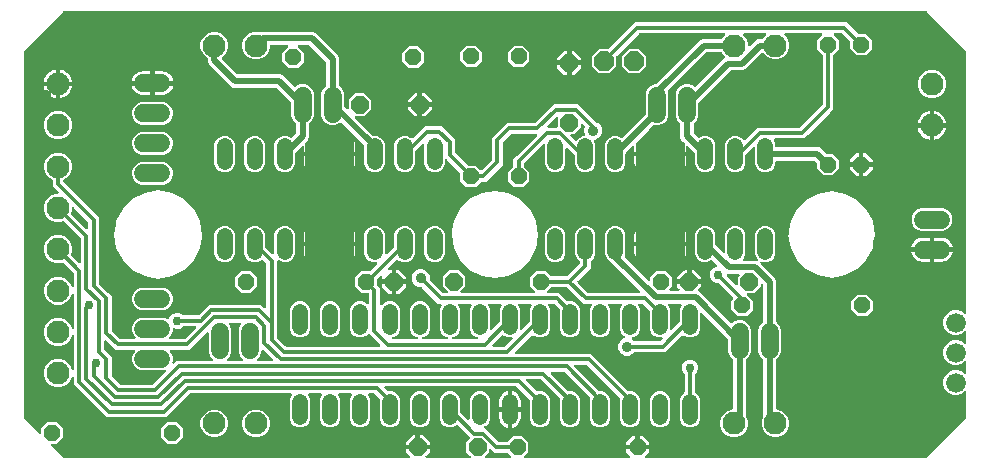
<source format=gtl>
G04 EAGLE Gerber RS-274X export*
G75*
%MOMM*%
%FSLAX34Y34*%
%LPD*%
%INTop Copper*%
%IPPOS*%
%AMOC8*
5,1,8,0,0,1.08239X$1,22.5*%
G01*
%ADD10P,1.623585X8X112.500000*%
%ADD11P,1.623585X8X202.500000*%
%ADD12P,1.623585X8X22.500000*%
%ADD13C,1.320800*%
%ADD14C,1.950000*%
%ADD15P,1.814519X8X202.500000*%
%ADD16P,1.547818X8X112.500000*%
%ADD17C,1.676400*%
%ADD18P,1.547818X8X202.500000*%
%ADD19P,1.547818X8X292.500000*%
%ADD20P,1.547818X8X22.500000*%
%ADD21C,1.524000*%
%ADD22C,0.508000*%
%ADD23C,0.762000*%
%ADD24C,0.304800*%
%ADD25C,0.914400*%

G36*
X337097Y10927D02*
X337097Y10927D01*
X337129Y10925D01*
X337236Y10947D01*
X337344Y10963D01*
X337374Y10976D01*
X337405Y10982D01*
X337502Y11034D01*
X337601Y11079D01*
X337626Y11100D01*
X337654Y11115D01*
X337732Y11191D01*
X337816Y11262D01*
X337833Y11289D01*
X337856Y11312D01*
X337910Y11407D01*
X337970Y11498D01*
X337980Y11529D01*
X337995Y11557D01*
X338021Y11663D01*
X338052Y11768D01*
X338053Y11800D01*
X338060Y11831D01*
X338055Y11941D01*
X338056Y12050D01*
X338048Y12081D01*
X338046Y12113D01*
X338010Y12216D01*
X337981Y12322D01*
X337964Y12349D01*
X337953Y12380D01*
X337900Y12453D01*
X337833Y12562D01*
X337797Y12594D01*
X337772Y12629D01*
X334559Y15841D01*
X334559Y18001D01*
X343600Y18001D01*
X343663Y18010D01*
X343728Y18009D01*
X343802Y18030D01*
X343879Y18041D01*
X343938Y18067D01*
X344000Y18084D01*
X344066Y18125D01*
X344136Y18157D01*
X344185Y18199D01*
X344240Y18232D01*
X344291Y18290D01*
X344350Y18340D01*
X344386Y18394D01*
X344429Y18442D01*
X344462Y18511D01*
X344505Y18576D01*
X344524Y18638D01*
X344552Y18695D01*
X344562Y18765D01*
X344587Y18846D01*
X344588Y18931D01*
X344599Y19000D01*
X344599Y20001D01*
X344601Y20001D01*
X344601Y19000D01*
X344610Y18936D01*
X344609Y18872D01*
X344630Y18797D01*
X344641Y18721D01*
X344667Y18662D01*
X344684Y18600D01*
X344725Y18534D01*
X344757Y18464D01*
X344799Y18415D01*
X344832Y18360D01*
X344890Y18308D01*
X344940Y18250D01*
X344994Y18214D01*
X345042Y18171D01*
X345111Y18138D01*
X345176Y18095D01*
X345238Y18076D01*
X345296Y18048D01*
X345365Y18037D01*
X345446Y18013D01*
X345531Y18012D01*
X345600Y18001D01*
X354641Y18001D01*
X354641Y15841D01*
X351428Y12629D01*
X351409Y12603D01*
X351384Y12582D01*
X351325Y12490D01*
X351259Y12403D01*
X351248Y12373D01*
X351230Y12346D01*
X351198Y12241D01*
X351159Y12139D01*
X351157Y12107D01*
X351148Y12076D01*
X351146Y11967D01*
X351138Y11858D01*
X351144Y11826D01*
X351144Y11794D01*
X351173Y11689D01*
X351195Y11582D01*
X351210Y11553D01*
X351219Y11522D01*
X351276Y11429D01*
X351328Y11333D01*
X351350Y11310D01*
X351367Y11282D01*
X351448Y11209D01*
X351524Y11131D01*
X351553Y11115D01*
X351576Y11093D01*
X351675Y11046D01*
X351770Y10992D01*
X351801Y10984D01*
X351830Y10970D01*
X351919Y10956D01*
X352044Y10927D01*
X352093Y10929D01*
X352135Y10923D01*
X388584Y10923D01*
X388616Y10927D01*
X388648Y10925D01*
X388755Y10947D01*
X388863Y10963D01*
X388892Y10976D01*
X388924Y10982D01*
X389020Y11034D01*
X389120Y11079D01*
X389144Y11100D01*
X389173Y11115D01*
X389251Y11191D01*
X389334Y11262D01*
X389352Y11289D01*
X389375Y11312D01*
X389429Y11407D01*
X389488Y11498D01*
X389498Y11529D01*
X389514Y11557D01*
X389539Y11663D01*
X389571Y11768D01*
X389571Y11800D01*
X389579Y11831D01*
X389573Y11941D01*
X389575Y12050D01*
X389566Y12081D01*
X389564Y12113D01*
X389529Y12216D01*
X389499Y12322D01*
X389482Y12349D01*
X389472Y12380D01*
X389419Y12453D01*
X389351Y12562D01*
X389315Y12594D01*
X389290Y12629D01*
X385867Y16051D01*
X385867Y23949D01*
X388919Y27001D01*
X388958Y27052D01*
X389004Y27097D01*
X389042Y27164D01*
X389089Y27226D01*
X389111Y27286D01*
X389143Y27342D01*
X389161Y27418D01*
X389188Y27490D01*
X389193Y27554D01*
X389208Y27617D01*
X389204Y27694D01*
X389210Y27771D01*
X389197Y27834D01*
X389194Y27898D01*
X389168Y27972D01*
X389152Y28047D01*
X389122Y28104D01*
X389101Y28165D01*
X389060Y28222D01*
X389020Y28296D01*
X388961Y28357D01*
X388919Y28414D01*
X387759Y29575D01*
X387758Y29575D01*
X378782Y38551D01*
X378731Y38589D01*
X378686Y38636D01*
X378619Y38674D01*
X378557Y38720D01*
X378496Y38743D01*
X378441Y38775D01*
X378365Y38792D01*
X378293Y38820D01*
X378229Y38825D01*
X378166Y38840D01*
X378089Y38836D01*
X378012Y38842D01*
X377949Y38828D01*
X377885Y38825D01*
X377811Y38800D01*
X377736Y38784D01*
X377679Y38754D01*
X377618Y38733D01*
X377561Y38691D01*
X377487Y38651D01*
X377426Y38592D01*
X377369Y38551D01*
X376792Y37974D01*
X373618Y36659D01*
X370182Y36659D01*
X367008Y37974D01*
X364578Y40404D01*
X363263Y43578D01*
X363263Y60222D01*
X364578Y63396D01*
X367008Y65826D01*
X370182Y67141D01*
X373618Y67141D01*
X376792Y65826D01*
X379222Y63396D01*
X380537Y60222D01*
X380537Y50144D01*
X380550Y50049D01*
X380555Y49953D01*
X380570Y49910D01*
X380577Y49865D01*
X380616Y49777D01*
X380648Y49686D01*
X380673Y49652D01*
X380693Y49608D01*
X380776Y49510D01*
X380829Y49437D01*
X386957Y43309D01*
X386983Y43290D01*
X387004Y43266D01*
X387096Y43206D01*
X387183Y43140D01*
X387213Y43129D01*
X387240Y43111D01*
X387345Y43079D01*
X387447Y43041D01*
X387479Y43038D01*
X387510Y43029D01*
X387619Y43027D01*
X387728Y43019D01*
X387760Y43025D01*
X387792Y43025D01*
X387897Y43054D01*
X388004Y43076D01*
X388033Y43091D01*
X388064Y43100D01*
X388157Y43158D01*
X388253Y43209D01*
X388276Y43231D01*
X388304Y43248D01*
X388377Y43329D01*
X388455Y43406D01*
X388471Y43434D01*
X388493Y43458D01*
X388540Y43556D01*
X388594Y43651D01*
X388602Y43682D01*
X388616Y43711D01*
X388630Y43801D01*
X388659Y43925D01*
X388657Y43974D01*
X388663Y44016D01*
X388663Y60222D01*
X389978Y63396D01*
X392408Y65826D01*
X395582Y67141D01*
X399018Y67141D01*
X402192Y65826D01*
X404622Y63396D01*
X405937Y60222D01*
X405937Y43578D01*
X404622Y40404D01*
X402192Y37974D01*
X401461Y37671D01*
X401386Y37627D01*
X401307Y37591D01*
X401265Y37555D01*
X401218Y37528D01*
X401159Y37464D01*
X401093Y37408D01*
X401063Y37362D01*
X401025Y37322D01*
X400986Y37245D01*
X400938Y37172D01*
X400922Y37119D01*
X400897Y37070D01*
X400881Y36985D01*
X400856Y36902D01*
X400855Y36847D01*
X400845Y36793D01*
X400853Y36707D01*
X400852Y36620D01*
X400867Y36567D01*
X400872Y36513D01*
X400904Y36432D01*
X400927Y36348D01*
X400956Y36301D01*
X400977Y36251D01*
X401030Y36182D01*
X401076Y36108D01*
X401116Y36072D01*
X401150Y36028D01*
X401220Y35977D01*
X401285Y35919D01*
X401334Y35895D01*
X401379Y35863D01*
X401461Y35834D01*
X401539Y35796D01*
X401589Y35788D01*
X401645Y35769D01*
X401758Y35762D01*
X401843Y35749D01*
X401923Y35749D01*
X412807Y24865D01*
X412884Y24808D01*
X412955Y24743D01*
X412996Y24723D01*
X413032Y24696D01*
X413122Y24662D01*
X413209Y24620D01*
X413251Y24614D01*
X413296Y24597D01*
X413424Y24587D01*
X413513Y24573D01*
X420373Y24573D01*
X420467Y24586D01*
X420564Y24591D01*
X420607Y24606D01*
X420652Y24613D01*
X420739Y24652D01*
X420830Y24684D01*
X420865Y24709D01*
X420909Y24729D01*
X421006Y24812D01*
X421079Y24865D01*
X425396Y29183D01*
X433004Y29183D01*
X438383Y23804D01*
X438383Y16196D01*
X434815Y12629D01*
X434796Y12603D01*
X434771Y12582D01*
X434711Y12490D01*
X434646Y12403D01*
X434634Y12373D01*
X434617Y12346D01*
X434585Y12241D01*
X434546Y12139D01*
X434544Y12107D01*
X434534Y12076D01*
X434533Y11967D01*
X434524Y11858D01*
X434531Y11826D01*
X434530Y11794D01*
X434560Y11689D01*
X434582Y11582D01*
X434597Y11553D01*
X434606Y11522D01*
X434663Y11429D01*
X434714Y11333D01*
X434737Y11310D01*
X434754Y11282D01*
X434835Y11209D01*
X434911Y11131D01*
X434939Y11115D01*
X434963Y11093D01*
X435061Y11046D01*
X435156Y10992D01*
X435188Y10984D01*
X435217Y10970D01*
X435306Y10956D01*
X435431Y10927D01*
X435479Y10929D01*
X435521Y10923D01*
X523760Y10923D01*
X523792Y10927D01*
X523824Y10925D01*
X523931Y10947D01*
X524039Y10963D01*
X524069Y10976D01*
X524100Y10982D01*
X524197Y11034D01*
X524296Y11079D01*
X524321Y11100D01*
X524349Y11115D01*
X524427Y11191D01*
X524511Y11262D01*
X524528Y11289D01*
X524551Y11312D01*
X524605Y11407D01*
X524665Y11498D01*
X524674Y11529D01*
X524690Y11557D01*
X524716Y11663D01*
X524747Y11768D01*
X524748Y11800D01*
X524755Y11831D01*
X524750Y11941D01*
X524751Y12050D01*
X524743Y12081D01*
X524741Y12113D01*
X524705Y12216D01*
X524676Y12322D01*
X524659Y12349D01*
X524648Y12380D01*
X524595Y12453D01*
X524528Y12562D01*
X524492Y12594D01*
X524467Y12629D01*
X521109Y15986D01*
X521109Y18001D01*
X529800Y18001D01*
X529863Y18010D01*
X529928Y18009D01*
X530002Y18030D01*
X530079Y18041D01*
X530138Y18067D01*
X530200Y18084D01*
X530266Y18125D01*
X530336Y18157D01*
X530385Y18199D01*
X530440Y18232D01*
X530491Y18290D01*
X530550Y18340D01*
X530586Y18394D01*
X530629Y18442D01*
X530662Y18511D01*
X530705Y18576D01*
X530724Y18638D01*
X530752Y18695D01*
X530762Y18765D01*
X530787Y18846D01*
X530788Y18931D01*
X530799Y19000D01*
X530799Y20001D01*
X530801Y20001D01*
X530801Y19000D01*
X530810Y18936D01*
X530809Y18872D01*
X530830Y18797D01*
X530841Y18721D01*
X530867Y18662D01*
X530884Y18600D01*
X530925Y18534D01*
X530957Y18464D01*
X530999Y18415D01*
X531032Y18360D01*
X531090Y18308D01*
X531140Y18250D01*
X531194Y18214D01*
X531242Y18171D01*
X531311Y18138D01*
X531376Y18095D01*
X531438Y18076D01*
X531496Y18048D01*
X531565Y18037D01*
X531646Y18013D01*
X531731Y18012D01*
X531800Y18001D01*
X540491Y18001D01*
X540491Y15986D01*
X537133Y12629D01*
X537114Y12603D01*
X537089Y12582D01*
X537030Y12490D01*
X536964Y12403D01*
X536953Y12373D01*
X536935Y12346D01*
X536903Y12241D01*
X536864Y12139D01*
X536862Y12107D01*
X536853Y12076D01*
X536851Y11967D01*
X536843Y11858D01*
X536849Y11826D01*
X536849Y11794D01*
X536878Y11689D01*
X536900Y11582D01*
X536915Y11553D01*
X536924Y11522D01*
X536981Y11429D01*
X537033Y11333D01*
X537055Y11310D01*
X537072Y11282D01*
X537153Y11209D01*
X537230Y11131D01*
X537258Y11115D01*
X537281Y11093D01*
X537380Y11046D01*
X537475Y10992D01*
X537506Y10984D01*
X537535Y10970D01*
X537625Y10956D01*
X537749Y10927D01*
X537798Y10929D01*
X537840Y10923D01*
X775062Y10923D01*
X775157Y10936D01*
X775253Y10941D01*
X775296Y10956D01*
X775341Y10963D01*
X775428Y11002D01*
X775519Y11034D01*
X775554Y11059D01*
X775598Y11079D01*
X775695Y11162D01*
X775768Y11215D01*
X808785Y44232D01*
X808842Y44308D01*
X808907Y44380D01*
X808927Y44421D01*
X808954Y44457D01*
X808988Y44547D01*
X809030Y44634D01*
X809036Y44676D01*
X809053Y44721D01*
X809063Y44849D01*
X809077Y44938D01*
X809077Y66536D01*
X809073Y66568D01*
X809075Y66600D01*
X809053Y66707D01*
X809037Y66815D01*
X809024Y66845D01*
X809018Y66876D01*
X808966Y66973D01*
X808921Y67072D01*
X808900Y67097D01*
X808885Y67125D01*
X808809Y67204D01*
X808738Y67287D01*
X808711Y67304D01*
X808688Y67327D01*
X808593Y67381D01*
X808502Y67441D01*
X808471Y67451D01*
X808443Y67466D01*
X808337Y67492D01*
X808232Y67524D01*
X808200Y67524D01*
X808169Y67531D01*
X808059Y67526D01*
X807950Y67527D01*
X807919Y67519D01*
X807887Y67517D01*
X807784Y67481D01*
X807678Y67452D01*
X807651Y67435D01*
X807620Y67425D01*
X807547Y67371D01*
X807438Y67304D01*
X807406Y67268D01*
X807371Y67243D01*
X805899Y65771D01*
X802072Y64185D01*
X797928Y64185D01*
X794100Y65771D01*
X791171Y68700D01*
X789585Y72528D01*
X789585Y76672D01*
X791171Y80500D01*
X794100Y83429D01*
X797928Y85015D01*
X802072Y85015D01*
X805899Y83429D01*
X807371Y81957D01*
X807397Y81938D01*
X807418Y81913D01*
X807510Y81853D01*
X807597Y81788D01*
X807627Y81777D01*
X807654Y81759D01*
X807759Y81727D01*
X807861Y81688D01*
X807893Y81686D01*
X807924Y81676D01*
X808033Y81675D01*
X808142Y81667D01*
X808174Y81673D01*
X808206Y81673D01*
X808311Y81702D01*
X808418Y81724D01*
X808447Y81739D01*
X808478Y81748D01*
X808571Y81805D01*
X808667Y81857D01*
X808690Y81879D01*
X808718Y81896D01*
X808791Y81977D01*
X808869Y82053D01*
X808885Y82081D01*
X808907Y82105D01*
X808954Y82204D01*
X809008Y82299D01*
X809016Y82330D01*
X809030Y82359D01*
X809044Y82448D01*
X809073Y82573D01*
X809071Y82622D01*
X809077Y82664D01*
X809077Y91936D01*
X809073Y91968D01*
X809075Y92000D01*
X809053Y92107D01*
X809037Y92215D01*
X809024Y92245D01*
X809018Y92276D01*
X808966Y92373D01*
X808921Y92472D01*
X808900Y92497D01*
X808885Y92525D01*
X808809Y92604D01*
X808738Y92687D01*
X808711Y92704D01*
X808688Y92727D01*
X808593Y92781D01*
X808502Y92841D01*
X808471Y92851D01*
X808443Y92866D01*
X808337Y92892D01*
X808232Y92924D01*
X808200Y92924D01*
X808169Y92931D01*
X808059Y92926D01*
X807950Y92927D01*
X807919Y92919D01*
X807887Y92917D01*
X807784Y92881D01*
X807678Y92852D01*
X807651Y92835D01*
X807620Y92825D01*
X807547Y92771D01*
X807438Y92704D01*
X807406Y92668D01*
X807371Y92643D01*
X805899Y91171D01*
X802072Y89585D01*
X797928Y89585D01*
X794100Y91171D01*
X791171Y94100D01*
X789585Y97928D01*
X789585Y102072D01*
X791171Y105900D01*
X794100Y108829D01*
X797928Y110415D01*
X802072Y110415D01*
X805899Y108829D01*
X807371Y107357D01*
X807397Y107338D01*
X807418Y107313D01*
X807510Y107253D01*
X807597Y107188D01*
X807627Y107177D01*
X807654Y107159D01*
X807759Y107127D01*
X807861Y107088D01*
X807893Y107086D01*
X807924Y107076D01*
X808033Y107075D01*
X808142Y107067D01*
X808174Y107073D01*
X808206Y107073D01*
X808311Y107102D01*
X808418Y107124D01*
X808447Y107139D01*
X808478Y107148D01*
X808571Y107205D01*
X808667Y107257D01*
X808690Y107279D01*
X808718Y107296D01*
X808791Y107377D01*
X808869Y107453D01*
X808885Y107481D01*
X808907Y107505D01*
X808954Y107604D01*
X809008Y107699D01*
X809016Y107730D01*
X809030Y107759D01*
X809044Y107848D01*
X809073Y107973D01*
X809071Y108022D01*
X809077Y108064D01*
X809077Y117336D01*
X809073Y117368D01*
X809075Y117400D01*
X809053Y117507D01*
X809037Y117615D01*
X809024Y117645D01*
X809018Y117676D01*
X808966Y117773D01*
X808921Y117872D01*
X808900Y117897D01*
X808885Y117925D01*
X808809Y118004D01*
X808738Y118087D01*
X808711Y118104D01*
X808688Y118127D01*
X808593Y118181D01*
X808502Y118241D01*
X808471Y118251D01*
X808443Y118266D01*
X808337Y118292D01*
X808232Y118324D01*
X808200Y118324D01*
X808169Y118331D01*
X808059Y118326D01*
X807950Y118327D01*
X807919Y118319D01*
X807887Y118317D01*
X807784Y118281D01*
X807678Y118252D01*
X807651Y118235D01*
X807620Y118225D01*
X807547Y118171D01*
X807438Y118104D01*
X807406Y118068D01*
X807371Y118043D01*
X805899Y116571D01*
X802072Y114985D01*
X797928Y114985D01*
X794100Y116571D01*
X791171Y119500D01*
X789585Y123328D01*
X789585Y127472D01*
X791171Y131300D01*
X794100Y134229D01*
X797928Y135815D01*
X802072Y135815D01*
X805899Y134229D01*
X807371Y132757D01*
X807397Y132738D01*
X807418Y132713D01*
X807510Y132653D01*
X807597Y132588D01*
X807627Y132577D01*
X807654Y132559D01*
X807759Y132527D01*
X807861Y132488D01*
X807893Y132486D01*
X807924Y132476D01*
X808033Y132475D01*
X808142Y132467D01*
X808174Y132473D01*
X808206Y132473D01*
X808311Y132502D01*
X808418Y132524D01*
X808447Y132539D01*
X808478Y132548D01*
X808571Y132605D01*
X808667Y132657D01*
X808690Y132679D01*
X808718Y132696D01*
X808791Y132777D01*
X808869Y132853D01*
X808885Y132881D01*
X808907Y132905D01*
X808954Y133004D01*
X809008Y133099D01*
X809016Y133130D01*
X809030Y133159D01*
X809044Y133248D01*
X809073Y133373D01*
X809071Y133422D01*
X809077Y133464D01*
X809077Y355062D01*
X809064Y355157D01*
X809059Y355253D01*
X809044Y355296D01*
X809037Y355341D01*
X808998Y355428D01*
X808966Y355519D01*
X808941Y355554D01*
X808921Y355598D01*
X808838Y355695D01*
X808785Y355768D01*
X775768Y388785D01*
X775692Y388842D01*
X775620Y388907D01*
X775579Y388927D01*
X775543Y388954D01*
X775453Y388988D01*
X775366Y389030D01*
X775324Y389036D01*
X775279Y389053D01*
X775151Y389063D01*
X775062Y389077D01*
X44938Y389077D01*
X44843Y389064D01*
X44747Y389059D01*
X44704Y389044D01*
X44659Y389037D01*
X44572Y388998D01*
X44481Y388966D01*
X44446Y388941D01*
X44402Y388921D01*
X44305Y388838D01*
X44232Y388785D01*
X11215Y355768D01*
X11158Y355692D01*
X11093Y355620D01*
X11073Y355579D01*
X11046Y355543D01*
X11012Y355453D01*
X10970Y355366D01*
X10964Y355324D01*
X10947Y355279D01*
X10937Y355151D01*
X10923Y355062D01*
X10923Y44938D01*
X10936Y44843D01*
X10941Y44747D01*
X10956Y44704D01*
X10963Y44659D01*
X11002Y44572D01*
X11034Y44481D01*
X11059Y44446D01*
X11079Y44402D01*
X11162Y44305D01*
X11189Y44268D01*
X11195Y44258D01*
X11199Y44254D01*
X11215Y44232D01*
X24311Y31136D01*
X24337Y31116D01*
X24358Y31092D01*
X24450Y31032D01*
X24537Y30966D01*
X24567Y30955D01*
X24594Y30937D01*
X24699Y30905D01*
X24801Y30867D01*
X24833Y30864D01*
X24864Y30855D01*
X24973Y30853D01*
X25082Y30845D01*
X25114Y30852D01*
X25146Y30851D01*
X25251Y30880D01*
X25358Y30903D01*
X25387Y30918D01*
X25418Y30926D01*
X25511Y30984D01*
X25607Y31035D01*
X25630Y31058D01*
X25658Y31075D01*
X25731Y31156D01*
X25809Y31232D01*
X25825Y31260D01*
X25847Y31284D01*
X25894Y31382D01*
X25948Y31477D01*
X25956Y31509D01*
X25970Y31538D01*
X25984Y31627D01*
X26013Y31752D01*
X26011Y31800D01*
X26017Y31842D01*
X26017Y35804D01*
X31396Y41183D01*
X39004Y41183D01*
X44383Y35804D01*
X44383Y28196D01*
X39004Y22817D01*
X35042Y22817D01*
X35010Y22813D01*
X34978Y22815D01*
X34871Y22793D01*
X34763Y22777D01*
X34734Y22764D01*
X34702Y22758D01*
X34606Y22706D01*
X34506Y22661D01*
X34482Y22640D01*
X34453Y22625D01*
X34375Y22549D01*
X34292Y22478D01*
X34274Y22451D01*
X34251Y22428D01*
X34197Y22333D01*
X34137Y22242D01*
X34128Y22211D01*
X34112Y22183D01*
X34087Y22076D01*
X34055Y21972D01*
X34054Y21940D01*
X34047Y21909D01*
X34053Y21799D01*
X34051Y21690D01*
X34060Y21659D01*
X34061Y21627D01*
X34097Y21524D01*
X34126Y21418D01*
X34143Y21391D01*
X34154Y21360D01*
X34207Y21287D01*
X34275Y21178D01*
X34311Y21146D01*
X34336Y21111D01*
X44232Y11215D01*
X44308Y11158D01*
X44380Y11093D01*
X44421Y11073D01*
X44457Y11046D01*
X44547Y11012D01*
X44634Y10970D01*
X44676Y10964D01*
X44721Y10947D01*
X44849Y10937D01*
X44938Y10923D01*
X337065Y10923D01*
X337097Y10927D01*
G37*
%LPC*%
G36*
X610156Y28217D02*
X610156Y28217D01*
X605826Y30011D01*
X602511Y33326D01*
X600717Y37656D01*
X600717Y42344D01*
X602511Y46674D01*
X605826Y49989D01*
X610156Y51783D01*
X610712Y51783D01*
X610776Y51792D01*
X610840Y51791D01*
X610915Y51812D01*
X610991Y51823D01*
X611050Y51849D01*
X611112Y51866D01*
X611178Y51907D01*
X611248Y51939D01*
X611297Y51981D01*
X611352Y52014D01*
X611404Y52072D01*
X611462Y52122D01*
X611498Y52176D01*
X611541Y52224D01*
X611574Y52293D01*
X611617Y52358D01*
X611636Y52420D01*
X611664Y52477D01*
X611675Y52547D01*
X611699Y52628D01*
X611700Y52713D01*
X611711Y52782D01*
X611711Y93904D01*
X611703Y93964D01*
X611703Y93988D01*
X611697Y94010D01*
X611693Y94095D01*
X611678Y94138D01*
X611671Y94183D01*
X611632Y94270D01*
X611600Y94361D01*
X611575Y94396D01*
X611555Y94440D01*
X611472Y94537D01*
X611419Y94610D01*
X609117Y96912D01*
X607647Y100460D01*
X607647Y111081D01*
X607634Y111176D01*
X607629Y111272D01*
X607614Y111316D01*
X607607Y111361D01*
X607568Y111448D01*
X607536Y111539D01*
X607511Y111573D01*
X607491Y111617D01*
X607408Y111715D01*
X607355Y111788D01*
X585443Y133700D01*
X585417Y133719D01*
X585396Y133744D01*
X585304Y133804D01*
X585217Y133869D01*
X585187Y133881D01*
X585160Y133898D01*
X585055Y133930D01*
X584953Y133969D01*
X584921Y133971D01*
X584890Y133981D01*
X584781Y133982D01*
X584672Y133991D01*
X584640Y133984D01*
X584608Y133984D01*
X584503Y133955D01*
X584396Y133933D01*
X584367Y133918D01*
X584336Y133909D01*
X584243Y133852D01*
X584147Y133800D01*
X584124Y133778D01*
X584096Y133761D01*
X584023Y133680D01*
X583945Y133604D01*
X583929Y133576D01*
X583907Y133552D01*
X583860Y133453D01*
X583806Y133358D01*
X583798Y133327D01*
X583784Y133298D01*
X583770Y133209D01*
X583741Y133084D01*
X583743Y133035D01*
X583737Y132993D01*
X583737Y119778D01*
X582422Y116604D01*
X579992Y114174D01*
X576818Y112859D01*
X573382Y112859D01*
X570208Y114174D01*
X569631Y114751D01*
X569580Y114790D01*
X569535Y114836D01*
X569467Y114874D01*
X569405Y114920D01*
X569345Y114943D01*
X569289Y114975D01*
X569214Y114992D01*
X569141Y115020D01*
X569077Y115025D01*
X569015Y115040D01*
X568937Y115036D01*
X568860Y115042D01*
X568798Y115028D01*
X568733Y115025D01*
X568660Y115000D01*
X568584Y114984D01*
X568527Y114954D01*
X568467Y114933D01*
X568410Y114891D01*
X568335Y114851D01*
X568274Y114792D01*
X568218Y114751D01*
X553894Y100427D01*
X528619Y100427D01*
X528524Y100414D01*
X528427Y100409D01*
X528384Y100394D01*
X528339Y100387D01*
X528252Y100348D01*
X528161Y100316D01*
X528127Y100291D01*
X528082Y100271D01*
X527985Y100188D01*
X527912Y100135D01*
X526317Y98539D01*
X523516Y97379D01*
X520484Y97379D01*
X517683Y98539D01*
X515539Y100683D01*
X514379Y103484D01*
X514379Y106516D01*
X515539Y109317D01*
X517683Y111461D01*
X519592Y112251D01*
X519620Y112268D01*
X519651Y112278D01*
X519741Y112339D01*
X519835Y112395D01*
X519857Y112418D01*
X519884Y112437D01*
X519953Y112521D01*
X520028Y112601D01*
X520043Y112629D01*
X520063Y112654D01*
X520106Y112755D01*
X520156Y112852D01*
X520162Y112884D01*
X520174Y112913D01*
X520188Y113022D01*
X520208Y113129D01*
X520205Y113161D01*
X520209Y113193D01*
X520192Y113301D01*
X520181Y113410D01*
X520169Y113440D01*
X520164Y113472D01*
X520117Y113571D01*
X520077Y113672D01*
X520057Y113697D01*
X520043Y113726D01*
X519970Y113808D01*
X519903Y113894D01*
X519877Y113913D01*
X519855Y113937D01*
X519778Y113984D01*
X519674Y114059D01*
X519629Y114076D01*
X519592Y114098D01*
X519408Y114174D01*
X516978Y116604D01*
X515663Y119778D01*
X515663Y136422D01*
X516978Y139596D01*
X517103Y139721D01*
X517123Y139747D01*
X517147Y139768D01*
X517207Y139860D01*
X517273Y139947D01*
X517284Y139977D01*
X517302Y140004D01*
X517333Y140108D01*
X517372Y140211D01*
X517375Y140243D01*
X517384Y140274D01*
X517385Y140383D01*
X517394Y140492D01*
X517387Y140524D01*
X517388Y140556D01*
X517359Y140661D01*
X517336Y140768D01*
X517321Y140797D01*
X517313Y140828D01*
X517255Y140921D01*
X517204Y141017D01*
X517181Y141040D01*
X517164Y141068D01*
X517083Y141141D01*
X517007Y141219D01*
X516979Y141235D01*
X516955Y141257D01*
X516857Y141304D01*
X516762Y141358D01*
X516730Y141366D01*
X516701Y141380D01*
X516612Y141394D01*
X516487Y141423D01*
X516439Y141421D01*
X516397Y141427D01*
X506803Y141427D01*
X506771Y141423D01*
X506739Y141425D01*
X506632Y141403D01*
X506524Y141387D01*
X506495Y141374D01*
X506463Y141368D01*
X506367Y141316D01*
X506267Y141271D01*
X506243Y141250D01*
X506214Y141235D01*
X506136Y141159D01*
X506053Y141088D01*
X506035Y141061D01*
X506012Y141038D01*
X505958Y140943D01*
X505898Y140852D01*
X505889Y140821D01*
X505873Y140793D01*
X505848Y140687D01*
X505816Y140582D01*
X505816Y140550D01*
X505808Y140518D01*
X505814Y140409D01*
X505812Y140300D01*
X505821Y140269D01*
X505823Y140237D01*
X505858Y140134D01*
X505887Y140028D01*
X505904Y140001D01*
X505915Y139970D01*
X505968Y139897D01*
X506036Y139788D01*
X506072Y139756D01*
X506097Y139721D01*
X506222Y139596D01*
X507537Y136422D01*
X507537Y119778D01*
X506222Y116604D01*
X503792Y114174D01*
X500618Y112859D01*
X497182Y112859D01*
X494008Y114174D01*
X491578Y116604D01*
X490263Y119778D01*
X490263Y136422D01*
X491578Y139596D01*
X491703Y139721D01*
X491723Y139747D01*
X491747Y139768D01*
X491807Y139860D01*
X491873Y139947D01*
X491884Y139977D01*
X491902Y140004D01*
X491933Y140108D01*
X491972Y140211D01*
X491975Y140243D01*
X491984Y140274D01*
X491985Y140383D01*
X491994Y140492D01*
X491987Y140524D01*
X491988Y140556D01*
X491959Y140661D01*
X491936Y140768D01*
X491921Y140797D01*
X491913Y140828D01*
X491855Y140921D01*
X491804Y141017D01*
X491781Y141040D01*
X491764Y141068D01*
X491683Y141141D01*
X491607Y141219D01*
X491579Y141235D01*
X491555Y141257D01*
X491457Y141304D01*
X491362Y141358D01*
X491330Y141366D01*
X491301Y141380D01*
X491212Y141394D01*
X491087Y141423D01*
X491039Y141421D01*
X490997Y141427D01*
X485106Y141427D01*
X471399Y155135D01*
X471322Y155192D01*
X471250Y155257D01*
X471209Y155277D01*
X471173Y155304D01*
X471083Y155338D01*
X470997Y155380D01*
X470955Y155386D01*
X470909Y155403D01*
X470781Y155413D01*
X470692Y155427D01*
X458028Y155427D01*
X457933Y155414D01*
X457836Y155409D01*
X457793Y155394D01*
X457748Y155387D01*
X457661Y155348D01*
X457570Y155316D01*
X457536Y155291D01*
X457491Y155271D01*
X457394Y155188D01*
X457321Y155135D01*
X454345Y152159D01*
X454326Y152133D01*
X454301Y152112D01*
X454241Y152020D01*
X454176Y151933D01*
X454164Y151903D01*
X454147Y151876D01*
X454115Y151771D01*
X454076Y151669D01*
X454074Y151637D01*
X454064Y151606D01*
X454063Y151497D01*
X454054Y151388D01*
X454061Y151356D01*
X454060Y151324D01*
X454090Y151219D01*
X454112Y151112D01*
X454127Y151083D01*
X454136Y151052D01*
X454193Y150959D01*
X454244Y150863D01*
X454267Y150840D01*
X454284Y150812D01*
X454365Y150739D01*
X454441Y150661D01*
X454469Y150645D01*
X454493Y150623D01*
X454591Y150576D01*
X454686Y150522D01*
X454718Y150514D01*
X454747Y150500D01*
X454836Y150486D01*
X454961Y150457D01*
X455009Y150459D01*
X455051Y150453D01*
X464218Y150453D01*
X471037Y143633D01*
X471114Y143576D01*
X471186Y143511D01*
X471227Y143491D01*
X471263Y143464D01*
X471353Y143430D01*
X471439Y143388D01*
X471481Y143382D01*
X471527Y143365D01*
X471655Y143355D01*
X471744Y143341D01*
X475218Y143341D01*
X478392Y142026D01*
X480822Y139596D01*
X482137Y136422D01*
X482137Y119778D01*
X480822Y116604D01*
X478392Y114174D01*
X475218Y112859D01*
X471782Y112859D01*
X468608Y114174D01*
X466178Y116604D01*
X464863Y119778D01*
X464863Y136460D01*
X464850Y136555D01*
X464845Y136651D01*
X464830Y136694D01*
X464823Y136739D01*
X464784Y136827D01*
X464752Y136918D01*
X464727Y136952D01*
X464707Y136996D01*
X464624Y137093D01*
X464571Y137167D01*
X460723Y141015D01*
X460646Y141072D01*
X460574Y141137D01*
X460533Y141157D01*
X460497Y141184D01*
X460407Y141218D01*
X460321Y141260D01*
X460279Y141266D01*
X460233Y141283D01*
X460105Y141293D01*
X460016Y141307D01*
X456123Y141307D01*
X456091Y141303D01*
X456059Y141305D01*
X455952Y141283D01*
X455844Y141267D01*
X455815Y141254D01*
X455783Y141248D01*
X455686Y141196D01*
X455587Y141151D01*
X455563Y141130D01*
X455534Y141115D01*
X455456Y141039D01*
X455373Y140968D01*
X455355Y140941D01*
X455332Y140918D01*
X455278Y140823D01*
X455218Y140732D01*
X455209Y140701D01*
X455193Y140673D01*
X455168Y140567D01*
X455136Y140462D01*
X455136Y140430D01*
X455128Y140398D01*
X455134Y140289D01*
X455132Y140180D01*
X455141Y140149D01*
X455143Y140117D01*
X455178Y140014D01*
X455207Y139908D01*
X455224Y139881D01*
X455235Y139850D01*
X455288Y139777D01*
X455356Y139668D01*
X455392Y139636D01*
X455417Y139601D01*
X455422Y139596D01*
X456737Y136422D01*
X456737Y119778D01*
X455422Y116604D01*
X452992Y114174D01*
X449818Y112859D01*
X446382Y112859D01*
X443208Y114174D01*
X442631Y114751D01*
X442580Y114790D01*
X442535Y114836D01*
X442467Y114874D01*
X442405Y114920D01*
X442345Y114943D01*
X442289Y114975D01*
X442214Y114992D01*
X442141Y115020D01*
X442077Y115025D01*
X442015Y115040D01*
X441937Y115036D01*
X441860Y115042D01*
X441798Y115028D01*
X441733Y115025D01*
X441660Y115000D01*
X441584Y114984D01*
X441527Y114954D01*
X441467Y114933D01*
X441410Y114891D01*
X441335Y114851D01*
X441274Y114792D01*
X441218Y114751D01*
X427129Y100663D01*
X427110Y100637D01*
X427086Y100616D01*
X427026Y100524D01*
X426960Y100437D01*
X426949Y100407D01*
X426931Y100380D01*
X426899Y100275D01*
X426861Y100173D01*
X426858Y100141D01*
X426849Y100110D01*
X426847Y100001D01*
X426839Y99892D01*
X426845Y99860D01*
X426845Y99828D01*
X426874Y99723D01*
X426896Y99616D01*
X426911Y99587D01*
X426920Y99556D01*
X426978Y99463D01*
X427029Y99367D01*
X427051Y99344D01*
X427068Y99316D01*
X427149Y99243D01*
X427226Y99165D01*
X427254Y99149D01*
X427278Y99127D01*
X427376Y99080D01*
X427471Y99026D01*
X427502Y99018D01*
X427531Y99004D01*
X427621Y98990D01*
X427745Y98961D01*
X427794Y98963D01*
X427836Y98957D01*
X491510Y98957D01*
X523033Y67433D01*
X523110Y67376D01*
X523182Y67311D01*
X523223Y67291D01*
X523259Y67264D01*
X523349Y67230D01*
X523435Y67188D01*
X523477Y67182D01*
X523523Y67165D01*
X523651Y67155D01*
X523740Y67141D01*
X526018Y67141D01*
X529192Y65826D01*
X531622Y63396D01*
X532937Y60222D01*
X532937Y43578D01*
X531622Y40404D01*
X529192Y37974D01*
X526018Y36659D01*
X522582Y36659D01*
X519408Y37974D01*
X516978Y40404D01*
X515663Y43578D01*
X515663Y60222D01*
X515890Y60770D01*
X515893Y60780D01*
X515897Y60788D01*
X515928Y60916D01*
X515961Y61044D01*
X515960Y61053D01*
X515962Y61062D01*
X515956Y61195D01*
X515951Y61325D01*
X515949Y61334D01*
X515948Y61344D01*
X515905Y61469D01*
X515864Y61594D01*
X515859Y61601D01*
X515856Y61610D01*
X515810Y61673D01*
X515705Y61827D01*
X515687Y61842D01*
X515674Y61859D01*
X488015Y89519D01*
X487938Y89576D01*
X487866Y89641D01*
X487825Y89661D01*
X487789Y89688D01*
X487699Y89722D01*
X487613Y89764D01*
X487571Y89770D01*
X487525Y89787D01*
X487397Y89797D01*
X487308Y89811D01*
X478068Y89811D01*
X478036Y89807D01*
X478004Y89809D01*
X477897Y89787D01*
X477789Y89771D01*
X477759Y89758D01*
X477728Y89752D01*
X477631Y89700D01*
X477532Y89655D01*
X477507Y89634D01*
X477479Y89619D01*
X477400Y89543D01*
X477318Y89472D01*
X477300Y89445D01*
X477277Y89422D01*
X477223Y89327D01*
X477163Y89236D01*
X477154Y89205D01*
X477138Y89177D01*
X477113Y89070D01*
X477081Y88966D01*
X477080Y88934D01*
X477073Y88903D01*
X477078Y88793D01*
X477077Y88684D01*
X477085Y88653D01*
X477087Y88621D01*
X477123Y88518D01*
X477152Y88412D01*
X477169Y88385D01*
X477180Y88354D01*
X477233Y88281D01*
X477300Y88172D01*
X477336Y88140D01*
X477361Y88105D01*
X498033Y67433D01*
X498110Y67376D01*
X498182Y67311D01*
X498223Y67291D01*
X498259Y67264D01*
X498349Y67230D01*
X498435Y67188D01*
X498477Y67182D01*
X498523Y67165D01*
X498651Y67155D01*
X498740Y67141D01*
X500618Y67141D01*
X503792Y65826D01*
X506222Y63396D01*
X507537Y60222D01*
X507537Y43578D01*
X506222Y40404D01*
X503792Y37974D01*
X500618Y36659D01*
X497182Y36659D01*
X494008Y37974D01*
X491578Y40404D01*
X490263Y43578D01*
X490263Y60222D01*
X490608Y61053D01*
X490610Y61062D01*
X490615Y61071D01*
X490645Y61199D01*
X490678Y61326D01*
X490677Y61336D01*
X490680Y61345D01*
X490673Y61478D01*
X490669Y61608D01*
X490666Y61617D01*
X490665Y61627D01*
X490622Y61751D01*
X490581Y61876D01*
X490576Y61884D01*
X490573Y61893D01*
X490527Y61955D01*
X490422Y62109D01*
X490404Y62125D01*
X490391Y62142D01*
X469111Y83423D01*
X469034Y83480D01*
X468962Y83545D01*
X468921Y83565D01*
X468885Y83592D01*
X468795Y83626D01*
X468709Y83668D01*
X468667Y83674D01*
X468621Y83691D01*
X468494Y83701D01*
X468404Y83715D01*
X458164Y83715D01*
X458132Y83711D01*
X458100Y83713D01*
X457993Y83691D01*
X457885Y83675D01*
X457855Y83662D01*
X457824Y83656D01*
X457727Y83604D01*
X457628Y83559D01*
X457603Y83538D01*
X457575Y83523D01*
X457496Y83447D01*
X457414Y83376D01*
X457396Y83349D01*
X457373Y83326D01*
X457319Y83231D01*
X457259Y83140D01*
X457250Y83109D01*
X457234Y83081D01*
X457209Y82974D01*
X457177Y82870D01*
X457176Y82838D01*
X457169Y82807D01*
X457174Y82697D01*
X457173Y82588D01*
X457181Y82557D01*
X457183Y82525D01*
X457219Y82422D01*
X457248Y82316D01*
X457265Y82289D01*
X457276Y82258D01*
X457329Y82185D01*
X457396Y82076D01*
X457432Y82044D01*
X457457Y82009D01*
X472033Y67433D01*
X472110Y67376D01*
X472182Y67311D01*
X472223Y67291D01*
X472259Y67264D01*
X472349Y67230D01*
X472435Y67188D01*
X472477Y67182D01*
X472523Y67165D01*
X472651Y67155D01*
X472740Y67141D01*
X475218Y67141D01*
X478392Y65826D01*
X480822Y63396D01*
X482137Y60222D01*
X482137Y43578D01*
X480822Y40404D01*
X478392Y37974D01*
X475218Y36659D01*
X471782Y36659D01*
X468608Y37974D01*
X466178Y40404D01*
X464863Y43578D01*
X464863Y60222D01*
X465032Y60629D01*
X465034Y60638D01*
X465039Y60646D01*
X465069Y60775D01*
X465102Y60902D01*
X465102Y60912D01*
X465104Y60921D01*
X465097Y61053D01*
X465093Y61184D01*
X465090Y61193D01*
X465089Y61203D01*
X465046Y61326D01*
X465005Y61452D01*
X465000Y61460D01*
X464997Y61469D01*
X464952Y61531D01*
X464847Y61685D01*
X464828Y61701D01*
X464815Y61718D01*
X449207Y77327D01*
X449130Y77384D01*
X449058Y77449D01*
X449017Y77469D01*
X448981Y77496D01*
X448891Y77530D01*
X448805Y77572D01*
X448763Y77578D01*
X448717Y77595D01*
X448589Y77605D01*
X448500Y77619D01*
X437356Y77619D01*
X437324Y77615D01*
X437292Y77617D01*
X437185Y77595D01*
X437077Y77579D01*
X437047Y77566D01*
X437016Y77560D01*
X436919Y77508D01*
X436820Y77463D01*
X436795Y77442D01*
X436767Y77427D01*
X436689Y77351D01*
X436606Y77280D01*
X436588Y77253D01*
X436565Y77230D01*
X436511Y77135D01*
X436451Y77044D01*
X436442Y77013D01*
X436426Y76985D01*
X436401Y76878D01*
X436369Y76774D01*
X436368Y76742D01*
X436361Y76711D01*
X436366Y76601D01*
X436365Y76492D01*
X436373Y76461D01*
X436375Y76429D01*
X436411Y76326D01*
X436440Y76220D01*
X436457Y76193D01*
X436468Y76162D01*
X436521Y76089D01*
X436588Y75980D01*
X436624Y75948D01*
X436649Y75913D01*
X445231Y67332D01*
X445239Y67326D01*
X445245Y67318D01*
X445352Y67241D01*
X445457Y67162D01*
X445466Y67159D01*
X445473Y67153D01*
X445598Y67109D01*
X445721Y67063D01*
X445730Y67062D01*
X445739Y67059D01*
X445871Y67051D01*
X446002Y67041D01*
X446011Y67043D01*
X446021Y67042D01*
X446096Y67061D01*
X446278Y67099D01*
X446299Y67110D01*
X446320Y67115D01*
X446382Y67141D01*
X449818Y67141D01*
X452992Y65826D01*
X455422Y63396D01*
X456737Y60222D01*
X456737Y43578D01*
X455422Y40404D01*
X452992Y37974D01*
X449818Y36659D01*
X446382Y36659D01*
X443208Y37974D01*
X440778Y40404D01*
X439463Y43578D01*
X439463Y59752D01*
X439450Y59847D01*
X439445Y59943D01*
X439430Y59986D01*
X439423Y60031D01*
X439384Y60119D01*
X439352Y60210D01*
X439327Y60244D01*
X439307Y60288D01*
X439224Y60385D01*
X439171Y60459D01*
X428399Y71231D01*
X428322Y71288D01*
X428250Y71353D01*
X428209Y71373D01*
X428173Y71400D01*
X428083Y71434D01*
X427997Y71476D01*
X427955Y71482D01*
X427909Y71499D01*
X427781Y71509D01*
X427692Y71523D01*
X317356Y71523D01*
X317324Y71519D01*
X317292Y71521D01*
X317185Y71499D01*
X317077Y71483D01*
X317047Y71470D01*
X317016Y71464D01*
X316919Y71412D01*
X316820Y71367D01*
X316795Y71346D01*
X316767Y71331D01*
X316688Y71255D01*
X316606Y71184D01*
X316588Y71157D01*
X316565Y71134D01*
X316511Y71039D01*
X316451Y70948D01*
X316442Y70917D01*
X316426Y70889D01*
X316401Y70782D01*
X316369Y70678D01*
X316368Y70646D01*
X316361Y70615D01*
X316366Y70505D01*
X316365Y70396D01*
X316373Y70365D01*
X316375Y70333D01*
X316411Y70230D01*
X316440Y70124D01*
X316457Y70097D01*
X316468Y70066D01*
X316521Y69993D01*
X316588Y69884D01*
X316624Y69852D01*
X316649Y69817D01*
X319033Y67433D01*
X319110Y67376D01*
X319182Y67311D01*
X319223Y67291D01*
X319259Y67264D01*
X319349Y67230D01*
X319435Y67188D01*
X319477Y67182D01*
X319523Y67165D01*
X319650Y67155D01*
X319740Y67141D01*
X322818Y67141D01*
X325992Y65826D01*
X328422Y63396D01*
X329737Y60222D01*
X329737Y43578D01*
X328422Y40404D01*
X325992Y37974D01*
X322818Y36659D01*
X319382Y36659D01*
X316208Y37974D01*
X313778Y40404D01*
X312463Y43578D01*
X312463Y60223D01*
X312494Y60351D01*
X312526Y60478D01*
X312526Y60487D01*
X312528Y60497D01*
X312521Y60628D01*
X312517Y60760D01*
X312514Y60769D01*
X312514Y60778D01*
X312471Y60902D01*
X312430Y61028D01*
X312424Y61036D01*
X312421Y61045D01*
X312376Y61107D01*
X312271Y61261D01*
X312252Y61276D01*
X312239Y61294D01*
X308399Y65135D01*
X308322Y65192D01*
X308250Y65257D01*
X308209Y65277D01*
X308173Y65304D01*
X308083Y65338D01*
X307997Y65380D01*
X307955Y65386D01*
X307909Y65403D01*
X307781Y65413D01*
X307692Y65427D01*
X303403Y65427D01*
X303371Y65423D01*
X303339Y65425D01*
X303232Y65403D01*
X303124Y65387D01*
X303095Y65374D01*
X303063Y65368D01*
X302967Y65316D01*
X302867Y65271D01*
X302843Y65250D01*
X302814Y65235D01*
X302736Y65159D01*
X302653Y65088D01*
X302635Y65061D01*
X302612Y65038D01*
X302558Y64943D01*
X302498Y64852D01*
X302489Y64821D01*
X302473Y64793D01*
X302448Y64687D01*
X302416Y64582D01*
X302416Y64550D01*
X302408Y64519D01*
X302414Y64409D01*
X302412Y64300D01*
X302421Y64269D01*
X302423Y64237D01*
X302458Y64134D01*
X302487Y64028D01*
X302504Y64001D01*
X302515Y63970D01*
X302568Y63897D01*
X302636Y63788D01*
X302672Y63756D01*
X302697Y63721D01*
X303022Y63396D01*
X304337Y60222D01*
X304337Y43578D01*
X303022Y40404D01*
X300592Y37974D01*
X297418Y36659D01*
X293982Y36659D01*
X290808Y37974D01*
X288378Y40404D01*
X287063Y43578D01*
X287063Y60222D01*
X288378Y63396D01*
X288703Y63721D01*
X288723Y63747D01*
X288747Y63768D01*
X288807Y63860D01*
X288873Y63947D01*
X288884Y63977D01*
X288902Y64004D01*
X288934Y64109D01*
X288972Y64211D01*
X288975Y64243D01*
X288984Y64274D01*
X288985Y64383D01*
X288994Y64492D01*
X288987Y64524D01*
X288988Y64556D01*
X288959Y64661D01*
X288936Y64768D01*
X288921Y64797D01*
X288913Y64828D01*
X288855Y64921D01*
X288804Y65017D01*
X288781Y65040D01*
X288764Y65068D01*
X288683Y65141D01*
X288607Y65219D01*
X288579Y65235D01*
X288555Y65257D01*
X288457Y65304D01*
X288362Y65358D01*
X288330Y65366D01*
X288301Y65380D01*
X288212Y65394D01*
X288087Y65423D01*
X288039Y65421D01*
X287997Y65427D01*
X278003Y65427D01*
X277971Y65423D01*
X277939Y65425D01*
X277832Y65403D01*
X277724Y65387D01*
X277695Y65374D01*
X277663Y65368D01*
X277567Y65316D01*
X277467Y65271D01*
X277443Y65250D01*
X277414Y65235D01*
X277336Y65159D01*
X277253Y65088D01*
X277235Y65061D01*
X277212Y65038D01*
X277158Y64943D01*
X277098Y64852D01*
X277089Y64821D01*
X277073Y64793D01*
X277048Y64687D01*
X277016Y64582D01*
X277016Y64550D01*
X277008Y64519D01*
X277014Y64409D01*
X277012Y64300D01*
X277021Y64269D01*
X277023Y64237D01*
X277058Y64134D01*
X277087Y64028D01*
X277104Y64001D01*
X277115Y63970D01*
X277168Y63897D01*
X277236Y63788D01*
X277272Y63756D01*
X277297Y63721D01*
X277622Y63396D01*
X278937Y60222D01*
X278937Y43578D01*
X277622Y40404D01*
X275192Y37974D01*
X272018Y36659D01*
X268582Y36659D01*
X265408Y37974D01*
X262978Y40404D01*
X261663Y43578D01*
X261663Y60222D01*
X262978Y63396D01*
X263303Y63721D01*
X263323Y63747D01*
X263347Y63768D01*
X263407Y63860D01*
X263473Y63947D01*
X263484Y63977D01*
X263502Y64004D01*
X263534Y64109D01*
X263572Y64211D01*
X263575Y64243D01*
X263584Y64274D01*
X263585Y64383D01*
X263594Y64492D01*
X263587Y64524D01*
X263588Y64556D01*
X263559Y64661D01*
X263536Y64768D01*
X263521Y64797D01*
X263513Y64828D01*
X263455Y64921D01*
X263404Y65017D01*
X263381Y65040D01*
X263364Y65068D01*
X263283Y65141D01*
X263207Y65219D01*
X263179Y65235D01*
X263155Y65257D01*
X263057Y65304D01*
X262962Y65358D01*
X262930Y65366D01*
X262901Y65380D01*
X262812Y65394D01*
X262687Y65423D01*
X262639Y65421D01*
X262597Y65427D01*
X252603Y65427D01*
X252571Y65423D01*
X252539Y65425D01*
X252432Y65403D01*
X252324Y65387D01*
X252295Y65374D01*
X252263Y65368D01*
X252167Y65316D01*
X252067Y65271D01*
X252043Y65250D01*
X252014Y65235D01*
X251936Y65159D01*
X251853Y65088D01*
X251835Y65061D01*
X251812Y65038D01*
X251758Y64943D01*
X251698Y64852D01*
X251689Y64821D01*
X251673Y64793D01*
X251648Y64687D01*
X251616Y64582D01*
X251616Y64550D01*
X251608Y64519D01*
X251614Y64409D01*
X251612Y64300D01*
X251621Y64269D01*
X251623Y64237D01*
X251658Y64134D01*
X251687Y64028D01*
X251704Y64001D01*
X251715Y63970D01*
X251768Y63897D01*
X251836Y63788D01*
X251872Y63756D01*
X251897Y63721D01*
X252222Y63396D01*
X253537Y60222D01*
X253537Y43578D01*
X252222Y40404D01*
X249792Y37974D01*
X246618Y36659D01*
X243182Y36659D01*
X240008Y37974D01*
X237578Y40404D01*
X236263Y43578D01*
X236263Y60222D01*
X237578Y63396D01*
X237903Y63721D01*
X237923Y63747D01*
X237947Y63768D01*
X238007Y63860D01*
X238073Y63947D01*
X238084Y63977D01*
X238102Y64004D01*
X238134Y64109D01*
X238172Y64211D01*
X238175Y64243D01*
X238184Y64274D01*
X238185Y64383D01*
X238194Y64492D01*
X238187Y64524D01*
X238188Y64556D01*
X238159Y64661D01*
X238136Y64768D01*
X238121Y64797D01*
X238113Y64828D01*
X238055Y64921D01*
X238004Y65017D01*
X237981Y65040D01*
X237964Y65068D01*
X237883Y65141D01*
X237807Y65219D01*
X237779Y65235D01*
X237755Y65257D01*
X237657Y65304D01*
X237562Y65358D01*
X237530Y65366D01*
X237501Y65380D01*
X237412Y65394D01*
X237287Y65423D01*
X237239Y65421D01*
X237197Y65427D01*
X152308Y65427D01*
X152213Y65414D01*
X152117Y65409D01*
X152074Y65394D01*
X152029Y65387D01*
X151941Y65348D01*
X151850Y65316D01*
X151816Y65291D01*
X151772Y65271D01*
X151675Y65188D01*
X151601Y65135D01*
X131894Y45427D01*
X81106Y45427D01*
X53427Y73106D01*
X53427Y79103D01*
X53415Y79189D01*
X53412Y79276D01*
X53395Y79328D01*
X53387Y79382D01*
X53352Y79461D01*
X53325Y79544D01*
X53294Y79589D01*
X53271Y79639D01*
X53215Y79705D01*
X53166Y79777D01*
X53124Y79812D01*
X53088Y79853D01*
X53015Y79901D01*
X52948Y79956D01*
X52898Y79978D01*
X52852Y80008D01*
X52769Y80033D01*
X52689Y80068D01*
X52635Y80074D01*
X52582Y80090D01*
X52495Y80091D01*
X52409Y80102D01*
X52355Y80093D01*
X52300Y80094D01*
X52216Y80071D01*
X52131Y80057D01*
X52081Y80033D01*
X52028Y80019D01*
X51954Y79973D01*
X51876Y79936D01*
X51835Y79899D01*
X51788Y79871D01*
X51730Y79806D01*
X51665Y79749D01*
X51639Y79705D01*
X51599Y79661D01*
X51550Y79559D01*
X51505Y79485D01*
X49989Y75826D01*
X46674Y72511D01*
X42344Y70717D01*
X37656Y70717D01*
X33326Y72511D01*
X30011Y75826D01*
X28217Y80156D01*
X28217Y84844D01*
X30011Y89174D01*
X33326Y92489D01*
X37656Y94283D01*
X42344Y94283D01*
X46674Y92489D01*
X49989Y89174D01*
X51505Y85515D01*
X51549Y85440D01*
X51585Y85361D01*
X51620Y85319D01*
X51648Y85272D01*
X51712Y85213D01*
X51768Y85147D01*
X51814Y85116D01*
X51854Y85079D01*
X51931Y85040D01*
X52004Y84992D01*
X52057Y84976D01*
X52106Y84951D01*
X52191Y84935D01*
X52274Y84910D01*
X52329Y84909D01*
X52383Y84899D01*
X52469Y84907D01*
X52556Y84906D01*
X52609Y84921D01*
X52663Y84926D01*
X52744Y84958D01*
X52828Y84981D01*
X52875Y85010D01*
X52925Y85030D01*
X52994Y85084D01*
X53068Y85129D01*
X53105Y85170D01*
X53148Y85204D01*
X53198Y85274D01*
X53257Y85339D01*
X53281Y85388D01*
X53313Y85433D01*
X53342Y85514D01*
X53380Y85592D01*
X53388Y85643D01*
X53407Y85698D01*
X53414Y85812D01*
X53427Y85897D01*
X53427Y114103D01*
X53415Y114189D01*
X53412Y114276D01*
X53395Y114328D01*
X53387Y114382D01*
X53352Y114461D01*
X53325Y114544D01*
X53294Y114589D01*
X53271Y114639D01*
X53215Y114705D01*
X53166Y114777D01*
X53124Y114812D01*
X53088Y114853D01*
X53015Y114901D01*
X52948Y114956D01*
X52898Y114978D01*
X52852Y115008D01*
X52769Y115033D01*
X52689Y115068D01*
X52635Y115074D01*
X52582Y115090D01*
X52495Y115091D01*
X52409Y115102D01*
X52355Y115093D01*
X52300Y115094D01*
X52216Y115071D01*
X52131Y115057D01*
X52081Y115033D01*
X52028Y115019D01*
X51954Y114973D01*
X51876Y114936D01*
X51835Y114899D01*
X51788Y114871D01*
X51730Y114806D01*
X51665Y114749D01*
X51639Y114705D01*
X51599Y114661D01*
X51550Y114559D01*
X51505Y114485D01*
X49989Y110826D01*
X46674Y107511D01*
X42344Y105717D01*
X37656Y105717D01*
X33326Y107511D01*
X30011Y110826D01*
X28217Y115156D01*
X28217Y119844D01*
X30011Y124174D01*
X33326Y127489D01*
X37656Y129283D01*
X42344Y129283D01*
X46674Y127489D01*
X49989Y124174D01*
X51505Y120515D01*
X51549Y120440D01*
X51585Y120361D01*
X51620Y120319D01*
X51648Y120272D01*
X51712Y120213D01*
X51768Y120147D01*
X51814Y120116D01*
X51854Y120079D01*
X51931Y120040D01*
X52004Y119992D01*
X52057Y119976D01*
X52106Y119951D01*
X52191Y119935D01*
X52274Y119910D01*
X52329Y119909D01*
X52383Y119899D01*
X52469Y119907D01*
X52556Y119906D01*
X52609Y119921D01*
X52663Y119926D01*
X52744Y119958D01*
X52828Y119981D01*
X52875Y120010D01*
X52925Y120030D01*
X52994Y120084D01*
X53068Y120129D01*
X53105Y120170D01*
X53148Y120204D01*
X53198Y120274D01*
X53257Y120339D01*
X53281Y120388D01*
X53313Y120433D01*
X53342Y120514D01*
X53380Y120592D01*
X53388Y120643D01*
X53407Y120698D01*
X53414Y120812D01*
X53427Y120897D01*
X53427Y149103D01*
X53415Y149189D01*
X53412Y149276D01*
X53395Y149328D01*
X53387Y149382D01*
X53352Y149461D01*
X53325Y149544D01*
X53294Y149589D01*
X53271Y149639D01*
X53215Y149705D01*
X53166Y149777D01*
X53124Y149812D01*
X53088Y149853D01*
X53015Y149901D01*
X52948Y149956D01*
X52898Y149978D01*
X52852Y150008D01*
X52769Y150033D01*
X52689Y150068D01*
X52635Y150074D01*
X52582Y150090D01*
X52495Y150091D01*
X52409Y150102D01*
X52355Y150093D01*
X52300Y150094D01*
X52216Y150071D01*
X52131Y150057D01*
X52081Y150033D01*
X52028Y150019D01*
X51954Y149973D01*
X51876Y149936D01*
X51835Y149899D01*
X51788Y149871D01*
X51730Y149806D01*
X51665Y149749D01*
X51639Y149705D01*
X51599Y149661D01*
X51550Y149559D01*
X51505Y149485D01*
X49989Y145826D01*
X46674Y142511D01*
X42344Y140717D01*
X37656Y140717D01*
X33326Y142511D01*
X30011Y145826D01*
X28217Y150156D01*
X28217Y154844D01*
X30011Y159174D01*
X33326Y162489D01*
X37656Y164283D01*
X42344Y164283D01*
X46674Y162489D01*
X49989Y159174D01*
X51505Y155515D01*
X51549Y155440D01*
X51585Y155361D01*
X51620Y155319D01*
X51648Y155272D01*
X51712Y155213D01*
X51768Y155147D01*
X51814Y155116D01*
X51854Y155079D01*
X51931Y155040D01*
X52004Y154992D01*
X52057Y154976D01*
X52106Y154951D01*
X52191Y154935D01*
X52274Y154910D01*
X52329Y154909D01*
X52383Y154899D01*
X52469Y154907D01*
X52556Y154906D01*
X52609Y154921D01*
X52663Y154926D01*
X52744Y154958D01*
X52828Y154981D01*
X52875Y155010D01*
X52925Y155030D01*
X52994Y155084D01*
X53068Y155129D01*
X53105Y155170D01*
X53148Y155204D01*
X53198Y155274D01*
X53257Y155339D01*
X53281Y155388D01*
X53313Y155433D01*
X53342Y155514D01*
X53380Y155592D01*
X53388Y155643D01*
X53407Y155698D01*
X53414Y155812D01*
X53427Y155897D01*
X53427Y167192D01*
X53414Y167287D01*
X53409Y167383D01*
X53394Y167426D01*
X53387Y167471D01*
X53348Y167559D01*
X53316Y167650D01*
X53291Y167684D01*
X53271Y167728D01*
X53188Y167825D01*
X53135Y167899D01*
X44917Y176116D01*
X44910Y176121D01*
X44904Y176129D01*
X44797Y176206D01*
X44692Y176285D01*
X44683Y176288D01*
X44675Y176294D01*
X44552Y176338D01*
X44428Y176384D01*
X44419Y176385D01*
X44410Y176388D01*
X44278Y176396D01*
X44147Y176406D01*
X44138Y176404D01*
X44128Y176405D01*
X44053Y176387D01*
X43871Y176349D01*
X43850Y176337D01*
X43829Y176332D01*
X42344Y175717D01*
X37656Y175717D01*
X33326Y177511D01*
X30011Y180826D01*
X28217Y185156D01*
X28217Y189844D01*
X30011Y194174D01*
X33326Y197489D01*
X37656Y199283D01*
X42344Y199283D01*
X46674Y197489D01*
X49989Y194174D01*
X51783Y189844D01*
X51783Y185156D01*
X51168Y183671D01*
X51165Y183662D01*
X51161Y183654D01*
X51130Y183525D01*
X51098Y183398D01*
X51098Y183389D01*
X51096Y183380D01*
X51102Y183247D01*
X51107Y183116D01*
X51110Y183107D01*
X51110Y183098D01*
X51153Y182973D01*
X51194Y182848D01*
X51199Y182840D01*
X51203Y182831D01*
X51248Y182769D01*
X51353Y182615D01*
X51372Y182600D01*
X51384Y182583D01*
X57817Y176149D01*
X57843Y176130D01*
X57864Y176106D01*
X57956Y176046D01*
X58043Y175980D01*
X58073Y175969D01*
X58100Y175951D01*
X58205Y175919D01*
X58307Y175881D01*
X58339Y175878D01*
X58370Y175869D01*
X58479Y175867D01*
X58588Y175859D01*
X58620Y175865D01*
X58652Y175865D01*
X58757Y175894D01*
X58864Y175916D01*
X58893Y175931D01*
X58924Y175940D01*
X59017Y175998D01*
X59113Y176049D01*
X59136Y176071D01*
X59164Y176088D01*
X59237Y176169D01*
X59315Y176246D01*
X59331Y176274D01*
X59353Y176298D01*
X59400Y176396D01*
X59454Y176491D01*
X59462Y176522D01*
X59476Y176551D01*
X59490Y176641D01*
X59519Y176765D01*
X59517Y176814D01*
X59523Y176856D01*
X59523Y196096D01*
X59510Y196191D01*
X59505Y196287D01*
X59490Y196330D01*
X59483Y196375D01*
X59444Y196463D01*
X59412Y196554D01*
X59387Y196588D01*
X59367Y196632D01*
X59284Y196730D01*
X59231Y196803D01*
X44917Y211116D01*
X44910Y211121D01*
X44904Y211129D01*
X44797Y211206D01*
X44692Y211285D01*
X44683Y211288D01*
X44675Y211294D01*
X44552Y211338D01*
X44428Y211384D01*
X44419Y211385D01*
X44410Y211388D01*
X44278Y211396D01*
X44147Y211406D01*
X44138Y211404D01*
X44128Y211405D01*
X44053Y211387D01*
X43871Y211349D01*
X43850Y211337D01*
X43829Y211332D01*
X42344Y210717D01*
X37656Y210717D01*
X33326Y212511D01*
X30011Y215826D01*
X28217Y220156D01*
X28217Y224844D01*
X30011Y229174D01*
X33326Y232489D01*
X37656Y234283D01*
X39592Y234283D01*
X39624Y234287D01*
X39656Y234285D01*
X39763Y234307D01*
X39872Y234323D01*
X39901Y234336D01*
X39933Y234342D01*
X40029Y234394D01*
X40129Y234439D01*
X40153Y234460D01*
X40182Y234475D01*
X40260Y234551D01*
X40343Y234622D01*
X40361Y234649D01*
X40384Y234672D01*
X40437Y234767D01*
X40497Y234858D01*
X40507Y234889D01*
X40523Y234917D01*
X40548Y235024D01*
X40580Y235128D01*
X40580Y235160D01*
X40588Y235191D01*
X40582Y235301D01*
X40583Y235410D01*
X40575Y235441D01*
X40573Y235473D01*
X40537Y235576D01*
X40508Y235682D01*
X40491Y235709D01*
X40481Y235740D01*
X40427Y235813D01*
X40360Y235922D01*
X40324Y235954D01*
X40299Y235989D01*
X35427Y240860D01*
X35427Y245973D01*
X35426Y245982D01*
X35427Y245992D01*
X35406Y246122D01*
X35387Y246252D01*
X35384Y246261D01*
X35382Y246270D01*
X35325Y246390D01*
X35271Y246509D01*
X35265Y246516D01*
X35261Y246525D01*
X35173Y246623D01*
X35088Y246723D01*
X35080Y246729D01*
X35074Y246736D01*
X35008Y246776D01*
X34852Y246878D01*
X34829Y246885D01*
X34810Y246896D01*
X33326Y247511D01*
X30011Y250826D01*
X28217Y255156D01*
X28217Y259844D01*
X30011Y264174D01*
X33326Y267489D01*
X37656Y269283D01*
X42344Y269283D01*
X46674Y267489D01*
X49989Y264174D01*
X51783Y259844D01*
X51783Y255156D01*
X49989Y250826D01*
X46674Y247511D01*
X45190Y246896D01*
X45181Y246891D01*
X45172Y246889D01*
X45060Y246819D01*
X44947Y246752D01*
X44940Y246746D01*
X44932Y246741D01*
X44844Y246642D01*
X44754Y246547D01*
X44750Y246538D01*
X44743Y246531D01*
X44686Y246412D01*
X44626Y246295D01*
X44624Y246286D01*
X44620Y246277D01*
X44608Y246201D01*
X44574Y246018D01*
X44576Y245994D01*
X44573Y245973D01*
X44573Y245062D01*
X44586Y244967D01*
X44591Y244871D01*
X44606Y244828D01*
X44613Y244783D01*
X44652Y244696D01*
X44684Y244605D01*
X44709Y244570D01*
X44729Y244526D01*
X44812Y244429D01*
X44865Y244356D01*
X74765Y214457D01*
X74765Y158973D01*
X74778Y158878D01*
X74783Y158782D01*
X74798Y158739D01*
X74805Y158694D01*
X74844Y158606D01*
X74876Y158515D01*
X74901Y158481D01*
X74921Y158437D01*
X75004Y158340D01*
X75057Y158266D01*
X82461Y150862D01*
X82462Y150862D01*
X85433Y147891D01*
X85433Y119308D01*
X85446Y119213D01*
X85451Y119117D01*
X85466Y119074D01*
X85473Y119029D01*
X85512Y118941D01*
X85544Y118850D01*
X85569Y118816D01*
X85589Y118772D01*
X85672Y118674D01*
X85725Y118601D01*
X92461Y111865D01*
X92538Y111808D01*
X92610Y111743D01*
X92651Y111723D01*
X92687Y111696D01*
X92777Y111662D01*
X92863Y111620D01*
X92905Y111614D01*
X92951Y111597D01*
X93079Y111587D01*
X93168Y111573D01*
X104744Y111573D01*
X104776Y111577D01*
X104808Y111575D01*
X104915Y111597D01*
X105023Y111613D01*
X105052Y111626D01*
X105084Y111632D01*
X105180Y111684D01*
X105280Y111729D01*
X105305Y111750D01*
X105333Y111765D01*
X105411Y111841D01*
X105494Y111912D01*
X105512Y111939D01*
X105535Y111962D01*
X105589Y112057D01*
X105649Y112148D01*
X105658Y112179D01*
X105674Y112207D01*
X105699Y112313D01*
X105731Y112418D01*
X105732Y112450D01*
X105739Y112481D01*
X105733Y112591D01*
X105735Y112700D01*
X105726Y112731D01*
X105725Y112763D01*
X105689Y112866D01*
X105660Y112972D01*
X105643Y112999D01*
X105632Y113030D01*
X105579Y113103D01*
X105512Y113212D01*
X105476Y113244D01*
X105450Y113279D01*
X104197Y114532D01*
X102727Y118080D01*
X102727Y121920D01*
X104197Y125468D01*
X106912Y128183D01*
X110460Y129653D01*
X129540Y129653D01*
X133041Y128203D01*
X133103Y128187D01*
X133162Y128161D01*
X133239Y128152D01*
X133314Y128133D01*
X133378Y128135D01*
X133442Y128127D01*
X133519Y128139D01*
X133596Y128142D01*
X133657Y128161D01*
X133721Y128172D01*
X133791Y128205D01*
X133864Y128229D01*
X133917Y128265D01*
X133975Y128293D01*
X134033Y128344D01*
X134097Y128388D01*
X134138Y128437D01*
X134186Y128480D01*
X134223Y128540D01*
X134277Y128606D01*
X134310Y128683D01*
X134347Y128743D01*
X135247Y130918D01*
X137177Y132848D01*
X139698Y133892D01*
X142426Y133892D01*
X144947Y132848D01*
X145896Y131898D01*
X145973Y131841D01*
X146044Y131776D01*
X146085Y131756D01*
X146122Y131729D01*
X146212Y131695D01*
X146298Y131653D01*
X146340Y131647D01*
X146386Y131630D01*
X146513Y131620D01*
X146603Y131606D01*
X158542Y131606D01*
X158637Y131619D01*
X158733Y131624D01*
X158776Y131639D01*
X158821Y131646D01*
X158908Y131685D01*
X158999Y131717D01*
X159034Y131742D01*
X159078Y131762D01*
X159175Y131845D01*
X159248Y131898D01*
X167831Y140481D01*
X212169Y140481D01*
X214709Y137941D01*
X214735Y137921D01*
X214756Y137897D01*
X214848Y137837D01*
X214935Y137771D01*
X214965Y137760D01*
X214992Y137742D01*
X215097Y137710D01*
X215199Y137672D01*
X215231Y137669D01*
X215262Y137660D01*
X215371Y137658D01*
X215480Y137650D01*
X215512Y137657D01*
X215544Y137656D01*
X215649Y137685D01*
X215756Y137708D01*
X215785Y137723D01*
X215816Y137731D01*
X215909Y137789D01*
X216005Y137840D01*
X216028Y137863D01*
X216056Y137879D01*
X216129Y137961D01*
X216207Y138037D01*
X216223Y138065D01*
X216245Y138089D01*
X216292Y138187D01*
X216346Y138282D01*
X216354Y138314D01*
X216368Y138343D01*
X216382Y138432D01*
X216411Y138557D01*
X216409Y138605D01*
X216415Y138647D01*
X216415Y175104D01*
X216402Y175199D01*
X216397Y175295D01*
X216382Y175338D01*
X216375Y175383D01*
X216336Y175471D01*
X216304Y175562D01*
X216279Y175596D01*
X216259Y175640D01*
X216176Y175737D01*
X216123Y175811D01*
X213382Y178551D01*
X213331Y178589D01*
X213286Y178636D01*
X213219Y178674D01*
X213157Y178720D01*
X213097Y178743D01*
X213041Y178775D01*
X212965Y178792D01*
X212893Y178820D01*
X212829Y178825D01*
X212766Y178839D01*
X212689Y178836D01*
X212612Y178842D01*
X212549Y178828D01*
X212485Y178825D01*
X212411Y178800D01*
X212336Y178784D01*
X212279Y178754D01*
X212218Y178733D01*
X212161Y178691D01*
X212087Y178651D01*
X212026Y178592D01*
X211969Y178551D01*
X211392Y177974D01*
X208218Y176659D01*
X204782Y176659D01*
X201608Y177974D01*
X199178Y180404D01*
X197863Y183578D01*
X197863Y200222D01*
X199178Y203396D01*
X201608Y205826D01*
X204782Y207141D01*
X208218Y207141D01*
X211392Y205826D01*
X213822Y203396D01*
X215137Y200222D01*
X215137Y190144D01*
X215150Y190049D01*
X215155Y189953D01*
X215170Y189910D01*
X215177Y189865D01*
X215216Y189777D01*
X215248Y189686D01*
X215273Y189652D01*
X215293Y189608D01*
X215376Y189511D01*
X215429Y189437D01*
X221557Y183309D01*
X221583Y183290D01*
X221604Y183266D01*
X221696Y183206D01*
X221783Y183140D01*
X221813Y183129D01*
X221840Y183111D01*
X221945Y183079D01*
X222047Y183041D01*
X222079Y183038D01*
X222110Y183029D01*
X222219Y183027D01*
X222328Y183019D01*
X222360Y183025D01*
X222392Y183025D01*
X222497Y183054D01*
X222604Y183076D01*
X222633Y183091D01*
X222664Y183100D01*
X222757Y183158D01*
X222853Y183209D01*
X222876Y183231D01*
X222904Y183248D01*
X222977Y183329D01*
X223055Y183406D01*
X223071Y183434D01*
X223093Y183458D01*
X223140Y183556D01*
X223194Y183651D01*
X223202Y183682D01*
X223216Y183711D01*
X223230Y183801D01*
X223259Y183925D01*
X223257Y183974D01*
X223263Y184016D01*
X223263Y200222D01*
X224578Y203396D01*
X227008Y205826D01*
X230182Y207141D01*
X233618Y207141D01*
X236792Y205826D01*
X239222Y203396D01*
X240537Y200222D01*
X240537Y183578D01*
X239222Y180404D01*
X236792Y177974D01*
X233618Y176659D01*
X230182Y176659D01*
X226942Y178001D01*
X226828Y178031D01*
X226714Y178065D01*
X226691Y178066D01*
X226669Y178071D01*
X226551Y178067D01*
X226432Y178069D01*
X226410Y178063D01*
X226387Y178062D01*
X226275Y178026D01*
X226160Y177994D01*
X226141Y177982D01*
X226119Y177975D01*
X226021Y177908D01*
X225920Y177846D01*
X225905Y177829D01*
X225886Y177816D01*
X225811Y177724D01*
X225731Y177636D01*
X225721Y177616D01*
X225707Y177598D01*
X225660Y177489D01*
X225608Y177383D01*
X225605Y177361D01*
X225595Y177339D01*
X225573Y177154D01*
X225561Y177078D01*
X225561Y112800D01*
X225569Y112740D01*
X225569Y112718D01*
X225575Y112698D01*
X225579Y112609D01*
X225594Y112566D01*
X225601Y112521D01*
X225640Y112433D01*
X225672Y112342D01*
X225697Y112308D01*
X225717Y112264D01*
X225800Y112167D01*
X225853Y112093D01*
X232601Y105345D01*
X232678Y105288D01*
X232750Y105223D01*
X232791Y105203D01*
X232827Y105176D01*
X232917Y105142D01*
X233003Y105100D01*
X233045Y105094D01*
X233091Y105077D01*
X233219Y105067D01*
X233308Y105053D01*
X312068Y105053D01*
X312100Y105057D01*
X312132Y105055D01*
X312239Y105077D01*
X312347Y105093D01*
X312377Y105106D01*
X312408Y105112D01*
X312505Y105164D01*
X312604Y105209D01*
X312629Y105230D01*
X312657Y105245D01*
X312735Y105321D01*
X312818Y105392D01*
X312836Y105419D01*
X312859Y105442D01*
X312913Y105537D01*
X312973Y105628D01*
X312982Y105659D01*
X312998Y105687D01*
X313023Y105794D01*
X313055Y105898D01*
X313056Y105930D01*
X313063Y105961D01*
X313058Y106071D01*
X313059Y106180D01*
X313051Y106211D01*
X313049Y106243D01*
X313013Y106346D01*
X312984Y106452D01*
X312967Y106479D01*
X312956Y106510D01*
X312903Y106583D01*
X312836Y106692D01*
X312800Y106724D01*
X312775Y106759D01*
X306399Y113135D01*
X303682Y115851D01*
X303631Y115890D01*
X303586Y115936D01*
X303519Y115974D01*
X303457Y116020D01*
X303397Y116043D01*
X303341Y116075D01*
X303265Y116092D01*
X303193Y116120D01*
X303129Y116125D01*
X303066Y116140D01*
X302989Y116136D01*
X302912Y116142D01*
X302849Y116128D01*
X302785Y116125D01*
X302711Y116100D01*
X302636Y116084D01*
X302579Y116054D01*
X302518Y116033D01*
X302461Y115991D01*
X302387Y115951D01*
X302326Y115892D01*
X302269Y115851D01*
X300592Y114174D01*
X297418Y112859D01*
X293982Y112859D01*
X290808Y114174D01*
X288378Y116604D01*
X287063Y119778D01*
X287063Y136422D01*
X288378Y139596D01*
X290808Y142026D01*
X293982Y143341D01*
X297418Y143341D01*
X300592Y142026D01*
X301721Y140897D01*
X301747Y140877D01*
X301768Y140853D01*
X301860Y140793D01*
X301947Y140727D01*
X301977Y140716D01*
X302004Y140698D01*
X302109Y140666D01*
X302211Y140628D01*
X302243Y140625D01*
X302274Y140616D01*
X302383Y140615D01*
X302492Y140606D01*
X302524Y140613D01*
X302556Y140612D01*
X302661Y140641D01*
X302768Y140664D01*
X302797Y140679D01*
X302828Y140687D01*
X302921Y140745D01*
X303017Y140796D01*
X303040Y140819D01*
X303068Y140836D01*
X303141Y140917D01*
X303219Y140993D01*
X303235Y141021D01*
X303257Y141045D01*
X303304Y141143D01*
X303358Y141238D01*
X303366Y141270D01*
X303380Y141299D01*
X303394Y141388D01*
X303423Y141513D01*
X303421Y141561D01*
X303427Y141603D01*
X303427Y149818D01*
X303418Y149882D01*
X303419Y149946D01*
X303398Y150021D01*
X303387Y150097D01*
X303361Y150156D01*
X303344Y150218D01*
X303303Y150284D01*
X303271Y150354D01*
X303229Y150403D01*
X303196Y150458D01*
X303138Y150510D01*
X303088Y150568D01*
X303034Y150604D01*
X302986Y150647D01*
X302917Y150680D01*
X302852Y150723D01*
X302790Y150742D01*
X302733Y150770D01*
X302663Y150781D01*
X302582Y150805D01*
X302497Y150806D01*
X302428Y150817D01*
X296996Y150817D01*
X291617Y156196D01*
X291617Y163804D01*
X296996Y169183D01*
X303902Y169183D01*
X303997Y169196D01*
X304093Y169201D01*
X304136Y169216D01*
X304181Y169223D01*
X304269Y169262D01*
X304360Y169294D01*
X304394Y169319D01*
X304438Y169339D01*
X304536Y169422D01*
X304609Y169475D01*
X310087Y174953D01*
X310106Y174979D01*
X310130Y175000D01*
X310190Y175092D01*
X310256Y175179D01*
X310267Y175209D01*
X310285Y175236D01*
X310317Y175341D01*
X310355Y175443D01*
X310358Y175475D01*
X310367Y175506D01*
X310369Y175615D01*
X310377Y175724D01*
X310371Y175756D01*
X310371Y175788D01*
X310342Y175893D01*
X310320Y176000D01*
X310305Y176029D01*
X310296Y176060D01*
X310238Y176153D01*
X310187Y176249D01*
X310165Y176272D01*
X310148Y176300D01*
X310067Y176373D01*
X309990Y176451D01*
X309962Y176467D01*
X309938Y176489D01*
X309840Y176536D01*
X309745Y176590D01*
X309714Y176598D01*
X309685Y176612D01*
X309595Y176626D01*
X309471Y176655D01*
X309422Y176653D01*
X309380Y176659D01*
X306382Y176659D01*
X303208Y177974D01*
X300778Y180404D01*
X299463Y183578D01*
X299463Y200222D01*
X300778Y203396D01*
X303208Y205826D01*
X306382Y207141D01*
X309818Y207141D01*
X312992Y205826D01*
X315422Y203396D01*
X316737Y200222D01*
X316737Y184016D01*
X316741Y183984D01*
X316739Y183952D01*
X316761Y183845D01*
X316777Y183737D01*
X316790Y183707D01*
X316796Y183676D01*
X316848Y183579D01*
X316893Y183480D01*
X316914Y183455D01*
X316929Y183427D01*
X317005Y183348D01*
X317076Y183266D01*
X317103Y183248D01*
X317126Y183225D01*
X317221Y183171D01*
X317312Y183111D01*
X317343Y183102D01*
X317371Y183086D01*
X317478Y183061D01*
X317582Y183029D01*
X317614Y183028D01*
X317645Y183021D01*
X317755Y183026D01*
X317864Y183025D01*
X317895Y183033D01*
X317927Y183035D01*
X318030Y183071D01*
X318136Y183100D01*
X318163Y183117D01*
X318194Y183128D01*
X318267Y183181D01*
X318376Y183248D01*
X318408Y183284D01*
X318443Y183309D01*
X324571Y189437D01*
X324628Y189514D01*
X324693Y189586D01*
X324713Y189627D01*
X324740Y189663D01*
X324774Y189753D01*
X324816Y189839D01*
X324822Y189881D01*
X324839Y189927D01*
X324849Y190054D01*
X324863Y190144D01*
X324863Y200222D01*
X326178Y203396D01*
X328608Y205826D01*
X331782Y207141D01*
X335218Y207141D01*
X338392Y205826D01*
X340822Y203396D01*
X342137Y200222D01*
X342137Y183578D01*
X340822Y180404D01*
X338392Y177974D01*
X335218Y176659D01*
X331782Y176659D01*
X328608Y177974D01*
X328031Y178551D01*
X327980Y178590D01*
X327935Y178636D01*
X327867Y178674D01*
X327805Y178720D01*
X327745Y178743D01*
X327689Y178775D01*
X327614Y178792D01*
X327541Y178820D01*
X327477Y178825D01*
X327415Y178840D01*
X327337Y178836D01*
X327260Y178842D01*
X327198Y178828D01*
X327133Y178825D01*
X327060Y178800D01*
X326984Y178784D01*
X326927Y178754D01*
X326867Y178733D01*
X326810Y178691D01*
X326735Y178651D01*
X326674Y178592D01*
X326618Y178551D01*
X319813Y171747D01*
X319794Y171721D01*
X319770Y171700D01*
X319710Y171608D01*
X319644Y171521D01*
X319633Y171491D01*
X319615Y171464D01*
X319583Y171359D01*
X319545Y171257D01*
X319542Y171225D01*
X319533Y171194D01*
X319531Y171085D01*
X319523Y170976D01*
X319529Y170944D01*
X319529Y170912D01*
X319558Y170807D01*
X319580Y170700D01*
X319595Y170671D01*
X319604Y170640D01*
X319662Y170547D01*
X319713Y170451D01*
X319735Y170428D01*
X319752Y170400D01*
X319833Y170327D01*
X319910Y170249D01*
X319938Y170233D01*
X319962Y170211D01*
X320060Y170164D01*
X320155Y170110D01*
X320186Y170102D01*
X320215Y170088D01*
X320305Y170074D01*
X320429Y170045D01*
X320478Y170047D01*
X320520Y170041D01*
X322601Y170041D01*
X322601Y161999D01*
X314559Y161999D01*
X314559Y164080D01*
X314555Y164112D01*
X314557Y164144D01*
X314535Y164251D01*
X314519Y164359D01*
X314506Y164389D01*
X314500Y164420D01*
X314448Y164517D01*
X314403Y164616D01*
X314382Y164641D01*
X314367Y164669D01*
X314291Y164748D01*
X314220Y164830D01*
X314193Y164848D01*
X314170Y164871D01*
X314075Y164925D01*
X313984Y164985D01*
X313953Y164994D01*
X313925Y165010D01*
X313818Y165035D01*
X313714Y165067D01*
X313682Y165068D01*
X313651Y165075D01*
X313541Y165070D01*
X313432Y165071D01*
X313401Y165063D01*
X313369Y165061D01*
X313266Y165025D01*
X313160Y164996D01*
X313133Y164979D01*
X313102Y164968D01*
X313029Y164915D01*
X312920Y164848D01*
X312888Y164812D01*
X312853Y164787D01*
X310275Y162209D01*
X310218Y162132D01*
X310153Y162060D01*
X310133Y162019D01*
X310106Y161983D01*
X310072Y161893D01*
X310030Y161807D01*
X310024Y161765D01*
X310007Y161719D01*
X309997Y161592D01*
X309983Y161502D01*
X309983Y157698D01*
X309996Y157603D01*
X310001Y157507D01*
X310016Y157464D01*
X310023Y157419D01*
X310062Y157331D01*
X310094Y157240D01*
X310119Y157206D01*
X310139Y157162D01*
X310222Y157065D01*
X310275Y156991D01*
X312573Y154694D01*
X312573Y140803D01*
X312577Y140771D01*
X312575Y140739D01*
X312581Y140709D01*
X312581Y140697D01*
X312591Y140659D01*
X312597Y140632D01*
X312613Y140524D01*
X312626Y140495D01*
X312632Y140463D01*
X312684Y140367D01*
X312729Y140267D01*
X312750Y140243D01*
X312765Y140214D01*
X312841Y140136D01*
X312912Y140053D01*
X312939Y140035D01*
X312962Y140012D01*
X313057Y139958D01*
X313148Y139898D01*
X313179Y139889D01*
X313207Y139873D01*
X313313Y139848D01*
X313418Y139816D01*
X313450Y139816D01*
X313481Y139808D01*
X313591Y139814D01*
X313700Y139812D01*
X313731Y139821D01*
X313763Y139823D01*
X313866Y139858D01*
X313972Y139887D01*
X313999Y139904D01*
X314030Y139915D01*
X314103Y139968D01*
X314110Y139973D01*
X314130Y139982D01*
X314144Y139994D01*
X314212Y140036D01*
X314244Y140072D01*
X314279Y140097D01*
X316208Y142026D01*
X319382Y143341D01*
X322818Y143341D01*
X325992Y142026D01*
X328422Y139596D01*
X329737Y136422D01*
X329737Y119778D01*
X328422Y116604D01*
X325992Y114174D01*
X323329Y113071D01*
X323255Y113027D01*
X323176Y112991D01*
X323134Y112956D01*
X323087Y112928D01*
X323027Y112864D01*
X322961Y112808D01*
X322931Y112762D01*
X322894Y112722D01*
X322855Y112645D01*
X322807Y112572D01*
X322791Y112519D01*
X322766Y112470D01*
X322750Y112385D01*
X322725Y112302D01*
X322724Y112247D01*
X322714Y112193D01*
X322722Y112107D01*
X322721Y112020D01*
X322735Y111967D01*
X322741Y111913D01*
X322773Y111832D01*
X322796Y111748D01*
X322825Y111701D01*
X322845Y111651D01*
X322899Y111582D01*
X322944Y111508D01*
X322985Y111471D01*
X323019Y111428D01*
X323089Y111378D01*
X323154Y111319D01*
X323203Y111295D01*
X323247Y111263D01*
X323329Y111234D01*
X323407Y111196D01*
X323458Y111188D01*
X323513Y111169D01*
X323627Y111162D01*
X323712Y111149D01*
X343888Y111149D01*
X343974Y111161D01*
X344061Y111164D01*
X344113Y111181D01*
X344167Y111189D01*
X344246Y111224D01*
X344329Y111251D01*
X344374Y111282D01*
X344424Y111305D01*
X344490Y111361D01*
X344562Y111410D01*
X344597Y111452D01*
X344639Y111488D01*
X344686Y111561D01*
X344741Y111628D01*
X344763Y111678D01*
X344793Y111724D01*
X344818Y111807D01*
X344853Y111887D01*
X344859Y111941D01*
X344875Y111994D01*
X344877Y112081D01*
X344887Y112167D01*
X344878Y112221D01*
X344879Y112276D01*
X344856Y112360D01*
X344842Y112445D01*
X344819Y112495D01*
X344804Y112548D01*
X344758Y112622D01*
X344721Y112700D01*
X344685Y112741D01*
X344656Y112788D01*
X344591Y112846D01*
X344534Y112911D01*
X344490Y112937D01*
X344446Y112977D01*
X344344Y113026D01*
X344271Y113071D01*
X341608Y114174D01*
X339178Y116604D01*
X337863Y119778D01*
X337863Y136422D01*
X339178Y139596D01*
X341608Y142026D01*
X344782Y143341D01*
X348218Y143341D01*
X351392Y142026D01*
X353822Y139596D01*
X355137Y136422D01*
X355137Y119778D01*
X353822Y116604D01*
X351392Y114174D01*
X348729Y113071D01*
X348655Y113027D01*
X348576Y112991D01*
X348534Y112956D01*
X348487Y112928D01*
X348427Y112864D01*
X348361Y112808D01*
X348331Y112762D01*
X348294Y112722D01*
X348255Y112645D01*
X348207Y112572D01*
X348191Y112519D01*
X348166Y112470D01*
X348150Y112385D01*
X348125Y112302D01*
X348124Y112247D01*
X348114Y112193D01*
X348122Y112107D01*
X348121Y112020D01*
X348135Y111967D01*
X348141Y111913D01*
X348173Y111832D01*
X348196Y111748D01*
X348225Y111701D01*
X348245Y111651D01*
X348299Y111582D01*
X348344Y111508D01*
X348385Y111471D01*
X348419Y111428D01*
X348489Y111378D01*
X348554Y111319D01*
X348603Y111295D01*
X348647Y111263D01*
X348729Y111234D01*
X348807Y111196D01*
X348858Y111188D01*
X348913Y111169D01*
X349027Y111162D01*
X349112Y111149D01*
X369288Y111149D01*
X369374Y111161D01*
X369461Y111164D01*
X369513Y111181D01*
X369567Y111189D01*
X369646Y111224D01*
X369729Y111251D01*
X369774Y111282D01*
X369824Y111305D01*
X369890Y111361D01*
X369962Y111410D01*
X369997Y111452D01*
X370039Y111488D01*
X370086Y111561D01*
X370141Y111628D01*
X370163Y111678D01*
X370193Y111724D01*
X370218Y111807D01*
X370253Y111887D01*
X370259Y111941D01*
X370275Y111994D01*
X370277Y112081D01*
X370287Y112167D01*
X370278Y112221D01*
X370279Y112276D01*
X370256Y112360D01*
X370242Y112445D01*
X370219Y112495D01*
X370204Y112548D01*
X370158Y112622D01*
X370121Y112700D01*
X370085Y112741D01*
X370056Y112788D01*
X369991Y112846D01*
X369934Y112911D01*
X369890Y112937D01*
X369846Y112977D01*
X369744Y113026D01*
X369671Y113071D01*
X367008Y114174D01*
X364578Y116604D01*
X363263Y119778D01*
X363263Y136422D01*
X364578Y139596D01*
X364583Y139601D01*
X364603Y139627D01*
X364627Y139648D01*
X364687Y139740D01*
X364753Y139827D01*
X364764Y139857D01*
X364782Y139884D01*
X364814Y139989D01*
X364852Y140091D01*
X364855Y140123D01*
X364864Y140154D01*
X364865Y140263D01*
X364874Y140372D01*
X364867Y140404D01*
X364868Y140436D01*
X364839Y140541D01*
X364816Y140648D01*
X364801Y140677D01*
X364793Y140708D01*
X364735Y140801D01*
X364684Y140897D01*
X364661Y140920D01*
X364644Y140948D01*
X364563Y141021D01*
X364487Y141099D01*
X364459Y141115D01*
X364435Y141137D01*
X364337Y141184D01*
X364242Y141238D01*
X364210Y141246D01*
X364181Y141260D01*
X364092Y141274D01*
X363967Y141303D01*
X363919Y141301D01*
X363877Y141307D01*
X362226Y141307D01*
X348447Y155087D01*
X348370Y155144D01*
X348298Y155209D01*
X348257Y155229D01*
X348221Y155256D01*
X348131Y155290D01*
X348045Y155332D01*
X348003Y155338D01*
X347957Y155355D01*
X347829Y155365D01*
X347740Y155379D01*
X345484Y155379D01*
X342683Y156539D01*
X340539Y158683D01*
X339379Y161484D01*
X339379Y164516D01*
X340539Y167317D01*
X342683Y169461D01*
X345484Y170621D01*
X348516Y170621D01*
X351317Y169461D01*
X353461Y167317D01*
X354621Y164516D01*
X354621Y162260D01*
X354634Y162165D01*
X354639Y162069D01*
X354654Y162026D01*
X354661Y161981D01*
X354700Y161893D01*
X354732Y161802D01*
X354757Y161768D01*
X354777Y161724D01*
X354860Y161627D01*
X354913Y161553D01*
X365721Y150745D01*
X365798Y150688D01*
X365870Y150623D01*
X365911Y150603D01*
X365947Y150576D01*
X366037Y150542D01*
X366123Y150500D01*
X366165Y150494D01*
X366211Y150477D01*
X366339Y150467D01*
X366428Y150453D01*
X369054Y150453D01*
X369086Y150457D01*
X369118Y150455D01*
X369225Y150477D01*
X369333Y150493D01*
X369362Y150506D01*
X369394Y150512D01*
X369490Y150564D01*
X369590Y150609D01*
X369614Y150630D01*
X369643Y150645D01*
X369721Y150721D01*
X369804Y150792D01*
X369822Y150819D01*
X369845Y150842D01*
X369899Y150937D01*
X369958Y151028D01*
X369968Y151059D01*
X369984Y151087D01*
X370009Y151194D01*
X370041Y151298D01*
X370041Y151330D01*
X370049Y151361D01*
X370043Y151471D01*
X370045Y151580D01*
X370036Y151611D01*
X370034Y151643D01*
X369999Y151746D01*
X369969Y151852D01*
X369952Y151879D01*
X369942Y151910D01*
X369889Y151983D01*
X369821Y152092D01*
X369785Y152124D01*
X369760Y152159D01*
X365867Y156051D01*
X365867Y163949D01*
X371451Y169533D01*
X379349Y169533D01*
X384933Y163949D01*
X384933Y156051D01*
X381040Y152159D01*
X381020Y152133D01*
X380996Y152112D01*
X380936Y152020D01*
X380871Y151933D01*
X380859Y151903D01*
X380842Y151876D01*
X380810Y151771D01*
X380771Y151669D01*
X380769Y151637D01*
X380759Y151606D01*
X380758Y151497D01*
X380749Y151388D01*
X380756Y151356D01*
X380755Y151324D01*
X380785Y151219D01*
X380807Y151112D01*
X380822Y151083D01*
X380831Y151052D01*
X380888Y150959D01*
X380939Y150863D01*
X380962Y150840D01*
X380979Y150812D01*
X381060Y150739D01*
X381136Y150661D01*
X381164Y150645D01*
X381188Y150623D01*
X381286Y150576D01*
X381381Y150522D01*
X381413Y150514D01*
X381442Y150500D01*
X381531Y150486D01*
X381656Y150457D01*
X381704Y150459D01*
X381746Y150453D01*
X443349Y150453D01*
X443380Y150457D01*
X443413Y150455D01*
X443520Y150477D01*
X443628Y150493D01*
X443657Y150506D01*
X443689Y150512D01*
X443785Y150564D01*
X443885Y150609D01*
X443909Y150630D01*
X443938Y150645D01*
X444016Y150721D01*
X444099Y150792D01*
X444117Y150819D01*
X444140Y150842D01*
X444194Y150937D01*
X444253Y151028D01*
X444263Y151059D01*
X444279Y151087D01*
X444304Y151194D01*
X444336Y151298D01*
X444336Y151330D01*
X444344Y151361D01*
X444338Y151471D01*
X444340Y151580D01*
X444331Y151611D01*
X444329Y151643D01*
X444294Y151746D01*
X444264Y151852D01*
X444247Y151879D01*
X444237Y151910D01*
X444184Y151983D01*
X444116Y152092D01*
X444080Y152124D01*
X444055Y152159D01*
X440017Y156196D01*
X440017Y163804D01*
X445396Y169183D01*
X453004Y169183D01*
X457321Y164865D01*
X457398Y164808D01*
X457469Y164743D01*
X457510Y164723D01*
X457547Y164696D01*
X457637Y164662D01*
X457723Y164620D01*
X457765Y164614D01*
X457810Y164597D01*
X457938Y164587D01*
X458028Y164573D01*
X470692Y164573D01*
X470787Y164586D01*
X470883Y164591D01*
X470926Y164606D01*
X470971Y164613D01*
X471059Y164652D01*
X471150Y164684D01*
X471184Y164709D01*
X471228Y164729D01*
X471325Y164812D01*
X471399Y164865D01*
X481635Y175101D01*
X481651Y175124D01*
X481669Y175139D01*
X481702Y175189D01*
X481757Y175250D01*
X481777Y175291D01*
X481804Y175327D01*
X481819Y175368D01*
X481824Y175375D01*
X481832Y175401D01*
X481838Y175417D01*
X481880Y175503D01*
X481886Y175545D01*
X481903Y175591D01*
X481913Y175719D01*
X481927Y175808D01*
X481927Y177241D01*
X481914Y177336D01*
X481909Y177432D01*
X481894Y177475D01*
X481887Y177520D01*
X481848Y177607D01*
X481816Y177698D01*
X481791Y177733D01*
X481771Y177777D01*
X481688Y177874D01*
X481635Y177947D01*
X479178Y180404D01*
X477863Y183578D01*
X477863Y200222D01*
X479178Y203396D01*
X481608Y205826D01*
X484782Y207141D01*
X488218Y207141D01*
X491392Y205826D01*
X493822Y203396D01*
X495137Y200222D01*
X495137Y183578D01*
X493822Y180404D01*
X491365Y177947D01*
X491308Y177870D01*
X491243Y177799D01*
X491223Y177758D01*
X491196Y177722D01*
X491162Y177632D01*
X491120Y177545D01*
X491114Y177503D01*
X491097Y177458D01*
X491087Y177330D01*
X491073Y177241D01*
X491073Y171606D01*
X480173Y160707D01*
X480135Y160655D01*
X480089Y160610D01*
X480051Y160543D01*
X480004Y160481D01*
X479981Y160421D01*
X479950Y160365D01*
X479932Y160290D01*
X479905Y160217D01*
X479900Y160153D01*
X479885Y160091D01*
X479889Y160013D01*
X479883Y159936D01*
X479896Y159873D01*
X479899Y159809D01*
X479925Y159736D01*
X479940Y159660D01*
X479971Y159603D01*
X479992Y159542D01*
X480033Y159486D01*
X480073Y159411D01*
X480132Y159350D01*
X480173Y159293D01*
X488601Y150865D01*
X488678Y150808D01*
X488750Y150743D01*
X488791Y150723D01*
X488827Y150696D01*
X488917Y150662D01*
X489003Y150620D01*
X489045Y150614D01*
X489091Y150597D01*
X489219Y150587D01*
X489308Y150573D01*
X532169Y150573D01*
X532201Y150577D01*
X532233Y150575D01*
X532340Y150597D01*
X532448Y150613D01*
X532478Y150626D01*
X532509Y150632D01*
X532606Y150684D01*
X532705Y150729D01*
X532730Y150750D01*
X532758Y150765D01*
X532837Y150841D01*
X532920Y150912D01*
X532937Y150939D01*
X532960Y150962D01*
X533014Y151057D01*
X533074Y151148D01*
X533084Y151179D01*
X533099Y151207D01*
X533125Y151314D01*
X533156Y151418D01*
X533157Y151450D01*
X533164Y151481D01*
X533159Y151591D01*
X533160Y151700D01*
X533152Y151731D01*
X533150Y151763D01*
X533114Y151866D01*
X533085Y151972D01*
X533068Y151999D01*
X533057Y152030D01*
X533004Y152103D01*
X532937Y152212D01*
X532901Y152244D01*
X532876Y152279D01*
X507443Y177712D01*
X507409Y177737D01*
X507382Y177768D01*
X507308Y177813D01*
X507217Y177881D01*
X507162Y177902D01*
X507118Y177928D01*
X507008Y177974D01*
X504578Y180404D01*
X503263Y183578D01*
X503263Y200222D01*
X504578Y203396D01*
X507008Y205826D01*
X510182Y207141D01*
X513618Y207141D01*
X516792Y205826D01*
X519222Y203396D01*
X520537Y200222D01*
X520537Y183578D01*
X519869Y181965D01*
X519866Y181956D01*
X519862Y181948D01*
X519831Y181819D01*
X519799Y181692D01*
X519799Y181683D01*
X519797Y181673D01*
X519803Y181541D01*
X519808Y181410D01*
X519811Y181401D01*
X519811Y181392D01*
X519854Y181267D01*
X519895Y181142D01*
X519900Y181134D01*
X519904Y181125D01*
X519949Y181063D01*
X520054Y180909D01*
X520073Y180894D01*
X520085Y180876D01*
X539911Y161050D01*
X539937Y161031D01*
X539958Y161006D01*
X540050Y160946D01*
X540137Y160881D01*
X540167Y160869D01*
X540194Y160852D01*
X540299Y160820D01*
X540401Y160781D01*
X540433Y160779D01*
X540464Y160769D01*
X540573Y160768D01*
X540682Y160760D01*
X540714Y160766D01*
X540746Y160766D01*
X540851Y160795D01*
X540958Y160817D01*
X540987Y160832D01*
X541018Y160841D01*
X541111Y160898D01*
X541207Y160950D01*
X541230Y160972D01*
X541258Y160989D01*
X541331Y161070D01*
X541409Y161146D01*
X541425Y161174D01*
X541447Y161198D01*
X541494Y161297D01*
X541548Y161392D01*
X541556Y161423D01*
X541570Y161452D01*
X541584Y161541D01*
X541613Y161666D01*
X541611Y161715D01*
X541617Y161757D01*
X541617Y163804D01*
X546996Y169183D01*
X554604Y169183D01*
X559983Y163804D01*
X559983Y156196D01*
X557977Y154191D01*
X557958Y154165D01*
X557933Y154144D01*
X557873Y154052D01*
X557808Y153965D01*
X557796Y153935D01*
X557779Y153908D01*
X557747Y153803D01*
X557708Y153701D01*
X557706Y153669D01*
X557696Y153638D01*
X557695Y153529D01*
X557686Y153420D01*
X557693Y153388D01*
X557692Y153356D01*
X557722Y153251D01*
X557744Y153144D01*
X557759Y153115D01*
X557768Y153084D01*
X557825Y152991D01*
X557876Y152895D01*
X557899Y152872D01*
X557916Y152844D01*
X557997Y152771D01*
X558073Y152693D01*
X558101Y152677D01*
X558125Y152655D01*
X558223Y152608D01*
X558318Y152554D01*
X558350Y152546D01*
X558379Y152532D01*
X558468Y152518D01*
X558593Y152489D01*
X558641Y152491D01*
X558683Y152485D01*
X565503Y152485D01*
X565535Y152489D01*
X565567Y152487D01*
X565674Y152509D01*
X565782Y152525D01*
X565812Y152538D01*
X565843Y152544D01*
X565940Y152596D01*
X566039Y152641D01*
X566064Y152662D01*
X566092Y152677D01*
X566170Y152753D01*
X566254Y152824D01*
X566271Y152851D01*
X566294Y152874D01*
X566348Y152969D01*
X566408Y153060D01*
X566418Y153091D01*
X566433Y153119D01*
X566459Y153225D01*
X566490Y153330D01*
X566491Y153362D01*
X566498Y153393D01*
X566493Y153503D01*
X566494Y153612D01*
X566486Y153643D01*
X566484Y153675D01*
X566448Y153778D01*
X566419Y153884D01*
X566402Y153911D01*
X566391Y153942D01*
X566338Y154015D01*
X566271Y154124D01*
X566235Y154156D01*
X566210Y154191D01*
X564559Y155841D01*
X564559Y158001D01*
X573600Y158001D01*
X573663Y158010D01*
X573728Y158009D01*
X573802Y158030D01*
X573879Y158041D01*
X573938Y158067D01*
X574000Y158084D01*
X574066Y158125D01*
X574136Y158157D01*
X574185Y158199D01*
X574240Y158232D01*
X574291Y158290D01*
X574350Y158340D01*
X574386Y158394D01*
X574429Y158442D01*
X574462Y158511D01*
X574505Y158576D01*
X574524Y158638D01*
X574552Y158695D01*
X574562Y158765D01*
X574587Y158846D01*
X574588Y158931D01*
X574599Y159000D01*
X574599Y160001D01*
X574601Y160001D01*
X574601Y159000D01*
X574610Y158936D01*
X574609Y158872D01*
X574630Y158797D01*
X574641Y158721D01*
X574667Y158662D01*
X574684Y158600D01*
X574725Y158534D01*
X574757Y158464D01*
X574799Y158415D01*
X574832Y158360D01*
X574890Y158308D01*
X574940Y158250D01*
X574994Y158214D01*
X575042Y158171D01*
X575111Y158138D01*
X575176Y158095D01*
X575238Y158076D01*
X575296Y158048D01*
X575365Y158037D01*
X575446Y158013D01*
X575531Y158012D01*
X575600Y158001D01*
X584641Y158001D01*
X584641Y155841D01*
X582335Y153536D01*
X582264Y153441D01*
X582189Y153349D01*
X582180Y153328D01*
X582166Y153310D01*
X582124Y153199D01*
X582077Y153090D01*
X582075Y153067D01*
X582066Y153046D01*
X582057Y152928D01*
X582043Y152810D01*
X582046Y152788D01*
X582045Y152765D01*
X582069Y152649D01*
X582088Y152532D01*
X582098Y152511D01*
X582102Y152489D01*
X582158Y152385D01*
X582209Y152277D01*
X582224Y152260D01*
X582235Y152240D01*
X582317Y152155D01*
X582396Y152066D01*
X582415Y152055D01*
X582431Y152038D01*
X582504Y151997D01*
X582514Y151988D01*
X582555Y151968D01*
X582594Y151946D01*
X582659Y151906D01*
X583316Y151634D01*
X585029Y149921D01*
X609783Y125167D01*
X609834Y125128D01*
X609879Y125082D01*
X609946Y125044D01*
X610008Y124998D01*
X610069Y124975D01*
X610124Y124943D01*
X610200Y124925D01*
X610272Y124898D01*
X610336Y124893D01*
X610399Y124878D01*
X610476Y124882D01*
X610553Y124876D01*
X610616Y124889D01*
X610681Y124893D01*
X610754Y124918D01*
X610830Y124934D01*
X610886Y124964D01*
X610947Y124985D01*
X611004Y125027D01*
X611078Y125066D01*
X611139Y125126D01*
X611196Y125167D01*
X611832Y125803D01*
X615380Y127273D01*
X619220Y127273D01*
X622768Y125803D01*
X625483Y123088D01*
X626953Y119540D01*
X626953Y100460D01*
X625483Y96912D01*
X623181Y94610D01*
X623124Y94534D01*
X623059Y94462D01*
X623039Y94421D01*
X623012Y94385D01*
X622978Y94295D01*
X622936Y94208D01*
X622930Y94166D01*
X622913Y94121D01*
X622906Y94031D01*
X622901Y94015D01*
X622900Y93977D01*
X622889Y93904D01*
X622889Y45908D01*
X622895Y45867D01*
X622892Y45825D01*
X622902Y45785D01*
X622902Y45769D01*
X622916Y45717D01*
X622929Y45629D01*
X622953Y45575D01*
X622965Y45526D01*
X624283Y42344D01*
X624283Y37656D01*
X622489Y33326D01*
X619174Y30011D01*
X614844Y28217D01*
X610156Y28217D01*
G37*
%LPD*%
%LPC*%
G36*
X567098Y293999D02*
X567098Y293999D01*
X567093Y294095D01*
X567078Y294138D01*
X567071Y294183D01*
X567032Y294271D01*
X567000Y294361D01*
X566975Y294396D01*
X566955Y294440D01*
X566872Y294537D01*
X566819Y294610D01*
X564517Y296912D01*
X563047Y300460D01*
X563047Y319540D01*
X564517Y323088D01*
X567232Y325803D01*
X570780Y327273D01*
X574620Y327273D01*
X578168Y325803D01*
X578677Y325294D01*
X578728Y325255D01*
X578773Y325209D01*
X578841Y325171D01*
X578903Y325125D01*
X578963Y325102D01*
X579019Y325070D01*
X579094Y325052D01*
X579167Y325025D01*
X579231Y325020D01*
X579293Y325005D01*
X579371Y325009D01*
X579448Y325003D01*
X579510Y325016D01*
X579575Y325020D01*
X579648Y325045D01*
X579724Y325061D01*
X579781Y325091D01*
X579841Y325112D01*
X579898Y325154D01*
X579973Y325193D01*
X580034Y325253D01*
X580090Y325294D01*
X604196Y349400D01*
X604399Y349484D01*
X604501Y349544D01*
X604606Y349600D01*
X604622Y349616D01*
X604642Y349627D01*
X604723Y349714D01*
X604808Y349797D01*
X604819Y349816D01*
X604835Y349833D01*
X604888Y349939D01*
X604947Y350042D01*
X604952Y350064D01*
X604962Y350085D01*
X604984Y350201D01*
X605012Y350316D01*
X605011Y350339D01*
X605015Y350362D01*
X605003Y350479D01*
X604997Y350598D01*
X604990Y350620D01*
X604988Y350642D01*
X604944Y350752D01*
X604905Y350865D01*
X604892Y350882D01*
X604883Y350904D01*
X604768Y351052D01*
X604723Y351114D01*
X602511Y353326D01*
X602317Y353794D01*
X602312Y353803D01*
X602310Y353812D01*
X602240Y353924D01*
X602173Y354037D01*
X602166Y354044D01*
X602161Y354052D01*
X602063Y354140D01*
X601968Y354230D01*
X601959Y354234D01*
X601952Y354241D01*
X601833Y354298D01*
X601716Y354358D01*
X601707Y354360D01*
X601698Y354364D01*
X601622Y354376D01*
X601439Y354410D01*
X601415Y354408D01*
X601394Y354411D01*
X589729Y354411D01*
X589634Y354398D01*
X589538Y354393D01*
X589495Y354378D01*
X589450Y354371D01*
X589362Y354332D01*
X589271Y354300D01*
X589237Y354275D01*
X589193Y354255D01*
X589095Y354172D01*
X589022Y354119D01*
X556690Y321786D01*
X556684Y321779D01*
X556677Y321773D01*
X556600Y321666D01*
X556521Y321561D01*
X556517Y321552D01*
X556512Y321544D01*
X556468Y321421D01*
X556421Y321297D01*
X556420Y321287D01*
X556417Y321278D01*
X556410Y321147D01*
X556399Y321016D01*
X556401Y321006D01*
X556401Y320997D01*
X556419Y320922D01*
X556457Y320740D01*
X556468Y320718D01*
X556473Y320697D01*
X556953Y319540D01*
X556953Y300460D01*
X555483Y296912D01*
X552768Y294197D01*
X549220Y292727D01*
X545380Y292727D01*
X545326Y292750D01*
X545317Y292752D01*
X545308Y292757D01*
X545179Y292787D01*
X545053Y292820D01*
X545043Y292819D01*
X545034Y292822D01*
X544901Y292815D01*
X544771Y292811D01*
X544762Y292808D01*
X544752Y292807D01*
X544627Y292764D01*
X544503Y292723D01*
X544495Y292718D01*
X544486Y292715D01*
X544423Y292669D01*
X544270Y292564D01*
X544254Y292546D01*
X544237Y292533D01*
X540305Y288601D01*
X529462Y277758D01*
X529409Y277684D01*
X529349Y277615D01*
X529337Y277584D01*
X529318Y277558D01*
X529291Y277471D01*
X529257Y277386D01*
X529253Y277346D01*
X529246Y277323D01*
X529247Y277291D01*
X529239Y277220D01*
X529239Y270099D01*
X528155Y270099D01*
X528155Y274039D01*
X528151Y274071D01*
X528153Y274103D01*
X528131Y274210D01*
X528115Y274318D01*
X528102Y274348D01*
X528096Y274379D01*
X528044Y274476D01*
X527999Y274575D01*
X527978Y274600D01*
X527963Y274628D01*
X527887Y274707D01*
X527816Y274790D01*
X527789Y274807D01*
X527766Y274830D01*
X527671Y274884D01*
X527580Y274944D01*
X527549Y274954D01*
X527521Y274969D01*
X527414Y274995D01*
X527310Y275027D01*
X527278Y275027D01*
X527247Y275034D01*
X527137Y275029D01*
X527028Y275030D01*
X526997Y275022D01*
X526965Y275020D01*
X526862Y274984D01*
X526756Y274955D01*
X526729Y274938D01*
X526698Y274928D01*
X526625Y274874D01*
X526516Y274807D01*
X526484Y274771D01*
X526449Y274746D01*
X520829Y269126D01*
X520772Y269049D01*
X520707Y268978D01*
X520687Y268937D01*
X520660Y268900D01*
X520626Y268810D01*
X520584Y268724D01*
X520578Y268682D01*
X520561Y268636D01*
X520551Y268509D01*
X520537Y268419D01*
X520537Y259778D01*
X519222Y256604D01*
X516792Y254174D01*
X513618Y252859D01*
X510182Y252859D01*
X507008Y254174D01*
X504578Y256604D01*
X503263Y259778D01*
X503263Y276422D01*
X504578Y279596D01*
X507008Y282026D01*
X510182Y283341D01*
X513618Y283341D01*
X516974Y281950D01*
X516984Y281948D01*
X516992Y281943D01*
X517121Y281913D01*
X517248Y281880D01*
X517257Y281881D01*
X517266Y281878D01*
X517399Y281885D01*
X517529Y281889D01*
X517538Y281892D01*
X517548Y281893D01*
X517673Y281936D01*
X517798Y281977D01*
X517805Y281982D01*
X517814Y281985D01*
X517877Y282031D01*
X518031Y282136D01*
X518046Y282154D01*
X518063Y282167D01*
X537355Y301458D01*
X537412Y301535D01*
X537477Y301606D01*
X537497Y301647D01*
X537524Y301684D01*
X537558Y301774D01*
X537600Y301860D01*
X537606Y301902D01*
X537623Y301948D01*
X537633Y302075D01*
X537647Y302165D01*
X537647Y319540D01*
X539117Y323088D01*
X541832Y325803D01*
X545380Y327273D01*
X545955Y327273D01*
X546050Y327286D01*
X546146Y327291D01*
X546189Y327306D01*
X546234Y327313D01*
X546322Y327352D01*
X546413Y327384D01*
X546447Y327409D01*
X546491Y327429D01*
X546589Y327512D01*
X546662Y327565D01*
X583834Y364738D01*
X585888Y365589D01*
X601394Y365589D01*
X601403Y365590D01*
X601412Y365589D01*
X601542Y365610D01*
X601673Y365629D01*
X601682Y365632D01*
X601691Y365634D01*
X601810Y365691D01*
X601930Y365745D01*
X601937Y365751D01*
X601946Y365755D01*
X602044Y365843D01*
X602144Y365928D01*
X602149Y365936D01*
X602156Y365942D01*
X602196Y366008D01*
X602299Y366164D01*
X602306Y366187D01*
X602317Y366206D01*
X602511Y366674D01*
X604558Y368721D01*
X604577Y368747D01*
X604602Y368768D01*
X604662Y368860D01*
X604727Y368947D01*
X604739Y368977D01*
X604756Y369004D01*
X604788Y369109D01*
X604827Y369211D01*
X604829Y369243D01*
X604839Y369274D01*
X604840Y369383D01*
X604849Y369492D01*
X604842Y369524D01*
X604843Y369556D01*
X604813Y369661D01*
X604791Y369768D01*
X604776Y369797D01*
X604767Y369828D01*
X604710Y369921D01*
X604659Y370017D01*
X604636Y370040D01*
X604619Y370068D01*
X604538Y370141D01*
X604462Y370219D01*
X604434Y370235D01*
X604410Y370257D01*
X604312Y370304D01*
X604217Y370358D01*
X604185Y370366D01*
X604156Y370380D01*
X604067Y370394D01*
X603942Y370423D01*
X603894Y370421D01*
X603852Y370427D01*
X532608Y370427D01*
X532513Y370414D01*
X532417Y370409D01*
X532374Y370394D01*
X532329Y370387D01*
X532241Y370348D01*
X532150Y370316D01*
X532116Y370291D01*
X532072Y370271D01*
X531974Y370188D01*
X531901Y370135D01*
X513007Y351241D01*
X512950Y351164D01*
X512885Y351092D01*
X512865Y351051D01*
X512838Y351015D01*
X512804Y350925D01*
X512762Y350839D01*
X512756Y350797D01*
X512739Y350751D01*
X512729Y350623D01*
X512715Y350534D01*
X512715Y342686D01*
X506614Y336585D01*
X497986Y336585D01*
X491885Y342686D01*
X491885Y351314D01*
X497986Y357415D01*
X505834Y357415D01*
X505929Y357428D01*
X506025Y357433D01*
X506068Y357448D01*
X506113Y357455D01*
X506201Y357494D01*
X506292Y357526D01*
X506326Y357551D01*
X506370Y357571D01*
X506467Y357654D01*
X506541Y357707D01*
X525435Y376601D01*
X525435Y376602D01*
X528406Y379573D01*
X707694Y379573D01*
X710665Y376602D01*
X710665Y376601D01*
X716991Y370275D01*
X717068Y370218D01*
X717140Y370153D01*
X717181Y370133D01*
X717217Y370106D01*
X717307Y370072D01*
X717393Y370030D01*
X717435Y370024D01*
X717481Y370007D01*
X717608Y369997D01*
X717698Y369983D01*
X723804Y369983D01*
X729183Y364604D01*
X729183Y356996D01*
X723804Y351617D01*
X716196Y351617D01*
X710817Y356996D01*
X710817Y363102D01*
X710804Y363197D01*
X710799Y363293D01*
X710784Y363336D01*
X710777Y363381D01*
X710738Y363469D01*
X710706Y363560D01*
X710681Y363594D01*
X710661Y363638D01*
X710578Y363735D01*
X710525Y363809D01*
X704199Y370135D01*
X704122Y370192D01*
X704050Y370257D01*
X704009Y370277D01*
X703973Y370304D01*
X703883Y370338D01*
X703797Y370380D01*
X703755Y370386D01*
X703709Y370403D01*
X703581Y370413D01*
X703492Y370427D01*
X697771Y370427D01*
X697740Y370423D01*
X697707Y370425D01*
X697600Y370403D01*
X697492Y370387D01*
X697463Y370374D01*
X697431Y370368D01*
X697335Y370316D01*
X697235Y370271D01*
X697211Y370250D01*
X697182Y370235D01*
X697104Y370159D01*
X697021Y370088D01*
X697003Y370061D01*
X696980Y370038D01*
X696926Y369943D01*
X696867Y369852D01*
X696857Y369821D01*
X696841Y369793D01*
X696816Y369686D01*
X696784Y369582D01*
X696784Y369550D01*
X696776Y369519D01*
X696782Y369409D01*
X696780Y369300D01*
X696789Y369269D01*
X696791Y369237D01*
X696826Y369134D01*
X696856Y369028D01*
X696873Y369001D01*
X696883Y368970D01*
X696936Y368897D01*
X697004Y368788D01*
X697040Y368756D01*
X697065Y368721D01*
X701183Y364604D01*
X701183Y356996D01*
X696865Y352679D01*
X696808Y352602D01*
X696743Y352531D01*
X696723Y352490D01*
X696696Y352453D01*
X696662Y352363D01*
X696620Y352277D01*
X696614Y352235D01*
X696597Y352190D01*
X696587Y352062D01*
X696573Y351972D01*
X696573Y306106D01*
X693602Y303135D01*
X693601Y303135D01*
X674745Y284279D01*
X674745Y284278D01*
X671774Y281307D01*
X646923Y281307D01*
X646891Y281303D01*
X646859Y281305D01*
X646752Y281283D01*
X646644Y281267D01*
X646615Y281254D01*
X646583Y281248D01*
X646486Y281196D01*
X646387Y281151D01*
X646363Y281130D01*
X646334Y281115D01*
X646256Y281039D01*
X646173Y280968D01*
X646155Y280941D01*
X646132Y280918D01*
X646078Y280823D01*
X646018Y280732D01*
X646009Y280701D01*
X645993Y280673D01*
X645968Y280567D01*
X645936Y280462D01*
X645936Y280430D01*
X645928Y280398D01*
X645934Y280289D01*
X645932Y280180D01*
X645941Y280149D01*
X645943Y280117D01*
X645978Y280014D01*
X646007Y279908D01*
X646024Y279881D01*
X646035Y279850D01*
X646088Y279777D01*
X646156Y279668D01*
X646192Y279636D01*
X646217Y279601D01*
X646222Y279596D01*
X647537Y276422D01*
X647537Y274688D01*
X647545Y274627D01*
X647545Y274597D01*
X647545Y274595D01*
X647545Y274560D01*
X647566Y274485D01*
X647577Y274409D01*
X647603Y274350D01*
X647620Y274288D01*
X647661Y274222D01*
X647693Y274152D01*
X647735Y274103D01*
X647768Y274048D01*
X647826Y273996D01*
X647876Y273938D01*
X647930Y273902D01*
X647978Y273859D01*
X648047Y273826D01*
X648112Y273783D01*
X648174Y273764D01*
X648231Y273736D01*
X648301Y273725D01*
X648382Y273701D01*
X648467Y273700D01*
X648536Y273689D01*
X684212Y273689D01*
X686266Y272838D01*
X690428Y268675D01*
X690505Y268618D01*
X690576Y268553D01*
X690617Y268533D01*
X690654Y268506D01*
X690744Y268472D01*
X690830Y268430D01*
X690872Y268424D01*
X690918Y268407D01*
X691045Y268397D01*
X691135Y268383D01*
X695804Y268383D01*
X701183Y263004D01*
X701183Y255396D01*
X695804Y250017D01*
X688196Y250017D01*
X682817Y255396D01*
X682817Y260065D01*
X682804Y260160D01*
X682799Y260256D01*
X682784Y260299D01*
X682777Y260344D01*
X682738Y260432D01*
X682706Y260523D01*
X682681Y260557D01*
X682661Y260601D01*
X682578Y260699D01*
X682525Y260772D01*
X681078Y262219D01*
X681001Y262276D01*
X680930Y262341D01*
X680889Y262361D01*
X680852Y262388D01*
X680762Y262422D01*
X680676Y262464D01*
X680634Y262470D01*
X680588Y262487D01*
X680461Y262497D01*
X680371Y262511D01*
X648536Y262511D01*
X648472Y262502D01*
X648408Y262503D01*
X648333Y262482D01*
X648257Y262471D01*
X648198Y262445D01*
X648136Y262428D01*
X648070Y262387D01*
X648000Y262355D01*
X647951Y262313D01*
X647896Y262280D01*
X647844Y262222D01*
X647786Y262172D01*
X647750Y262118D01*
X647707Y262070D01*
X647674Y262001D01*
X647631Y261936D01*
X647612Y261874D01*
X647584Y261817D01*
X647573Y261747D01*
X647549Y261666D01*
X647548Y261581D01*
X647537Y261512D01*
X647537Y259778D01*
X646222Y256604D01*
X643792Y254174D01*
X640618Y252859D01*
X637182Y252859D01*
X634008Y254174D01*
X631578Y256604D01*
X630263Y259778D01*
X630263Y272993D01*
X630259Y273025D01*
X630261Y273057D01*
X630239Y273164D01*
X630223Y273273D01*
X630210Y273302D01*
X630204Y273334D01*
X630152Y273430D01*
X630107Y273530D01*
X630086Y273554D01*
X630071Y273582D01*
X629995Y273661D01*
X629924Y273744D01*
X629897Y273761D01*
X629874Y273785D01*
X629779Y273838D01*
X629688Y273898D01*
X629657Y273908D01*
X629629Y273924D01*
X629522Y273949D01*
X629418Y273981D01*
X629386Y273981D01*
X629355Y273989D01*
X629245Y273983D01*
X629136Y273984D01*
X629105Y273976D01*
X629073Y273974D01*
X628970Y273938D01*
X628864Y273909D01*
X628837Y273892D01*
X628806Y273882D01*
X628733Y273828D01*
X628624Y273761D01*
X628592Y273725D01*
X628557Y273700D01*
X622429Y267572D01*
X622372Y267495D01*
X622307Y267424D01*
X622287Y267383D01*
X622260Y267346D01*
X622226Y267256D01*
X622184Y267170D01*
X622178Y267128D01*
X622161Y267082D01*
X622151Y266955D01*
X622137Y266865D01*
X622137Y259778D01*
X620822Y256604D01*
X618392Y254174D01*
X615218Y252859D01*
X611782Y252859D01*
X608608Y254174D01*
X606178Y256604D01*
X604863Y259778D01*
X604863Y276422D01*
X606178Y279596D01*
X608608Y282026D01*
X611782Y283341D01*
X615218Y283341D01*
X618392Y282026D01*
X620464Y279954D01*
X620516Y279915D01*
X620561Y279869D01*
X620628Y279831D01*
X620690Y279784D01*
X620750Y279762D01*
X620806Y279730D01*
X620882Y279712D01*
X620954Y279685D01*
X621018Y279680D01*
X621080Y279665D01*
X621158Y279669D01*
X621235Y279663D01*
X621298Y279676D01*
X621362Y279679D01*
X621436Y279705D01*
X621511Y279721D01*
X621568Y279751D01*
X621629Y279772D01*
X621685Y279813D01*
X621760Y279853D01*
X621821Y279912D01*
X621878Y279954D01*
X629405Y287481D01*
X632377Y290453D01*
X667572Y290453D01*
X667667Y290466D01*
X667763Y290471D01*
X667806Y290486D01*
X667851Y290493D01*
X667939Y290532D01*
X668030Y290564D01*
X668064Y290589D01*
X668108Y290609D01*
X668206Y290692D01*
X668279Y290745D01*
X687135Y309601D01*
X687192Y309678D01*
X687257Y309750D01*
X687277Y309791D01*
X687304Y309827D01*
X687338Y309917D01*
X687380Y310003D01*
X687386Y310045D01*
X687403Y310091D01*
X687413Y310218D01*
X687427Y310308D01*
X687427Y351972D01*
X687414Y352067D01*
X687409Y352164D01*
X687394Y352207D01*
X687387Y352252D01*
X687348Y352339D01*
X687316Y352430D01*
X687291Y352464D01*
X687271Y352509D01*
X687188Y352606D01*
X687135Y352679D01*
X682817Y356996D01*
X682817Y364604D01*
X686935Y368721D01*
X686954Y368747D01*
X686979Y368768D01*
X687039Y368860D01*
X687104Y368947D01*
X687116Y368977D01*
X687133Y369004D01*
X687165Y369109D01*
X687204Y369211D01*
X687206Y369243D01*
X687216Y369274D01*
X687217Y369383D01*
X687226Y369492D01*
X687219Y369524D01*
X687220Y369556D01*
X687190Y369661D01*
X687168Y369768D01*
X687153Y369797D01*
X687144Y369828D01*
X687087Y369921D01*
X687036Y370017D01*
X687013Y370040D01*
X686996Y370068D01*
X686915Y370141D01*
X686839Y370219D01*
X686811Y370235D01*
X686787Y370257D01*
X686689Y370304D01*
X686594Y370358D01*
X686562Y370366D01*
X686533Y370380D01*
X686444Y370394D01*
X686319Y370423D01*
X686271Y370421D01*
X686229Y370427D01*
X656148Y370427D01*
X656116Y370423D01*
X656084Y370425D01*
X655977Y370403D01*
X655869Y370387D01*
X655840Y370374D01*
X655808Y370368D01*
X655712Y370316D01*
X655612Y370271D01*
X655588Y370250D01*
X655559Y370235D01*
X655481Y370159D01*
X655398Y370088D01*
X655380Y370061D01*
X655357Y370038D01*
X655303Y369943D01*
X655244Y369852D01*
X655234Y369821D01*
X655218Y369793D01*
X655193Y369687D01*
X655161Y369582D01*
X655161Y369550D01*
X655153Y369519D01*
X655159Y369409D01*
X655157Y369300D01*
X655166Y369269D01*
X655168Y369237D01*
X655203Y369134D01*
X655233Y369028D01*
X655250Y369001D01*
X655260Y368970D01*
X655313Y368897D01*
X655381Y368788D01*
X655417Y368756D01*
X655442Y368721D01*
X657489Y366674D01*
X659283Y362344D01*
X659283Y357656D01*
X657489Y353326D01*
X654174Y350011D01*
X649844Y348217D01*
X645156Y348217D01*
X640826Y350011D01*
X637511Y353326D01*
X637471Y353422D01*
X637411Y353524D01*
X637355Y353629D01*
X637339Y353645D01*
X637327Y353665D01*
X637241Y353746D01*
X637158Y353831D01*
X637138Y353842D01*
X637122Y353858D01*
X637016Y353911D01*
X636913Y353970D01*
X636891Y353975D01*
X636870Y353986D01*
X636754Y354008D01*
X636638Y354035D01*
X636616Y354034D01*
X636593Y354038D01*
X636476Y354027D01*
X636357Y354021D01*
X636335Y354013D01*
X636313Y354011D01*
X636203Y353967D01*
X636090Y353928D01*
X636073Y353915D01*
X636051Y353907D01*
X635903Y353792D01*
X635841Y353746D01*
X622019Y339924D01*
X619965Y339073D01*
X610091Y339073D01*
X609996Y339060D01*
X609900Y339055D01*
X609857Y339040D01*
X609812Y339033D01*
X609724Y338994D01*
X609633Y338962D01*
X609599Y338937D01*
X609555Y338917D01*
X609457Y338834D01*
X609384Y338781D01*
X582645Y312042D01*
X582588Y311965D01*
X582523Y311894D01*
X582503Y311853D01*
X582476Y311816D01*
X582442Y311726D01*
X582400Y311640D01*
X582394Y311598D01*
X582377Y311552D01*
X582367Y311425D01*
X582353Y311335D01*
X582353Y300460D01*
X580883Y296912D01*
X578581Y294610D01*
X578524Y294534D01*
X578459Y294462D01*
X578439Y294421D01*
X578412Y294385D01*
X578378Y294295D01*
X578336Y294208D01*
X578330Y294166D01*
X578313Y294121D01*
X578303Y293993D01*
X578289Y293904D01*
X578289Y286229D01*
X578302Y286134D01*
X578307Y286038D01*
X578322Y285995D01*
X578329Y285950D01*
X578368Y285862D01*
X578400Y285771D01*
X578425Y285737D01*
X578445Y285693D01*
X578528Y285595D01*
X578581Y285522D01*
X581937Y282167D01*
X581944Y282161D01*
X581950Y282154D01*
X582057Y282077D01*
X582162Y281998D01*
X582171Y281994D01*
X582179Y281989D01*
X582302Y281945D01*
X582426Y281898D01*
X582436Y281898D01*
X582444Y281894D01*
X582576Y281887D01*
X582707Y281876D01*
X582716Y281878D01*
X582726Y281878D01*
X582801Y281896D01*
X582983Y281934D01*
X583005Y281945D01*
X583026Y281950D01*
X586382Y283341D01*
X589818Y283341D01*
X592992Y282026D01*
X595422Y279596D01*
X596737Y276422D01*
X596737Y259778D01*
X595422Y256604D01*
X592992Y254174D01*
X589818Y252859D01*
X586382Y252859D01*
X583208Y254174D01*
X580778Y256604D01*
X579463Y259778D01*
X579463Y268419D01*
X579450Y268514D01*
X579445Y268610D01*
X579430Y268653D01*
X579423Y268698D01*
X579384Y268786D01*
X579352Y268877D01*
X579327Y268911D01*
X579307Y268955D01*
X579224Y269053D01*
X579171Y269126D01*
X573551Y274746D01*
X573525Y274765D01*
X573504Y274790D01*
X573412Y274850D01*
X573325Y274915D01*
X573295Y274926D01*
X573268Y274944D01*
X573163Y274976D01*
X573061Y275015D01*
X573029Y275017D01*
X572998Y275027D01*
X572889Y275028D01*
X572780Y275036D01*
X572748Y275030D01*
X572716Y275030D01*
X572611Y275001D01*
X572504Y274979D01*
X572475Y274964D01*
X572444Y274955D01*
X572351Y274898D01*
X572255Y274846D01*
X572232Y274824D01*
X572204Y274807D01*
X572131Y274726D01*
X572053Y274650D01*
X572037Y274622D01*
X572015Y274598D01*
X571968Y274499D01*
X571914Y274404D01*
X571906Y274373D01*
X571892Y274344D01*
X571878Y274255D01*
X571849Y274130D01*
X571851Y274081D01*
X571845Y274039D01*
X571845Y270099D01*
X570761Y270099D01*
X570761Y277220D01*
X570747Y277310D01*
X570739Y277401D01*
X570727Y277431D01*
X570722Y277463D01*
X570679Y277543D01*
X570643Y277627D01*
X570617Y277659D01*
X570606Y277680D01*
X570583Y277702D01*
X570538Y277758D01*
X569641Y278655D01*
X567962Y280334D01*
X567111Y282388D01*
X567111Y293904D01*
X567098Y293999D01*
G37*
%LPD*%
%LPC*%
G36*
X386196Y240017D02*
X386196Y240017D01*
X385675Y240538D01*
X380817Y245396D01*
X380817Y251502D01*
X380804Y251597D01*
X380799Y251693D01*
X380784Y251736D01*
X380777Y251781D01*
X380738Y251869D01*
X380706Y251960D01*
X380681Y251994D01*
X380661Y252038D01*
X380578Y252136D01*
X380525Y252209D01*
X370399Y262334D01*
X370399Y262335D01*
X369243Y263491D01*
X369217Y263510D01*
X369196Y263534D01*
X369104Y263594D01*
X369017Y263660D01*
X368987Y263671D01*
X368960Y263689D01*
X368855Y263721D01*
X368753Y263759D01*
X368721Y263762D01*
X368690Y263771D01*
X368581Y263773D01*
X368472Y263781D01*
X368440Y263775D01*
X368408Y263775D01*
X368303Y263746D01*
X368196Y263724D01*
X368167Y263708D01*
X368136Y263700D01*
X368043Y263643D01*
X367947Y263591D01*
X367924Y263569D01*
X367896Y263552D01*
X367823Y263471D01*
X367745Y263394D01*
X367729Y263366D01*
X367707Y263342D01*
X367660Y263244D01*
X367606Y263149D01*
X367598Y263118D01*
X367584Y263089D01*
X367570Y262999D01*
X367541Y262875D01*
X367543Y262826D01*
X367537Y262784D01*
X367537Y259778D01*
X366222Y256604D01*
X363792Y254174D01*
X360618Y252859D01*
X357182Y252859D01*
X354008Y254174D01*
X351578Y256604D01*
X350263Y259778D01*
X350263Y275984D01*
X350259Y276016D01*
X350261Y276048D01*
X350239Y276155D01*
X350223Y276263D01*
X350210Y276293D01*
X350204Y276324D01*
X350152Y276421D01*
X350107Y276520D01*
X350086Y276545D01*
X350071Y276573D01*
X349995Y276652D01*
X349924Y276734D01*
X349897Y276752D01*
X349874Y276775D01*
X349779Y276829D01*
X349688Y276889D01*
X349657Y276898D01*
X349629Y276914D01*
X349522Y276939D01*
X349418Y276971D01*
X349386Y276972D01*
X349355Y276979D01*
X349245Y276974D01*
X349136Y276975D01*
X349105Y276967D01*
X349073Y276965D01*
X348970Y276929D01*
X348864Y276900D01*
X348837Y276883D01*
X348806Y276872D01*
X348733Y276819D01*
X348624Y276752D01*
X348592Y276716D01*
X348557Y276691D01*
X342429Y270563D01*
X342372Y270486D01*
X342307Y270414D01*
X342287Y270373D01*
X342260Y270337D01*
X342226Y270247D01*
X342184Y270161D01*
X342178Y270119D01*
X342161Y270073D01*
X342151Y269946D01*
X342137Y269856D01*
X342137Y259778D01*
X340822Y256604D01*
X338392Y254174D01*
X335218Y252859D01*
X331782Y252859D01*
X328608Y254174D01*
X326178Y256604D01*
X324863Y259778D01*
X324863Y276422D01*
X326178Y279596D01*
X328608Y282026D01*
X331782Y283341D01*
X335218Y283341D01*
X338392Y282026D01*
X338969Y281449D01*
X339021Y281410D01*
X339065Y281364D01*
X339133Y281326D01*
X339195Y281280D01*
X339255Y281257D01*
X339311Y281225D01*
X339386Y281208D01*
X339459Y281180D01*
X339523Y281175D01*
X339585Y281160D01*
X339663Y281164D01*
X339740Y281158D01*
X339802Y281172D01*
X339867Y281175D01*
X339940Y281200D01*
X340016Y281216D01*
X340073Y281246D01*
X340133Y281267D01*
X340190Y281309D01*
X340265Y281349D01*
X340326Y281408D01*
X340382Y281449D01*
X347535Y288601D01*
X350506Y291573D01*
X364894Y291573D01*
X376573Y279894D01*
X376573Y269508D01*
X376586Y269413D01*
X376591Y269317D01*
X376606Y269274D01*
X376613Y269229D01*
X376652Y269141D01*
X376684Y269050D01*
X376709Y269016D01*
X376729Y268972D01*
X376812Y268875D01*
X376865Y268801D01*
X386991Y258675D01*
X387068Y258618D01*
X387140Y258553D01*
X387181Y258533D01*
X387217Y258506D01*
X387307Y258472D01*
X387393Y258430D01*
X387435Y258424D01*
X387481Y258407D01*
X387608Y258397D01*
X387698Y258383D01*
X393804Y258383D01*
X397653Y254533D01*
X397705Y254495D01*
X397749Y254449D01*
X397817Y254410D01*
X397879Y254364D01*
X397939Y254341D01*
X397995Y254310D01*
X398070Y254292D01*
X398143Y254264D01*
X398207Y254259D01*
X398269Y254245D01*
X398347Y254249D01*
X398424Y254243D01*
X398487Y254256D01*
X398551Y254259D01*
X398624Y254284D01*
X398700Y254300D01*
X398757Y254330D01*
X398817Y254351D01*
X398874Y254393D01*
X398949Y254433D01*
X399010Y254492D01*
X399066Y254533D01*
X407135Y262601D01*
X407192Y262678D01*
X407257Y262750D01*
X407277Y262791D01*
X407304Y262827D01*
X407338Y262917D01*
X407380Y263003D01*
X407386Y263045D01*
X407403Y263091D01*
X407413Y263219D01*
X407427Y263308D01*
X407427Y281894D01*
X420106Y294573D01*
X443692Y294573D01*
X443787Y294586D01*
X443883Y294591D01*
X443926Y294606D01*
X443971Y294613D01*
X444059Y294652D01*
X444150Y294684D01*
X444184Y294709D01*
X444228Y294729D01*
X444325Y294812D01*
X444399Y294865D01*
X459882Y310349D01*
X480118Y310349D01*
X494781Y295686D01*
X494814Y295661D01*
X494842Y295630D01*
X494915Y295585D01*
X495006Y295517D01*
X495061Y295496D01*
X495105Y295470D01*
X497541Y294461D01*
X499685Y292317D01*
X500845Y289516D01*
X500845Y286484D01*
X499685Y283683D01*
X497541Y281539D01*
X494603Y280322D01*
X494547Y280290D01*
X494488Y280266D01*
X494427Y280218D01*
X494360Y280179D01*
X494316Y280132D01*
X494265Y280092D01*
X494220Y280030D01*
X494167Y279973D01*
X494138Y279916D01*
X494100Y279864D01*
X494074Y279791D01*
X494039Y279722D01*
X494027Y279658D01*
X494006Y279598D01*
X494001Y279521D01*
X493987Y279445D01*
X493993Y279381D01*
X493989Y279316D01*
X494006Y279248D01*
X494014Y279164D01*
X494045Y279085D01*
X494062Y279017D01*
X495137Y276422D01*
X495137Y259778D01*
X493822Y256604D01*
X491392Y254174D01*
X488218Y252859D01*
X484782Y252859D01*
X481608Y254174D01*
X479178Y256604D01*
X477863Y259778D01*
X477863Y266256D01*
X477850Y266351D01*
X477845Y266447D01*
X477830Y266490D01*
X477823Y266535D01*
X477784Y266623D01*
X477752Y266714D01*
X477727Y266748D01*
X477707Y266792D01*
X477624Y266889D01*
X477571Y266963D01*
X471443Y273091D01*
X471417Y273110D01*
X471396Y273134D01*
X471304Y273194D01*
X471217Y273260D01*
X471187Y273271D01*
X471160Y273289D01*
X471055Y273321D01*
X470953Y273359D01*
X470921Y273362D01*
X470890Y273371D01*
X470781Y273373D01*
X470672Y273381D01*
X470640Y273375D01*
X470608Y273375D01*
X470503Y273346D01*
X470396Y273324D01*
X470367Y273309D01*
X470336Y273300D01*
X470243Y273242D01*
X470147Y273191D01*
X470124Y273169D01*
X470096Y273152D01*
X470023Y273071D01*
X469945Y272994D01*
X469929Y272966D01*
X469907Y272942D01*
X469860Y272844D01*
X469806Y272749D01*
X469798Y272718D01*
X469784Y272689D01*
X469770Y272599D01*
X469741Y272475D01*
X469743Y272426D01*
X469737Y272384D01*
X469737Y259778D01*
X468422Y256604D01*
X465992Y254174D01*
X462818Y252859D01*
X459382Y252859D01*
X456208Y254174D01*
X453778Y256604D01*
X452463Y259778D01*
X452463Y275584D01*
X452459Y275616D01*
X452461Y275648D01*
X452439Y275755D01*
X452423Y275863D01*
X452410Y275893D01*
X452404Y275924D01*
X452352Y276021D01*
X452307Y276120D01*
X452286Y276145D01*
X452271Y276173D01*
X452195Y276252D01*
X452124Y276334D01*
X452097Y276352D01*
X452074Y276375D01*
X451979Y276429D01*
X451888Y276489D01*
X451857Y276498D01*
X451829Y276514D01*
X451722Y276539D01*
X451618Y276571D01*
X451586Y276572D01*
X451555Y276579D01*
X451445Y276574D01*
X451336Y276575D01*
X451305Y276567D01*
X451273Y276565D01*
X451170Y276529D01*
X451064Y276500D01*
X451037Y276483D01*
X451006Y276472D01*
X450933Y276419D01*
X450824Y276352D01*
X450792Y276316D01*
X450757Y276291D01*
X434865Y260399D01*
X434808Y260322D01*
X434743Y260250D01*
X434723Y260209D01*
X434696Y260173D01*
X434662Y260083D01*
X434620Y259997D01*
X434614Y259955D01*
X434597Y259909D01*
X434587Y259781D01*
X434573Y259692D01*
X434573Y258028D01*
X434586Y257933D01*
X434591Y257836D01*
X434606Y257793D01*
X434613Y257748D01*
X434652Y257661D01*
X434684Y257570D01*
X434709Y257536D01*
X434729Y257491D01*
X434812Y257394D01*
X434865Y257321D01*
X439183Y253004D01*
X439183Y245396D01*
X434325Y240539D01*
X434325Y240538D01*
X433804Y240017D01*
X426196Y240017D01*
X425675Y240538D01*
X420817Y245396D01*
X420817Y253004D01*
X425135Y257321D01*
X425192Y257398D01*
X425257Y257469D01*
X425277Y257510D01*
X425304Y257547D01*
X425338Y257637D01*
X425380Y257723D01*
X425386Y257765D01*
X425403Y257810D01*
X425413Y257938D01*
X425427Y258028D01*
X425427Y263894D01*
X428399Y266865D01*
X445255Y283721D01*
X445274Y283747D01*
X445298Y283768D01*
X445358Y283860D01*
X445424Y283947D01*
X445435Y283977D01*
X445453Y284004D01*
X445485Y284109D01*
X445523Y284211D01*
X445526Y284243D01*
X445535Y284274D01*
X445537Y284383D01*
X445545Y284492D01*
X445539Y284524D01*
X445539Y284556D01*
X445510Y284661D01*
X445488Y284768D01*
X445473Y284797D01*
X445464Y284828D01*
X445406Y284921D01*
X445355Y285017D01*
X445333Y285040D01*
X445316Y285068D01*
X445235Y285141D01*
X445158Y285219D01*
X445130Y285235D01*
X445106Y285257D01*
X445008Y285304D01*
X444913Y285358D01*
X444882Y285366D01*
X444853Y285380D01*
X444763Y285394D01*
X444639Y285423D01*
X444590Y285421D01*
X444548Y285427D01*
X424308Y285427D01*
X424213Y285414D01*
X424117Y285409D01*
X424074Y285394D01*
X424029Y285387D01*
X423941Y285348D01*
X423850Y285316D01*
X423816Y285291D01*
X423772Y285271D01*
X423675Y285188D01*
X423601Y285135D01*
X416865Y278399D01*
X416855Y278385D01*
X416852Y278382D01*
X416844Y278370D01*
X416808Y278322D01*
X416743Y278250D01*
X416723Y278209D01*
X416696Y278173D01*
X416662Y278083D01*
X416620Y277997D01*
X416614Y277955D01*
X416597Y277909D01*
X416587Y277781D01*
X416573Y277692D01*
X416573Y259106D01*
X402094Y244627D01*
X398828Y244627D01*
X398733Y244614D01*
X398636Y244609D01*
X398593Y244594D01*
X398548Y244587D01*
X398461Y244548D01*
X398370Y244516D01*
X398336Y244491D01*
X398291Y244471D01*
X398194Y244388D01*
X398121Y244335D01*
X394325Y240539D01*
X394325Y240538D01*
X393804Y240017D01*
X386196Y240017D01*
G37*
%LPD*%
%LPC*%
G36*
X645156Y28217D02*
X645156Y28217D01*
X640826Y30011D01*
X637511Y33326D01*
X635717Y37656D01*
X635717Y42344D01*
X637035Y45526D01*
X637046Y45566D01*
X637064Y45603D01*
X637076Y45681D01*
X637095Y45742D01*
X637095Y45758D01*
X637105Y45799D01*
X637103Y45857D01*
X637111Y45908D01*
X637111Y93904D01*
X637103Y93964D01*
X637103Y93988D01*
X637097Y94010D01*
X637093Y94095D01*
X637078Y94138D01*
X637071Y94183D01*
X637032Y94270D01*
X637000Y94361D01*
X636975Y94396D01*
X636955Y94440D01*
X636872Y94537D01*
X636819Y94610D01*
X634517Y96912D01*
X633047Y100460D01*
X633047Y119540D01*
X634517Y123088D01*
X636819Y125390D01*
X636876Y125466D01*
X636941Y125538D01*
X636961Y125579D01*
X636988Y125615D01*
X637022Y125705D01*
X637064Y125792D01*
X637070Y125834D01*
X637087Y125879D01*
X637097Y126007D01*
X637111Y126096D01*
X637111Y157213D01*
X637098Y157308D01*
X637093Y157404D01*
X637078Y157448D01*
X637071Y157493D01*
X637032Y157580D01*
X637000Y157671D01*
X636975Y157705D01*
X636955Y157749D01*
X636872Y157847D01*
X636819Y157920D01*
X636639Y158100D01*
X636613Y158119D01*
X636592Y158144D01*
X636500Y158204D01*
X636413Y158269D01*
X636383Y158281D01*
X636356Y158298D01*
X636251Y158330D01*
X636149Y158369D01*
X636117Y158371D01*
X636086Y158381D01*
X635977Y158382D01*
X635868Y158391D01*
X635836Y158384D01*
X635804Y158384D01*
X635699Y158355D01*
X635592Y158333D01*
X635563Y158318D01*
X635532Y158309D01*
X635439Y158252D01*
X635343Y158200D01*
X635320Y158178D01*
X635292Y158161D01*
X635219Y158080D01*
X635141Y158004D01*
X635125Y157976D01*
X635103Y157952D01*
X635056Y157853D01*
X635002Y157758D01*
X634994Y157727D01*
X634980Y157698D01*
X634966Y157609D01*
X634937Y157484D01*
X634939Y157435D01*
X634933Y157393D01*
X634933Y156051D01*
X629349Y150467D01*
X624131Y150467D01*
X624100Y150463D01*
X624067Y150465D01*
X623960Y150443D01*
X623852Y150427D01*
X623823Y150414D01*
X623791Y150408D01*
X623695Y150356D01*
X623595Y150311D01*
X623571Y150290D01*
X623542Y150275D01*
X623464Y150199D01*
X623381Y150128D01*
X623363Y150101D01*
X623340Y150078D01*
X623286Y149983D01*
X623227Y149892D01*
X623217Y149861D01*
X623201Y149833D01*
X623176Y149726D01*
X623144Y149622D01*
X623144Y149590D01*
X623136Y149559D01*
X623142Y149449D01*
X623140Y149340D01*
X623149Y149309D01*
X623151Y149277D01*
X623186Y149174D01*
X623216Y149068D01*
X623233Y149041D01*
X623243Y149010D01*
X623296Y148937D01*
X623364Y148828D01*
X623400Y148796D01*
X623425Y148761D01*
X628383Y143804D01*
X628383Y136196D01*
X623004Y130817D01*
X615396Y130817D01*
X610017Y136196D01*
X610017Y143804D01*
X611667Y145453D01*
X611705Y145505D01*
X611751Y145549D01*
X611790Y145617D01*
X611836Y145679D01*
X611859Y145739D01*
X611890Y145795D01*
X611908Y145870D01*
X611936Y145943D01*
X611941Y146007D01*
X611955Y146069D01*
X611951Y146147D01*
X611957Y146224D01*
X611944Y146287D01*
X611941Y146351D01*
X611916Y146424D01*
X611900Y146500D01*
X611870Y146557D01*
X611849Y146617D01*
X611807Y146674D01*
X611767Y146749D01*
X611708Y146810D01*
X611667Y146866D01*
X599685Y158849D01*
X599608Y158906D01*
X599536Y158971D01*
X599495Y158991D01*
X599459Y159018D01*
X599369Y159052D01*
X599283Y159094D01*
X599241Y159100D01*
X599195Y159117D01*
X599067Y159127D01*
X598978Y159141D01*
X597636Y159141D01*
X595115Y160185D01*
X593185Y162115D01*
X592141Y164636D01*
X592141Y167364D01*
X593185Y169885D01*
X595115Y171815D01*
X597387Y172756D01*
X597489Y172816D01*
X597594Y172872D01*
X597610Y172888D01*
X597630Y172899D01*
X597711Y172986D01*
X597796Y173068D01*
X597807Y173088D01*
X597822Y173105D01*
X597876Y173211D01*
X597935Y173314D01*
X597940Y173336D01*
X597950Y173356D01*
X597972Y173473D01*
X598000Y173588D01*
X597998Y173611D01*
X598003Y173633D01*
X597991Y173751D01*
X597985Y173870D01*
X597978Y173892D01*
X597976Y173914D01*
X597932Y174024D01*
X597893Y174136D01*
X597880Y174154D01*
X597871Y174176D01*
X597757Y174323D01*
X597711Y174385D01*
X594263Y177833D01*
X594256Y177839D01*
X594250Y177846D01*
X594143Y177923D01*
X594038Y178002D01*
X594029Y178006D01*
X594021Y178011D01*
X593898Y178055D01*
X593774Y178102D01*
X593764Y178103D01*
X593756Y178106D01*
X593624Y178113D01*
X593493Y178124D01*
X593483Y178122D01*
X593474Y178122D01*
X593399Y178104D01*
X593217Y178066D01*
X593195Y178055D01*
X593174Y178050D01*
X589818Y176659D01*
X586382Y176659D01*
X583208Y177974D01*
X580778Y180404D01*
X579463Y183578D01*
X579463Y200222D01*
X580778Y203396D01*
X583208Y205826D01*
X586382Y207141D01*
X589818Y207141D01*
X592992Y205826D01*
X595422Y203396D01*
X596737Y200222D01*
X596737Y191581D01*
X596750Y191486D01*
X596755Y191390D01*
X596770Y191347D01*
X596777Y191302D01*
X596816Y191214D01*
X596848Y191123D01*
X596873Y191089D01*
X596893Y191045D01*
X596976Y190947D01*
X597029Y190874D01*
X603157Y184746D01*
X603183Y184727D01*
X603204Y184702D01*
X603296Y184642D01*
X603383Y184577D01*
X603413Y184566D01*
X603440Y184548D01*
X603545Y184516D01*
X603647Y184477D01*
X603679Y184475D01*
X603710Y184465D01*
X603819Y184464D01*
X603928Y184456D01*
X603960Y184462D01*
X603992Y184462D01*
X604097Y184491D01*
X604204Y184513D01*
X604233Y184528D01*
X604264Y184537D01*
X604357Y184594D01*
X604453Y184646D01*
X604476Y184668D01*
X604504Y184685D01*
X604577Y184766D01*
X604655Y184842D01*
X604671Y184870D01*
X604693Y184894D01*
X604740Y184993D01*
X604794Y185088D01*
X604802Y185119D01*
X604816Y185148D01*
X604830Y185237D01*
X604859Y185362D01*
X604857Y185411D01*
X604863Y185453D01*
X604863Y200222D01*
X606178Y203396D01*
X608608Y205826D01*
X611782Y207141D01*
X615218Y207141D01*
X618392Y205826D01*
X620822Y203396D01*
X622137Y200222D01*
X622137Y183578D01*
X620822Y180404D01*
X619905Y179487D01*
X619890Y179468D01*
X619878Y179457D01*
X619874Y179451D01*
X619861Y179440D01*
X619801Y179348D01*
X619735Y179261D01*
X619724Y179231D01*
X619706Y179204D01*
X619674Y179099D01*
X619636Y178997D01*
X619633Y178965D01*
X619624Y178934D01*
X619623Y178825D01*
X619614Y178716D01*
X619621Y178684D01*
X619620Y178652D01*
X619649Y178547D01*
X619672Y178440D01*
X619687Y178411D01*
X619695Y178380D01*
X619753Y178287D01*
X619804Y178191D01*
X619827Y178168D01*
X619844Y178140D01*
X619925Y178067D01*
X620001Y177989D01*
X620029Y177973D01*
X620053Y177951D01*
X620151Y177904D01*
X620246Y177850D01*
X620278Y177842D01*
X620307Y177828D01*
X620396Y177814D01*
X620521Y177785D01*
X620569Y177787D01*
X620611Y177781D01*
X631643Y177781D01*
X631646Y177780D01*
X631699Y177767D01*
X631786Y177770D01*
X631873Y177763D01*
X631926Y177774D01*
X631981Y177776D01*
X632064Y177803D01*
X632149Y177821D01*
X632197Y177846D01*
X632249Y177863D01*
X632321Y177912D01*
X632398Y177953D01*
X632437Y177991D01*
X632482Y178022D01*
X632538Y178089D01*
X632600Y178150D01*
X632627Y178197D01*
X632662Y178240D01*
X632696Y178320D01*
X632739Y178395D01*
X632751Y178448D01*
X632773Y178499D01*
X632784Y178585D01*
X632804Y178670D01*
X632801Y178724D01*
X632808Y178779D01*
X632794Y178864D01*
X632789Y178951D01*
X632771Y179003D01*
X632763Y179057D01*
X632725Y179136D01*
X632697Y179218D01*
X632667Y179259D01*
X632642Y179312D01*
X632566Y179397D01*
X632552Y179416D01*
X632540Y179436D01*
X632533Y179443D01*
X632515Y179467D01*
X631578Y180404D01*
X630263Y183578D01*
X630263Y200222D01*
X631578Y203396D01*
X634008Y205826D01*
X637182Y207141D01*
X640618Y207141D01*
X643792Y205826D01*
X646222Y203396D01*
X647537Y200222D01*
X647537Y183578D01*
X646222Y180404D01*
X643792Y177974D01*
X640618Y176659D01*
X637182Y176659D01*
X636197Y177067D01*
X636113Y177089D01*
X636032Y177119D01*
X635977Y177124D01*
X635924Y177137D01*
X635837Y177134D01*
X635751Y177141D01*
X635697Y177130D01*
X635642Y177128D01*
X635560Y177101D01*
X635475Y177084D01*
X635426Y177058D01*
X635374Y177041D01*
X635302Y176992D01*
X635226Y176951D01*
X635186Y176913D01*
X635141Y176882D01*
X635086Y176815D01*
X635024Y176754D01*
X634997Y176707D01*
X634962Y176664D01*
X634927Y176584D01*
X634885Y176509D01*
X634872Y176456D01*
X634850Y176405D01*
X634840Y176319D01*
X634820Y176235D01*
X634823Y176180D01*
X634816Y176125D01*
X634830Y176040D01*
X634834Y175953D01*
X634852Y175901D01*
X634861Y175847D01*
X634898Y175768D01*
X634927Y175686D01*
X634957Y175645D01*
X634982Y175592D01*
X635058Y175507D01*
X635108Y175437D01*
X645725Y164821D01*
X645725Y164820D01*
X647438Y163108D01*
X648289Y161054D01*
X648289Y126096D01*
X648302Y126001D01*
X648307Y125905D01*
X648322Y125862D01*
X648329Y125817D01*
X648368Y125730D01*
X648400Y125639D01*
X648425Y125604D01*
X648445Y125560D01*
X648528Y125463D01*
X648581Y125390D01*
X650883Y123088D01*
X652353Y119540D01*
X652353Y100460D01*
X650883Y96912D01*
X648581Y94610D01*
X648524Y94534D01*
X648459Y94462D01*
X648439Y94421D01*
X648412Y94385D01*
X648378Y94295D01*
X648336Y94208D01*
X648330Y94166D01*
X648313Y94121D01*
X648306Y94031D01*
X648301Y94015D01*
X648300Y93977D01*
X648289Y93904D01*
X648289Y52782D01*
X648298Y52718D01*
X648297Y52654D01*
X648318Y52579D01*
X648329Y52503D01*
X648355Y52444D01*
X648372Y52382D01*
X648413Y52316D01*
X648445Y52246D01*
X648487Y52197D01*
X648520Y52142D01*
X648578Y52090D01*
X648628Y52032D01*
X648682Y51996D01*
X648730Y51953D01*
X648799Y51920D01*
X648864Y51877D01*
X648926Y51858D01*
X648983Y51830D01*
X649053Y51819D01*
X649134Y51795D01*
X649219Y51794D01*
X649288Y51783D01*
X649844Y51783D01*
X654174Y49989D01*
X657489Y46674D01*
X659283Y42344D01*
X659283Y37656D01*
X657489Y33326D01*
X654174Y30011D01*
X649844Y28217D01*
X645156Y28217D01*
G37*
%LPD*%
%LPC*%
G36*
X113479Y164542D02*
X113479Y164542D01*
X103086Y169838D01*
X94838Y178086D01*
X89542Y188479D01*
X87717Y200000D01*
X88291Y203624D01*
X88607Y205622D01*
X88608Y205622D01*
X88608Y205623D01*
X88924Y207621D01*
X89241Y209619D01*
X89542Y211521D01*
X94838Y221914D01*
X103086Y230162D01*
X113479Y235458D01*
X125000Y237283D01*
X136521Y235458D01*
X146914Y230162D01*
X155162Y221914D01*
X160458Y211521D01*
X162283Y200000D01*
X161956Y197937D01*
X161956Y197936D01*
X161640Y195938D01*
X161323Y193940D01*
X161323Y193939D01*
X161007Y191941D01*
X160690Y189943D01*
X160690Y189942D01*
X160458Y188479D01*
X155162Y178086D01*
X146914Y169837D01*
X136521Y164542D01*
X125000Y162717D01*
X113479Y164542D01*
G37*
%LPD*%
%LPC*%
G36*
X398668Y165123D02*
X398668Y165123D01*
X388445Y170332D01*
X380332Y178445D01*
X375123Y188668D01*
X373328Y200000D01*
X373428Y200626D01*
X373744Y202624D01*
X373744Y202625D01*
X374061Y204623D01*
X374377Y206621D01*
X374377Y206622D01*
X374694Y208620D01*
X375010Y210618D01*
X375010Y210619D01*
X375123Y211332D01*
X380332Y221555D01*
X388445Y229668D01*
X398668Y234877D01*
X410000Y236672D01*
X421332Y234877D01*
X431555Y229668D01*
X439668Y221555D01*
X444877Y211332D01*
X446672Y200000D01*
X446661Y199935D01*
X446345Y197937D01*
X446345Y197936D01*
X446028Y195938D01*
X445237Y190942D01*
X444920Y188943D01*
X444877Y188668D01*
X439668Y178445D01*
X431555Y170332D01*
X421332Y165123D01*
X410000Y163328D01*
X398668Y165123D01*
G37*
%LPD*%
%LPC*%
G36*
X683732Y165320D02*
X683732Y165320D01*
X673567Y170500D01*
X665500Y178567D01*
X660320Y188732D01*
X658535Y200000D01*
X658634Y200626D01*
X658635Y200626D01*
X658951Y202625D01*
X660320Y211268D01*
X665500Y221433D01*
X673567Y229500D01*
X683732Y234680D01*
X695000Y236465D01*
X706268Y234680D01*
X716433Y229500D01*
X724500Y221433D01*
X729680Y211268D01*
X731465Y200000D01*
X730505Y193940D01*
X730505Y193939D01*
X730188Y191941D01*
X729872Y189943D01*
X729872Y189942D01*
X729680Y188732D01*
X724500Y178567D01*
X716433Y170500D01*
X706268Y165320D01*
X695000Y163535D01*
X683732Y165320D01*
G37*
%LPD*%
%LPC*%
G36*
X306382Y252859D02*
X306382Y252859D01*
X303208Y254174D01*
X300778Y256604D01*
X299463Y259778D01*
X299463Y274919D01*
X299450Y275014D01*
X299445Y275110D01*
X299430Y275153D01*
X299423Y275198D01*
X299384Y275286D01*
X299352Y275377D01*
X299327Y275411D01*
X299307Y275455D01*
X299224Y275553D01*
X299171Y275626D01*
X280090Y294706D01*
X280039Y294745D01*
X279994Y294791D01*
X279927Y294829D01*
X279865Y294875D01*
X279805Y294898D01*
X279749Y294930D01*
X279673Y294948D01*
X279601Y294975D01*
X279537Y294980D01*
X279474Y294995D01*
X279397Y294991D01*
X279320Y294997D01*
X279257Y294984D01*
X279193Y294980D01*
X279119Y294955D01*
X279044Y294939D01*
X278987Y294909D01*
X278926Y294888D01*
X278869Y294846D01*
X278795Y294807D01*
X278734Y294747D01*
X278677Y294706D01*
X278168Y294197D01*
X274620Y292727D01*
X270780Y292727D01*
X267232Y294197D01*
X264517Y296912D01*
X263047Y300460D01*
X263047Y319540D01*
X264517Y323088D01*
X266819Y325390D01*
X266876Y325466D01*
X266941Y325538D01*
X266961Y325579D01*
X266988Y325615D01*
X267022Y325705D01*
X267064Y325792D01*
X267070Y325834D01*
X267087Y325879D01*
X267097Y326007D01*
X267111Y326096D01*
X267111Y345571D01*
X267098Y345666D01*
X267093Y345762D01*
X267078Y345805D01*
X267071Y345850D01*
X267032Y345938D01*
X267000Y346029D01*
X266975Y346063D01*
X266955Y346107D01*
X266872Y346205D01*
X266819Y346278D01*
X252978Y360119D01*
X252901Y360176D01*
X252830Y360241D01*
X252789Y360261D01*
X252752Y360288D01*
X252662Y360322D01*
X252576Y360364D01*
X252534Y360370D01*
X252488Y360387D01*
X252361Y360397D01*
X252271Y360411D01*
X244187Y360411D01*
X244156Y360407D01*
X244123Y360409D01*
X244016Y360387D01*
X243908Y360371D01*
X243879Y360358D01*
X243847Y360352D01*
X243751Y360300D01*
X243651Y360255D01*
X243627Y360234D01*
X243598Y360219D01*
X243520Y360143D01*
X243437Y360072D01*
X243419Y360045D01*
X243396Y360022D01*
X243342Y359927D01*
X243283Y359836D01*
X243273Y359805D01*
X243257Y359777D01*
X243232Y359670D01*
X243200Y359566D01*
X243200Y359534D01*
X243192Y359503D01*
X243198Y359393D01*
X243196Y359284D01*
X243205Y359253D01*
X243207Y359221D01*
X243242Y359118D01*
X243272Y359012D01*
X243289Y358985D01*
X243299Y358954D01*
X243352Y358881D01*
X243420Y358772D01*
X243456Y358740D01*
X243481Y358705D01*
X248383Y353804D01*
X248383Y346196D01*
X243004Y340817D01*
X235396Y340817D01*
X230017Y346196D01*
X230017Y353804D01*
X234919Y358705D01*
X234938Y358731D01*
X234963Y358752D01*
X235023Y358844D01*
X235088Y358931D01*
X235100Y358961D01*
X235117Y358988D01*
X235149Y359093D01*
X235188Y359195D01*
X235190Y359227D01*
X235200Y359258D01*
X235201Y359367D01*
X235210Y359476D01*
X235203Y359508D01*
X235204Y359540D01*
X235174Y359645D01*
X235152Y359752D01*
X235137Y359781D01*
X235128Y359812D01*
X235071Y359905D01*
X235020Y360001D01*
X234997Y360024D01*
X234980Y360052D01*
X234899Y360125D01*
X234823Y360203D01*
X234795Y360219D01*
X234771Y360241D01*
X234673Y360288D01*
X234578Y360342D01*
X234546Y360350D01*
X234517Y360364D01*
X234428Y360378D01*
X234303Y360407D01*
X234255Y360405D01*
X234213Y360411D01*
X220282Y360411D01*
X220218Y360402D01*
X220154Y360403D01*
X220079Y360382D01*
X220003Y360371D01*
X219944Y360345D01*
X219882Y360328D01*
X219816Y360287D01*
X219746Y360255D01*
X219697Y360213D01*
X219642Y360180D01*
X219590Y360122D01*
X219532Y360072D01*
X219496Y360018D01*
X219453Y359970D01*
X219420Y359901D01*
X219377Y359836D01*
X219358Y359774D01*
X219330Y359717D01*
X219319Y359647D01*
X219295Y359566D01*
X219294Y359481D01*
X219283Y359412D01*
X219283Y357656D01*
X217489Y353326D01*
X214174Y350011D01*
X209844Y348217D01*
X205156Y348217D01*
X200826Y350011D01*
X197511Y353326D01*
X195717Y357656D01*
X195717Y362344D01*
X197511Y366674D01*
X200826Y369989D01*
X205156Y371783D01*
X209844Y371783D01*
X210968Y371317D01*
X211061Y371293D01*
X211152Y371261D01*
X211197Y371258D01*
X211241Y371247D01*
X211337Y371250D01*
X211433Y371244D01*
X211475Y371255D01*
X211523Y371256D01*
X211644Y371296D01*
X211733Y371317D01*
X212388Y371589D01*
X256112Y371589D01*
X258166Y370738D01*
X277438Y351466D01*
X278289Y349412D01*
X278289Y326096D01*
X278302Y326001D01*
X278307Y325905D01*
X278322Y325862D01*
X278329Y325817D01*
X278368Y325730D01*
X278400Y325639D01*
X278425Y325604D01*
X278445Y325560D01*
X278528Y325463D01*
X278581Y325390D01*
X280883Y323088D01*
X282353Y319540D01*
X282353Y308665D01*
X282361Y308604D01*
X282361Y308571D01*
X282367Y308548D01*
X282371Y308474D01*
X282386Y308431D01*
X282393Y308386D01*
X282432Y308298D01*
X282464Y308207D01*
X282489Y308173D01*
X282509Y308129D01*
X282592Y308031D01*
X282645Y307958D01*
X284361Y306242D01*
X284387Y306223D01*
X284408Y306198D01*
X284500Y306138D01*
X284587Y306073D01*
X284617Y306062D01*
X284644Y306044D01*
X284749Y306012D01*
X284851Y305973D01*
X284883Y305971D01*
X284914Y305961D01*
X285023Y305960D01*
X285132Y305952D01*
X285164Y305958D01*
X285196Y305958D01*
X285301Y305987D01*
X285408Y306009D01*
X285437Y306024D01*
X285468Y306033D01*
X285561Y306090D01*
X285657Y306142D01*
X285680Y306164D01*
X285708Y306181D01*
X285781Y306262D01*
X285859Y306338D01*
X285875Y306366D01*
X285897Y306390D01*
X285944Y306489D01*
X285998Y306584D01*
X286006Y306615D01*
X286020Y306644D01*
X286034Y306733D01*
X286063Y306858D01*
X286061Y306907D01*
X286067Y306949D01*
X286067Y313949D01*
X291651Y319533D01*
X299549Y319533D01*
X305133Y313949D01*
X305133Y306051D01*
X299549Y300467D01*
X292549Y300467D01*
X292517Y300463D01*
X292485Y300465D01*
X292378Y300443D01*
X292270Y300427D01*
X292240Y300414D01*
X292209Y300408D01*
X292112Y300356D01*
X292013Y300311D01*
X291988Y300290D01*
X291960Y300275D01*
X291881Y300199D01*
X291798Y300128D01*
X291781Y300101D01*
X291758Y300078D01*
X291704Y299983D01*
X291644Y299892D01*
X291634Y299861D01*
X291619Y299833D01*
X291593Y299726D01*
X291561Y299622D01*
X291561Y299590D01*
X291554Y299559D01*
X291559Y299449D01*
X291558Y299340D01*
X291566Y299309D01*
X291568Y299277D01*
X291604Y299174D01*
X291633Y299068D01*
X291650Y299041D01*
X291660Y299010D01*
X291714Y298937D01*
X291781Y298828D01*
X291817Y298796D01*
X291842Y298761D01*
X306970Y283633D01*
X307047Y283576D01*
X307118Y283511D01*
X307159Y283491D01*
X307196Y283464D01*
X307286Y283430D01*
X307372Y283388D01*
X307414Y283382D01*
X307460Y283365D01*
X307587Y283355D01*
X307677Y283341D01*
X309818Y283341D01*
X312992Y282026D01*
X315422Y279596D01*
X316737Y276422D01*
X316737Y259778D01*
X315422Y256604D01*
X312992Y254174D01*
X309818Y252859D01*
X306382Y252859D01*
G37*
%LPD*%
%LPC*%
G36*
X252038Y280334D02*
X252038Y280334D01*
X249462Y277758D01*
X249409Y277684D01*
X249349Y277615D01*
X249337Y277584D01*
X249318Y277558D01*
X249291Y277471D01*
X249257Y277386D01*
X249253Y277346D01*
X249246Y277323D01*
X249247Y277291D01*
X249239Y277220D01*
X249239Y270099D01*
X248155Y270099D01*
X248155Y274039D01*
X248151Y274071D01*
X248153Y274103D01*
X248131Y274210D01*
X248115Y274318D01*
X248102Y274348D01*
X248096Y274379D01*
X248044Y274476D01*
X247999Y274575D01*
X247978Y274600D01*
X247963Y274628D01*
X247887Y274707D01*
X247816Y274790D01*
X247789Y274807D01*
X247766Y274830D01*
X247671Y274884D01*
X247580Y274944D01*
X247549Y274954D01*
X247521Y274969D01*
X247414Y274995D01*
X247310Y275027D01*
X247278Y275027D01*
X247247Y275034D01*
X247137Y275029D01*
X247028Y275030D01*
X246997Y275022D01*
X246965Y275020D01*
X246862Y274984D01*
X246756Y274955D01*
X246729Y274938D01*
X246698Y274928D01*
X246625Y274874D01*
X246516Y274807D01*
X246484Y274771D01*
X246449Y274746D01*
X240829Y269126D01*
X240772Y269049D01*
X240707Y268978D01*
X240687Y268937D01*
X240660Y268900D01*
X240626Y268810D01*
X240584Y268724D01*
X240578Y268682D01*
X240561Y268636D01*
X240551Y268509D01*
X240537Y268419D01*
X240537Y259778D01*
X239222Y256604D01*
X236792Y254174D01*
X233618Y252859D01*
X230182Y252859D01*
X227008Y254174D01*
X224578Y256604D01*
X223263Y259778D01*
X223263Y276422D01*
X224578Y279596D01*
X227008Y282026D01*
X230182Y283341D01*
X233618Y283341D01*
X236974Y281950D01*
X236984Y281948D01*
X236992Y281943D01*
X237121Y281913D01*
X237248Y281880D01*
X237257Y281881D01*
X237266Y281878D01*
X237399Y281885D01*
X237529Y281889D01*
X237538Y281892D01*
X237548Y281893D01*
X237673Y281936D01*
X237798Y281977D01*
X237805Y281982D01*
X237814Y281985D01*
X237877Y282031D01*
X238031Y282136D01*
X238046Y282154D01*
X238063Y282167D01*
X241419Y285522D01*
X241476Y285599D01*
X241541Y285670D01*
X241561Y285711D01*
X241588Y285748D01*
X241622Y285838D01*
X241664Y285924D01*
X241670Y285966D01*
X241687Y286012D01*
X241697Y286139D01*
X241711Y286229D01*
X241711Y293904D01*
X241698Y293999D01*
X241693Y294095D01*
X241678Y294138D01*
X241671Y294183D01*
X241632Y294270D01*
X241600Y294361D01*
X241575Y294396D01*
X241555Y294440D01*
X241472Y294537D01*
X241419Y294610D01*
X239117Y296912D01*
X237647Y300460D01*
X237647Y311335D01*
X237634Y311430D01*
X237629Y311526D01*
X237614Y311569D01*
X237607Y311614D01*
X237568Y311702D01*
X237536Y311793D01*
X237511Y311827D01*
X237491Y311871D01*
X237408Y311969D01*
X237355Y312042D01*
X225278Y324119D01*
X225201Y324176D01*
X225130Y324241D01*
X225089Y324261D01*
X225052Y324288D01*
X224962Y324322D01*
X224876Y324364D01*
X224834Y324370D01*
X224788Y324387D01*
X224661Y324397D01*
X224571Y324411D01*
X188888Y324411D01*
X186834Y325262D01*
X167762Y344334D01*
X166911Y346388D01*
X166911Y348894D01*
X166910Y348903D01*
X166911Y348912D01*
X166890Y349042D01*
X166871Y349173D01*
X166868Y349182D01*
X166866Y349191D01*
X166809Y349310D01*
X166755Y349430D01*
X166749Y349437D01*
X166745Y349446D01*
X166657Y349544D01*
X166572Y349644D01*
X166564Y349649D01*
X166558Y349656D01*
X166492Y349696D01*
X166336Y349799D01*
X166313Y349806D01*
X166294Y349817D01*
X165826Y350011D01*
X162511Y353326D01*
X160717Y357656D01*
X160717Y362344D01*
X162511Y366674D01*
X165826Y369989D01*
X170156Y371783D01*
X174844Y371783D01*
X179174Y369989D01*
X182489Y366674D01*
X184283Y362344D01*
X184283Y357656D01*
X182489Y353326D01*
X179240Y350077D01*
X179201Y350025D01*
X179155Y349981D01*
X179117Y349913D01*
X179071Y349851D01*
X179048Y349791D01*
X179016Y349735D01*
X178999Y349660D01*
X178971Y349587D01*
X178966Y349523D01*
X178951Y349461D01*
X178955Y349383D01*
X178949Y349306D01*
X178963Y349243D01*
X178966Y349179D01*
X178991Y349106D01*
X179007Y349030D01*
X179037Y348973D01*
X179058Y348913D01*
X179100Y348856D01*
X179139Y348781D01*
X179199Y348720D01*
X179240Y348664D01*
X192022Y335881D01*
X192099Y335824D01*
X192170Y335759D01*
X192211Y335739D01*
X192248Y335712D01*
X192338Y335678D01*
X192424Y335636D01*
X192466Y335630D01*
X192512Y335613D01*
X192639Y335603D01*
X192729Y335589D01*
X228412Y335589D01*
X230466Y334738D01*
X232178Y333025D01*
X239910Y325294D01*
X239961Y325255D01*
X240006Y325209D01*
X240073Y325171D01*
X240135Y325125D01*
X240195Y325102D01*
X240251Y325070D01*
X240327Y325052D01*
X240399Y325025D01*
X240463Y325020D01*
X240526Y325005D01*
X240603Y325009D01*
X240680Y325003D01*
X240743Y325016D01*
X240807Y325020D01*
X240881Y325045D01*
X240956Y325061D01*
X241013Y325091D01*
X241074Y325112D01*
X241131Y325154D01*
X241205Y325193D01*
X241266Y325253D01*
X241323Y325294D01*
X241832Y325803D01*
X245380Y327273D01*
X249220Y327273D01*
X252768Y325803D01*
X255483Y323088D01*
X256953Y319540D01*
X256953Y300460D01*
X255483Y296912D01*
X253181Y294610D01*
X253124Y294534D01*
X253059Y294462D01*
X253039Y294421D01*
X253012Y294385D01*
X252978Y294295D01*
X252936Y294208D01*
X252930Y294166D01*
X252913Y294121D01*
X252903Y293993D01*
X252889Y293904D01*
X252889Y282388D01*
X252038Y280334D01*
G37*
%LPD*%
G36*
X120212Y72874D02*
X120212Y72874D01*
X120308Y72879D01*
X120351Y72894D01*
X120396Y72901D01*
X120483Y72940D01*
X120574Y72972D01*
X120609Y72997D01*
X120653Y73017D01*
X120750Y73100D01*
X120823Y73153D01*
X131241Y83571D01*
X131293Y83640D01*
X131352Y83704D01*
X131377Y83753D01*
X131410Y83797D01*
X131441Y83878D01*
X131480Y83955D01*
X131490Y84009D01*
X131510Y84060D01*
X131517Y84147D01*
X131533Y84232D01*
X131527Y84287D01*
X131532Y84342D01*
X131514Y84427D01*
X131506Y84513D01*
X131485Y84564D01*
X131474Y84618D01*
X131433Y84694D01*
X131401Y84775D01*
X131367Y84818D01*
X131342Y84867D01*
X131281Y84929D01*
X131228Y84997D01*
X131183Y85029D01*
X131145Y85069D01*
X131069Y85112D01*
X130999Y85162D01*
X130947Y85181D01*
X130899Y85208D01*
X130815Y85228D01*
X130733Y85257D01*
X130678Y85260D01*
X130625Y85273D01*
X130538Y85268D01*
X130452Y85273D01*
X130402Y85261D01*
X130343Y85258D01*
X130236Y85221D01*
X130152Y85201D01*
X129540Y84947D01*
X110460Y84947D01*
X106912Y86417D01*
X104197Y89132D01*
X102727Y92680D01*
X102727Y96520D01*
X104197Y100068D01*
X104850Y100721D01*
X104870Y100747D01*
X104894Y100768D01*
X104954Y100860D01*
X105020Y100947D01*
X105031Y100977D01*
X105049Y101004D01*
X105081Y101109D01*
X105119Y101211D01*
X105122Y101243D01*
X105131Y101274D01*
X105133Y101383D01*
X105141Y101492D01*
X105134Y101524D01*
X105135Y101556D01*
X105106Y101661D01*
X105083Y101768D01*
X105068Y101797D01*
X105060Y101828D01*
X105002Y101921D01*
X104951Y102017D01*
X104928Y102040D01*
X104912Y102068D01*
X104830Y102141D01*
X104754Y102219D01*
X104726Y102235D01*
X104702Y102257D01*
X104604Y102304D01*
X104509Y102358D01*
X104477Y102366D01*
X104448Y102380D01*
X104359Y102394D01*
X104234Y102423D01*
X104186Y102421D01*
X104144Y102427D01*
X88966Y102427D01*
X81043Y110351D01*
X81017Y110370D01*
X80996Y110394D01*
X80904Y110454D01*
X80817Y110520D01*
X80787Y110531D01*
X80760Y110549D01*
X80655Y110581D01*
X80553Y110619D01*
X80521Y110622D01*
X80490Y110631D01*
X80381Y110633D01*
X80272Y110641D01*
X80240Y110635D01*
X80208Y110635D01*
X80103Y110606D01*
X79996Y110584D01*
X79967Y110569D01*
X79936Y110560D01*
X79843Y110502D01*
X79747Y110451D01*
X79724Y110429D01*
X79696Y110412D01*
X79623Y110331D01*
X79545Y110254D01*
X79529Y110226D01*
X79507Y110202D01*
X79460Y110104D01*
X79406Y110009D01*
X79398Y109978D01*
X79384Y109949D01*
X79370Y109859D01*
X79341Y109735D01*
X79343Y109686D01*
X79337Y109644D01*
X79337Y102876D01*
X79350Y102781D01*
X79355Y102685D01*
X79370Y102642D01*
X79377Y102597D01*
X79416Y102509D01*
X79448Y102418D01*
X79473Y102384D01*
X79493Y102340D01*
X79565Y102255D01*
X79591Y102214D01*
X79609Y102197D01*
X79629Y102169D01*
X85433Y96366D01*
X85433Y80690D01*
X85446Y80595D01*
X85451Y80499D01*
X85466Y80456D01*
X85473Y80411D01*
X85512Y80323D01*
X85544Y80233D01*
X85569Y80198D01*
X85589Y80154D01*
X85672Y80057D01*
X85725Y79984D01*
X92556Y73153D01*
X92632Y73096D01*
X92704Y73031D01*
X92745Y73011D01*
X92781Y72984D01*
X92871Y72950D01*
X92958Y72908D01*
X93000Y72902D01*
X93045Y72885D01*
X93173Y72875D01*
X93262Y72861D01*
X120117Y72861D01*
X120212Y72874D01*
G37*
%LPC*%
G36*
X573382Y36659D02*
X573382Y36659D01*
X570208Y37974D01*
X567778Y40404D01*
X566463Y43578D01*
X566463Y60222D01*
X567778Y63396D01*
X570235Y65853D01*
X570292Y65930D01*
X570357Y66001D01*
X570377Y66042D01*
X570404Y66078D01*
X570438Y66168D01*
X570480Y66255D01*
X570486Y66297D01*
X570503Y66342D01*
X570513Y66470D01*
X570527Y66559D01*
X570527Y81559D01*
X570514Y81654D01*
X570509Y81750D01*
X570494Y81793D01*
X570487Y81838D01*
X570448Y81926D01*
X570416Y82017D01*
X570391Y82051D01*
X570371Y82095D01*
X570288Y82193D01*
X570235Y82266D01*
X569285Y83215D01*
X568241Y85736D01*
X568241Y88464D01*
X569285Y90985D01*
X571215Y92915D01*
X573736Y93959D01*
X576464Y93959D01*
X578985Y92915D01*
X580915Y90985D01*
X581959Y88464D01*
X581959Y85736D01*
X580915Y83215D01*
X579965Y82266D01*
X579908Y82189D01*
X579843Y82117D01*
X579823Y82077D01*
X579796Y82040D01*
X579762Y81950D01*
X579720Y81864D01*
X579714Y81822D01*
X579697Y81776D01*
X579687Y81649D01*
X579673Y81559D01*
X579673Y66559D01*
X579686Y66464D01*
X579691Y66368D01*
X579706Y66325D01*
X579713Y66280D01*
X579752Y66193D01*
X579784Y66102D01*
X579809Y66067D01*
X579829Y66023D01*
X579912Y65926D01*
X579965Y65853D01*
X582422Y63396D01*
X583737Y60222D01*
X583737Y43578D01*
X582422Y40404D01*
X579992Y37974D01*
X576818Y36659D01*
X573382Y36659D01*
G37*
%LPD*%
%LPC*%
G36*
X110460Y293047D02*
X110460Y293047D01*
X106912Y294517D01*
X104197Y297232D01*
X102727Y300780D01*
X102727Y304620D01*
X104197Y308168D01*
X106912Y310883D01*
X110460Y312353D01*
X129540Y312353D01*
X133088Y310883D01*
X135803Y308168D01*
X137273Y304620D01*
X137273Y300780D01*
X135803Y297232D01*
X133088Y294517D01*
X129540Y293047D01*
X110460Y293047D01*
G37*
%LPD*%
%LPC*%
G36*
X770460Y203047D02*
X770460Y203047D01*
X766912Y204517D01*
X764197Y207232D01*
X762727Y210780D01*
X762727Y214620D01*
X764197Y218168D01*
X766912Y220883D01*
X770460Y222353D01*
X789540Y222353D01*
X793088Y220883D01*
X795803Y218168D01*
X797273Y214620D01*
X797273Y210780D01*
X795803Y207232D01*
X793088Y204517D01*
X789540Y203047D01*
X770460Y203047D01*
G37*
%LPD*%
%LPC*%
G36*
X110460Y267647D02*
X110460Y267647D01*
X106912Y269117D01*
X104197Y271832D01*
X102727Y275380D01*
X102727Y279220D01*
X104197Y282768D01*
X106912Y285483D01*
X110460Y286953D01*
X129540Y286953D01*
X133088Y285483D01*
X135803Y282768D01*
X137273Y279220D01*
X137273Y275380D01*
X135803Y271832D01*
X133088Y269117D01*
X129540Y267647D01*
X110460Y267647D01*
G37*
%LPD*%
%LPC*%
G36*
X110460Y135747D02*
X110460Y135747D01*
X106912Y137217D01*
X104197Y139932D01*
X102727Y143480D01*
X102727Y147320D01*
X104197Y150868D01*
X106912Y153583D01*
X110460Y155053D01*
X129540Y155053D01*
X133088Y153583D01*
X135803Y150868D01*
X137273Y147320D01*
X137273Y143480D01*
X135803Y139932D01*
X133088Y137217D01*
X129540Y135747D01*
X110460Y135747D01*
G37*
%LPD*%
%LPC*%
G36*
X110460Y242247D02*
X110460Y242247D01*
X106912Y243717D01*
X104197Y246432D01*
X102727Y249980D01*
X102727Y253820D01*
X104197Y257368D01*
X106912Y260083D01*
X110460Y261553D01*
X129540Y261553D01*
X133088Y260083D01*
X135803Y257368D01*
X137273Y253820D01*
X137273Y249980D01*
X135803Y246432D01*
X133088Y243717D01*
X129540Y242247D01*
X110460Y242247D01*
G37*
%LPD*%
%LPC*%
G36*
X243182Y112859D02*
X243182Y112859D01*
X240008Y114174D01*
X237578Y116604D01*
X236263Y119778D01*
X236263Y136422D01*
X237578Y139596D01*
X240008Y142026D01*
X243182Y143341D01*
X246618Y143341D01*
X249792Y142026D01*
X252222Y139596D01*
X253537Y136422D01*
X253537Y119778D01*
X252222Y116604D01*
X249792Y114174D01*
X246618Y112859D01*
X243182Y112859D01*
G37*
%LPD*%
%LPC*%
G36*
X547982Y36659D02*
X547982Y36659D01*
X544808Y37974D01*
X542378Y40404D01*
X541063Y43578D01*
X541063Y60222D01*
X542378Y63396D01*
X544808Y65826D01*
X547982Y67141D01*
X551418Y67141D01*
X554592Y65826D01*
X557022Y63396D01*
X558337Y60222D01*
X558337Y43578D01*
X557022Y40404D01*
X554592Y37974D01*
X551418Y36659D01*
X547982Y36659D01*
G37*
%LPD*%
%LPC*%
G36*
X344782Y36659D02*
X344782Y36659D01*
X341608Y37974D01*
X339178Y40404D01*
X337863Y43578D01*
X337863Y60222D01*
X339178Y63396D01*
X341608Y65826D01*
X344782Y67141D01*
X348218Y67141D01*
X351392Y65826D01*
X353822Y63396D01*
X355137Y60222D01*
X355137Y43578D01*
X353822Y40404D01*
X351392Y37974D01*
X348218Y36659D01*
X344782Y36659D01*
G37*
%LPD*%
%LPC*%
G36*
X268582Y112859D02*
X268582Y112859D01*
X265408Y114174D01*
X262978Y116604D01*
X261663Y119778D01*
X261663Y136422D01*
X262978Y139596D01*
X265408Y142026D01*
X268582Y143341D01*
X272018Y143341D01*
X275192Y142026D01*
X277622Y139596D01*
X278937Y136422D01*
X278937Y119778D01*
X277622Y116604D01*
X275192Y114174D01*
X272018Y112859D01*
X268582Y112859D01*
G37*
%LPD*%
%LPC*%
G36*
X179382Y176659D02*
X179382Y176659D01*
X176208Y177974D01*
X173778Y180404D01*
X172463Y183578D01*
X172463Y200222D01*
X173778Y203396D01*
X176208Y205826D01*
X179382Y207141D01*
X182818Y207141D01*
X185992Y205826D01*
X188422Y203396D01*
X189737Y200222D01*
X189737Y183578D01*
X188422Y180404D01*
X185992Y177974D01*
X182818Y176659D01*
X179382Y176659D01*
G37*
%LPD*%
%LPC*%
G36*
X357182Y176659D02*
X357182Y176659D01*
X354008Y177974D01*
X351578Y180404D01*
X350263Y183578D01*
X350263Y200222D01*
X351578Y203396D01*
X354008Y205826D01*
X357182Y207141D01*
X360618Y207141D01*
X363792Y205826D01*
X366222Y203396D01*
X367537Y200222D01*
X367537Y183578D01*
X366222Y180404D01*
X363792Y177974D01*
X360618Y176659D01*
X357182Y176659D01*
G37*
%LPD*%
%LPC*%
G36*
X459382Y176659D02*
X459382Y176659D01*
X456208Y177974D01*
X453778Y180404D01*
X452463Y183578D01*
X452463Y200222D01*
X453778Y203396D01*
X456208Y205826D01*
X459382Y207141D01*
X462818Y207141D01*
X465992Y205826D01*
X468422Y203396D01*
X469737Y200222D01*
X469737Y183578D01*
X468422Y180404D01*
X465992Y177974D01*
X462818Y176659D01*
X459382Y176659D01*
G37*
%LPD*%
%LPC*%
G36*
X204782Y252859D02*
X204782Y252859D01*
X201608Y254174D01*
X199178Y256604D01*
X197863Y259778D01*
X197863Y276422D01*
X199178Y279596D01*
X201608Y282026D01*
X204782Y283341D01*
X208218Y283341D01*
X211392Y282026D01*
X213822Y279596D01*
X215137Y276422D01*
X215137Y259778D01*
X213822Y256604D01*
X211392Y254174D01*
X208218Y252859D01*
X204782Y252859D01*
G37*
%LPD*%
%LPC*%
G36*
X179382Y252859D02*
X179382Y252859D01*
X176208Y254174D01*
X173778Y256604D01*
X172463Y259778D01*
X172463Y276422D01*
X173778Y279596D01*
X176208Y282026D01*
X179382Y283341D01*
X182818Y283341D01*
X185992Y282026D01*
X188422Y279596D01*
X189737Y276422D01*
X189737Y259778D01*
X188422Y256604D01*
X185992Y254174D01*
X182818Y252859D01*
X179382Y252859D01*
G37*
%LPD*%
G36*
X138047Y90700D02*
X138047Y90700D01*
X138134Y90705D01*
X138185Y90723D01*
X138240Y90732D01*
X138318Y90769D01*
X138400Y90797D01*
X138441Y90827D01*
X138494Y90853D01*
X138579Y90928D01*
X138649Y90979D01*
X140531Y92861D01*
X170756Y92861D01*
X170788Y92865D01*
X170820Y92863D01*
X170927Y92885D01*
X171035Y92901D01*
X171064Y92914D01*
X171096Y92920D01*
X171192Y92972D01*
X171292Y93017D01*
X171317Y93038D01*
X171345Y93053D01*
X171423Y93129D01*
X171506Y93200D01*
X171524Y93227D01*
X171547Y93250D01*
X171601Y93345D01*
X171661Y93436D01*
X171670Y93467D01*
X171686Y93495D01*
X171711Y93601D01*
X171743Y93706D01*
X171744Y93738D01*
X171751Y93769D01*
X171745Y93879D01*
X171747Y93988D01*
X171738Y94019D01*
X171737Y94051D01*
X171701Y94154D01*
X171672Y94260D01*
X171655Y94287D01*
X171644Y94318D01*
X171591Y94391D01*
X171524Y94500D01*
X171523Y94500D01*
X171488Y94532D01*
X171462Y94567D01*
X169117Y96912D01*
X167647Y100460D01*
X167647Y116330D01*
X167643Y116362D01*
X167645Y116394D01*
X167623Y116501D01*
X167607Y116609D01*
X167594Y116639D01*
X167588Y116670D01*
X167536Y116767D01*
X167491Y116866D01*
X167470Y116891D01*
X167455Y116919D01*
X167379Y116998D01*
X167308Y117081D01*
X167281Y117098D01*
X167258Y117121D01*
X167163Y117175D01*
X167072Y117235D01*
X167041Y117245D01*
X167013Y117260D01*
X166906Y117286D01*
X166802Y117317D01*
X166770Y117318D01*
X166739Y117325D01*
X166629Y117320D01*
X166520Y117321D01*
X166489Y117313D01*
X166457Y117311D01*
X166354Y117275D01*
X166248Y117246D01*
X166221Y117229D01*
X166190Y117218D01*
X166117Y117165D01*
X166008Y117098D01*
X165976Y117062D01*
X165941Y117037D01*
X154303Y105399D01*
X154303Y105398D01*
X151332Y102427D01*
X135856Y102427D01*
X135824Y102423D01*
X135792Y102425D01*
X135685Y102403D01*
X135577Y102387D01*
X135548Y102374D01*
X135516Y102368D01*
X135419Y102316D01*
X135320Y102271D01*
X135296Y102250D01*
X135267Y102235D01*
X135189Y102159D01*
X135106Y102088D01*
X135088Y102061D01*
X135065Y102038D01*
X135011Y101943D01*
X134951Y101852D01*
X134942Y101821D01*
X134926Y101793D01*
X134901Y101687D01*
X134869Y101582D01*
X134868Y101550D01*
X134861Y101519D01*
X134867Y101409D01*
X134865Y101300D01*
X134874Y101269D01*
X134875Y101237D01*
X134911Y101134D01*
X134940Y101028D01*
X134957Y101001D01*
X134968Y100970D01*
X135021Y100897D01*
X135088Y100788D01*
X135124Y100756D01*
X135150Y100721D01*
X135803Y100068D01*
X137273Y96520D01*
X137273Y92680D01*
X137019Y92068D01*
X136998Y91984D01*
X136967Y91903D01*
X136963Y91848D01*
X136949Y91795D01*
X136952Y91708D01*
X136945Y91622D01*
X136956Y91568D01*
X136958Y91513D01*
X136985Y91430D01*
X137003Y91345D01*
X137029Y91297D01*
X137046Y91245D01*
X137095Y91173D01*
X137135Y91096D01*
X137174Y91057D01*
X137205Y91012D01*
X137272Y90956D01*
X137332Y90894D01*
X137380Y90867D01*
X137422Y90832D01*
X137502Y90798D01*
X137577Y90755D01*
X137631Y90743D01*
X137681Y90721D01*
X137767Y90710D01*
X137852Y90690D01*
X137907Y90693D01*
X137961Y90687D01*
X138047Y90700D01*
G37*
%LPC*%
G36*
X205156Y28217D02*
X205156Y28217D01*
X200826Y30011D01*
X197511Y33326D01*
X195717Y37656D01*
X195717Y42344D01*
X197511Y46674D01*
X200826Y49989D01*
X205156Y51783D01*
X209844Y51783D01*
X214174Y49989D01*
X217489Y46674D01*
X219283Y42344D01*
X219283Y37656D01*
X217489Y33326D01*
X214174Y30011D01*
X209844Y28217D01*
X205156Y28217D01*
G37*
%LPD*%
%LPC*%
G36*
X170156Y28217D02*
X170156Y28217D01*
X165826Y30011D01*
X162511Y33326D01*
X160717Y37656D01*
X160717Y42344D01*
X162511Y46674D01*
X165826Y49989D01*
X170156Y51783D01*
X174844Y51783D01*
X179174Y49989D01*
X182489Y46674D01*
X184283Y42344D01*
X184283Y37656D01*
X182489Y33326D01*
X179174Y30011D01*
X174844Y28217D01*
X170156Y28217D01*
G37*
%LPD*%
%LPC*%
G36*
X777656Y315717D02*
X777656Y315717D01*
X773326Y317511D01*
X770011Y320826D01*
X768217Y325156D01*
X768217Y329844D01*
X770011Y334174D01*
X773326Y337489D01*
X777656Y339283D01*
X782344Y339283D01*
X786674Y337489D01*
X789989Y334174D01*
X791783Y329844D01*
X791783Y325156D01*
X789989Y320826D01*
X786674Y317511D01*
X782344Y315717D01*
X777656Y315717D01*
G37*
%LPD*%
%LPC*%
G36*
X37656Y280717D02*
X37656Y280717D01*
X33326Y282511D01*
X30011Y285826D01*
X28217Y290156D01*
X28217Y294844D01*
X30011Y299174D01*
X33326Y302489D01*
X37656Y304283D01*
X42344Y304283D01*
X46674Y302489D01*
X49989Y299174D01*
X51783Y294844D01*
X51783Y290156D01*
X49989Y285826D01*
X46674Y282511D01*
X42344Y280717D01*
X37656Y280717D01*
G37*
%LPD*%
%LPC*%
G36*
X523386Y336585D02*
X523386Y336585D01*
X517285Y342686D01*
X517285Y351314D01*
X523386Y357415D01*
X532014Y357415D01*
X538115Y351314D01*
X538115Y342686D01*
X532014Y336585D01*
X523386Y336585D01*
G37*
%LPD*%
G36*
X549787Y109586D02*
X549787Y109586D01*
X549883Y109591D01*
X549926Y109606D01*
X549971Y109613D01*
X550059Y109652D01*
X550150Y109684D01*
X550184Y109709D01*
X550228Y109729D01*
X550325Y109812D01*
X550399Y109865D01*
X551687Y111153D01*
X551702Y111174D01*
X551717Y111187D01*
X551720Y111191D01*
X551730Y111200D01*
X551790Y111292D01*
X551856Y111379D01*
X551867Y111409D01*
X551885Y111436D01*
X551917Y111541D01*
X551955Y111643D01*
X551958Y111675D01*
X551967Y111706D01*
X551969Y111815D01*
X551977Y111924D01*
X551971Y111956D01*
X551971Y111988D01*
X551942Y112093D01*
X551920Y112200D01*
X551904Y112229D01*
X551896Y112260D01*
X551839Y112353D01*
X551787Y112449D01*
X551765Y112472D01*
X551748Y112500D01*
X551667Y112573D01*
X551590Y112651D01*
X551562Y112667D01*
X551538Y112689D01*
X551440Y112736D01*
X551345Y112790D01*
X551314Y112798D01*
X551285Y112812D01*
X551195Y112826D01*
X551071Y112855D01*
X551022Y112853D01*
X550980Y112859D01*
X547982Y112859D01*
X544808Y114174D01*
X542378Y116604D01*
X541063Y119778D01*
X541063Y135056D01*
X541050Y135151D01*
X541045Y135247D01*
X541030Y135290D01*
X541023Y135335D01*
X540984Y135423D01*
X540952Y135514D01*
X540927Y135548D01*
X540907Y135592D01*
X540824Y135689D01*
X540771Y135763D01*
X535399Y141135D01*
X535322Y141192D01*
X535250Y141257D01*
X535209Y141277D01*
X535173Y141304D01*
X535083Y141338D01*
X534997Y141380D01*
X534955Y141386D01*
X534909Y141403D01*
X534781Y141413D01*
X534692Y141427D01*
X532203Y141427D01*
X532171Y141423D01*
X532139Y141425D01*
X532032Y141403D01*
X531924Y141387D01*
X531895Y141374D01*
X531863Y141368D01*
X531767Y141316D01*
X531667Y141271D01*
X531643Y141250D01*
X531614Y141235D01*
X531536Y141159D01*
X531453Y141088D01*
X531435Y141061D01*
X531412Y141038D01*
X531358Y140943D01*
X531298Y140852D01*
X531289Y140821D01*
X531273Y140793D01*
X531248Y140687D01*
X531216Y140582D01*
X531216Y140550D01*
X531208Y140518D01*
X531214Y140409D01*
X531212Y140300D01*
X531221Y140269D01*
X531223Y140237D01*
X531258Y140134D01*
X531287Y140028D01*
X531304Y140001D01*
X531315Y139970D01*
X531368Y139897D01*
X531436Y139788D01*
X531472Y139756D01*
X531497Y139721D01*
X531622Y139596D01*
X532937Y136422D01*
X532937Y119778D01*
X531622Y116604D01*
X529192Y114174D01*
X526622Y113109D01*
X526520Y113049D01*
X526415Y112993D01*
X526399Y112977D01*
X526379Y112966D01*
X526298Y112879D01*
X526213Y112797D01*
X526202Y112777D01*
X526186Y112760D01*
X526132Y112654D01*
X526074Y112551D01*
X526069Y112529D01*
X526058Y112509D01*
X526036Y112392D01*
X526009Y112277D01*
X526010Y112254D01*
X526006Y112232D01*
X526017Y112113D01*
X526023Y111995D01*
X526031Y111974D01*
X526033Y111951D01*
X526077Y111841D01*
X526116Y111729D01*
X526129Y111711D01*
X526138Y111689D01*
X526252Y111542D01*
X526298Y111480D01*
X527912Y109865D01*
X527989Y109808D01*
X528060Y109743D01*
X528101Y109723D01*
X528138Y109696D01*
X528228Y109662D01*
X528314Y109620D01*
X528356Y109614D01*
X528401Y109597D01*
X528529Y109587D01*
X528619Y109573D01*
X549692Y109573D01*
X549787Y109586D01*
G37*
G36*
X394774Y111161D02*
X394774Y111161D01*
X394861Y111164D01*
X394913Y111181D01*
X394967Y111189D01*
X395046Y111224D01*
X395129Y111251D01*
X395174Y111282D01*
X395224Y111305D01*
X395290Y111361D01*
X395362Y111410D01*
X395397Y111452D01*
X395439Y111488D01*
X395486Y111561D01*
X395541Y111628D01*
X395563Y111678D01*
X395593Y111724D01*
X395618Y111807D01*
X395653Y111887D01*
X395659Y111941D01*
X395675Y111994D01*
X395677Y112081D01*
X395687Y112167D01*
X395678Y112221D01*
X395679Y112276D01*
X395656Y112360D01*
X395642Y112445D01*
X395619Y112495D01*
X395604Y112548D01*
X395558Y112622D01*
X395521Y112700D01*
X395485Y112741D01*
X395456Y112788D01*
X395391Y112846D01*
X395334Y112911D01*
X395290Y112937D01*
X395246Y112977D01*
X395144Y113026D01*
X395071Y113071D01*
X392408Y114174D01*
X389978Y116604D01*
X388663Y119778D01*
X388663Y136422D01*
X389978Y139596D01*
X389983Y139601D01*
X390003Y139627D01*
X390027Y139648D01*
X390087Y139740D01*
X390153Y139827D01*
X390164Y139857D01*
X390182Y139884D01*
X390214Y139989D01*
X390252Y140091D01*
X390255Y140123D01*
X390264Y140154D01*
X390265Y140263D01*
X390274Y140372D01*
X390267Y140404D01*
X390268Y140436D01*
X390239Y140541D01*
X390216Y140648D01*
X390201Y140677D01*
X390193Y140708D01*
X390135Y140801D01*
X390084Y140897D01*
X390061Y140920D01*
X390044Y140948D01*
X389963Y141021D01*
X389887Y141099D01*
X389859Y141115D01*
X389835Y141137D01*
X389737Y141184D01*
X389642Y141238D01*
X389610Y141246D01*
X389581Y141260D01*
X389492Y141274D01*
X389367Y141303D01*
X389319Y141301D01*
X389277Y141307D01*
X379923Y141307D01*
X379891Y141303D01*
X379859Y141305D01*
X379752Y141283D01*
X379644Y141267D01*
X379615Y141254D01*
X379583Y141248D01*
X379486Y141196D01*
X379387Y141151D01*
X379363Y141130D01*
X379334Y141115D01*
X379256Y141039D01*
X379173Y140968D01*
X379155Y140941D01*
X379132Y140918D01*
X379078Y140823D01*
X379018Y140732D01*
X379009Y140701D01*
X378993Y140673D01*
X378968Y140567D01*
X378936Y140462D01*
X378936Y140430D01*
X378928Y140398D01*
X378934Y140289D01*
X378932Y140180D01*
X378941Y140149D01*
X378943Y140117D01*
X378978Y140014D01*
X379007Y139908D01*
X379024Y139881D01*
X379035Y139850D01*
X379088Y139777D01*
X379156Y139668D01*
X379192Y139636D01*
X379217Y139601D01*
X379222Y139596D01*
X380537Y136422D01*
X380537Y119778D01*
X379222Y116604D01*
X376792Y114174D01*
X374129Y113071D01*
X374055Y113027D01*
X373976Y112991D01*
X373934Y112956D01*
X373887Y112928D01*
X373827Y112864D01*
X373761Y112808D01*
X373731Y112762D01*
X373694Y112722D01*
X373655Y112645D01*
X373607Y112572D01*
X373591Y112519D01*
X373566Y112470D01*
X373550Y112385D01*
X373525Y112302D01*
X373524Y112247D01*
X373514Y112193D01*
X373522Y112107D01*
X373521Y112020D01*
X373535Y111967D01*
X373541Y111913D01*
X373573Y111832D01*
X373596Y111748D01*
X373625Y111701D01*
X373645Y111651D01*
X373699Y111582D01*
X373744Y111508D01*
X373785Y111471D01*
X373819Y111428D01*
X373889Y111378D01*
X373954Y111319D01*
X374003Y111295D01*
X374047Y111263D01*
X374129Y111234D01*
X374207Y111196D01*
X374258Y111188D01*
X374313Y111169D01*
X374427Y111162D01*
X374512Y111149D01*
X394688Y111149D01*
X394774Y111161D01*
G37*
%LPC*%
G36*
X426196Y341617D02*
X426196Y341617D01*
X420817Y346996D01*
X420817Y354604D01*
X426196Y359983D01*
X433804Y359983D01*
X439183Y354604D01*
X439183Y346996D01*
X433804Y341617D01*
X426196Y341617D01*
G37*
%LPD*%
%LPC*%
G36*
X716996Y130817D02*
X716996Y130817D01*
X711617Y136196D01*
X711617Y143804D01*
X716996Y149183D01*
X724604Y149183D01*
X729983Y143804D01*
X729983Y136196D01*
X724604Y130817D01*
X716996Y130817D01*
G37*
%LPD*%
%LPC*%
G36*
X336996Y340817D02*
X336996Y340817D01*
X331617Y346196D01*
X331617Y353804D01*
X336996Y359183D01*
X344604Y359183D01*
X349983Y353804D01*
X349983Y346196D01*
X344604Y340817D01*
X336996Y340817D01*
G37*
%LPD*%
%LPC*%
G36*
X195396Y150817D02*
X195396Y150817D01*
X190017Y156196D01*
X190017Y163804D01*
X195396Y169183D01*
X203004Y169183D01*
X208383Y163804D01*
X208383Y156196D01*
X203004Y150817D01*
X195396Y150817D01*
G37*
%LPD*%
%LPC*%
G36*
X132996Y22817D02*
X132996Y22817D01*
X127617Y28196D01*
X127617Y35804D01*
X132996Y41183D01*
X140604Y41183D01*
X145983Y35804D01*
X145983Y28196D01*
X140604Y22817D01*
X132996Y22817D01*
G37*
%LPD*%
%LPC*%
G36*
X386196Y341617D02*
X386196Y341617D01*
X380817Y346996D01*
X380817Y354604D01*
X386196Y359983D01*
X393804Y359983D01*
X399183Y354604D01*
X399183Y346996D01*
X393804Y341617D01*
X386196Y341617D01*
G37*
%LPD*%
G36*
X196188Y92865D02*
X196188Y92865D01*
X196220Y92863D01*
X196327Y92885D01*
X196435Y92901D01*
X196464Y92914D01*
X196496Y92920D01*
X196592Y92972D01*
X196692Y93017D01*
X196717Y93038D01*
X196745Y93053D01*
X196823Y93129D01*
X196906Y93200D01*
X196924Y93227D01*
X196947Y93250D01*
X197001Y93345D01*
X197061Y93436D01*
X197070Y93467D01*
X197086Y93495D01*
X197111Y93601D01*
X197143Y93706D01*
X197144Y93738D01*
X197151Y93769D01*
X197145Y93879D01*
X197147Y93988D01*
X197138Y94019D01*
X197137Y94051D01*
X197101Y94154D01*
X197072Y94260D01*
X197055Y94287D01*
X197044Y94318D01*
X196991Y94391D01*
X196924Y94500D01*
X196923Y94500D01*
X196888Y94532D01*
X196862Y94567D01*
X194517Y96912D01*
X193047Y100460D01*
X193047Y119540D01*
X194517Y123088D01*
X194962Y123533D01*
X194982Y123559D01*
X195006Y123580D01*
X195066Y123672D01*
X195132Y123759D01*
X195143Y123789D01*
X195161Y123816D01*
X195193Y123921D01*
X195231Y124023D01*
X195234Y124055D01*
X195243Y124086D01*
X195245Y124195D01*
X195253Y124304D01*
X195246Y124336D01*
X195247Y124368D01*
X195218Y124473D01*
X195195Y124580D01*
X195180Y124609D01*
X195172Y124640D01*
X195114Y124733D01*
X195063Y124829D01*
X195041Y124852D01*
X195024Y124880D01*
X194942Y124953D01*
X194866Y125031D01*
X194838Y125047D01*
X194814Y125069D01*
X194716Y125116D01*
X194621Y125170D01*
X194590Y125178D01*
X194560Y125192D01*
X194471Y125206D01*
X194346Y125235D01*
X194298Y125233D01*
X194256Y125239D01*
X185744Y125239D01*
X185712Y125235D01*
X185680Y125237D01*
X185573Y125215D01*
X185465Y125199D01*
X185436Y125186D01*
X185404Y125180D01*
X185307Y125128D01*
X185208Y125083D01*
X185184Y125062D01*
X185155Y125047D01*
X185077Y124971D01*
X184994Y124900D01*
X184976Y124873D01*
X184953Y124850D01*
X184899Y124756D01*
X184839Y124664D01*
X184830Y124633D01*
X184814Y124605D01*
X184789Y124499D01*
X184757Y124394D01*
X184756Y124362D01*
X184749Y124331D01*
X184755Y124221D01*
X184753Y124112D01*
X184762Y124081D01*
X184763Y124049D01*
X184799Y123946D01*
X184828Y123840D01*
X184845Y123813D01*
X184856Y123782D01*
X184909Y123709D01*
X184976Y123600D01*
X185012Y123568D01*
X185038Y123533D01*
X185483Y123088D01*
X186953Y119540D01*
X186953Y100460D01*
X185483Y96912D01*
X183138Y94567D01*
X183118Y94541D01*
X183094Y94520D01*
X183034Y94428D01*
X182968Y94341D01*
X182957Y94311D01*
X182939Y94284D01*
X182907Y94179D01*
X182869Y94077D01*
X182866Y94045D01*
X182857Y94014D01*
X182855Y93905D01*
X182847Y93796D01*
X182854Y93764D01*
X182853Y93732D01*
X182882Y93627D01*
X182905Y93520D01*
X182920Y93491D01*
X182928Y93460D01*
X182986Y93367D01*
X183037Y93271D01*
X183060Y93248D01*
X183076Y93220D01*
X183158Y93147D01*
X183234Y93069D01*
X183262Y93053D01*
X183286Y93031D01*
X183384Y92984D01*
X183479Y92930D01*
X183511Y92922D01*
X183540Y92908D01*
X183629Y92894D01*
X183754Y92865D01*
X183802Y92867D01*
X183844Y92861D01*
X196156Y92861D01*
X196188Y92865D01*
G37*
G36*
X559355Y119226D02*
X559355Y119226D01*
X559464Y119225D01*
X559495Y119233D01*
X559527Y119235D01*
X559630Y119271D01*
X559736Y119300D01*
X559763Y119317D01*
X559794Y119328D01*
X559867Y119381D01*
X559976Y119448D01*
X560008Y119484D01*
X560043Y119509D01*
X566171Y125637D01*
X566228Y125714D01*
X566293Y125786D01*
X566313Y125827D01*
X566340Y125863D01*
X566374Y125953D01*
X566416Y126039D01*
X566422Y126081D01*
X566439Y126127D01*
X566449Y126255D01*
X566463Y126344D01*
X566463Y136422D01*
X567778Y139596D01*
X567783Y139601D01*
X567803Y139627D01*
X567827Y139648D01*
X567887Y139740D01*
X567953Y139827D01*
X567964Y139857D01*
X567982Y139884D01*
X568014Y139989D01*
X568052Y140091D01*
X568055Y140123D01*
X568064Y140154D01*
X568065Y140263D01*
X568074Y140372D01*
X568067Y140404D01*
X568068Y140436D01*
X568039Y140541D01*
X568016Y140648D01*
X568001Y140677D01*
X567993Y140708D01*
X567935Y140801D01*
X567884Y140897D01*
X567861Y140920D01*
X567844Y140948D01*
X567763Y141021D01*
X567687Y141099D01*
X567659Y141115D01*
X567635Y141137D01*
X567537Y141184D01*
X567442Y141238D01*
X567410Y141246D01*
X567381Y141260D01*
X567292Y141274D01*
X567167Y141303D01*
X567119Y141301D01*
X567077Y141307D01*
X557723Y141307D01*
X557691Y141303D01*
X557659Y141305D01*
X557552Y141283D01*
X557444Y141267D01*
X557415Y141254D01*
X557383Y141248D01*
X557286Y141196D01*
X557187Y141151D01*
X557163Y141130D01*
X557134Y141115D01*
X557056Y141039D01*
X556973Y140968D01*
X556955Y140941D01*
X556932Y140918D01*
X556878Y140823D01*
X556818Y140732D01*
X556809Y140701D01*
X556793Y140673D01*
X556768Y140567D01*
X556736Y140462D01*
X556736Y140430D01*
X556728Y140398D01*
X556734Y140289D01*
X556732Y140180D01*
X556741Y140149D01*
X556743Y140117D01*
X556778Y140014D01*
X556807Y139908D01*
X556824Y139881D01*
X556835Y139850D01*
X556888Y139777D01*
X556956Y139668D01*
X556992Y139636D01*
X557017Y139601D01*
X557022Y139596D01*
X558337Y136422D01*
X558337Y120216D01*
X558341Y120184D01*
X558339Y120152D01*
X558361Y120045D01*
X558377Y119937D01*
X558390Y119907D01*
X558396Y119876D01*
X558448Y119779D01*
X558493Y119680D01*
X558514Y119655D01*
X558529Y119627D01*
X558605Y119549D01*
X558676Y119466D01*
X558703Y119448D01*
X558726Y119425D01*
X558821Y119371D01*
X558912Y119311D01*
X558943Y119302D01*
X558971Y119286D01*
X559078Y119261D01*
X559182Y119229D01*
X559214Y119228D01*
X559245Y119221D01*
X559355Y119226D01*
G37*
G36*
X432355Y119226D02*
X432355Y119226D01*
X432464Y119225D01*
X432495Y119233D01*
X432527Y119235D01*
X432630Y119271D01*
X432736Y119300D01*
X432763Y119317D01*
X432794Y119328D01*
X432867Y119381D01*
X432976Y119448D01*
X433008Y119484D01*
X433043Y119509D01*
X439171Y125637D01*
X439228Y125714D01*
X439293Y125786D01*
X439313Y125827D01*
X439340Y125863D01*
X439374Y125953D01*
X439416Y126039D01*
X439422Y126081D01*
X439439Y126127D01*
X439449Y126255D01*
X439463Y126344D01*
X439463Y136422D01*
X440778Y139596D01*
X440783Y139601D01*
X440803Y139627D01*
X440827Y139648D01*
X440887Y139740D01*
X440953Y139827D01*
X440964Y139857D01*
X440982Y139884D01*
X441014Y139989D01*
X441052Y140091D01*
X441055Y140123D01*
X441064Y140154D01*
X441065Y140263D01*
X441074Y140372D01*
X441067Y140404D01*
X441068Y140436D01*
X441039Y140541D01*
X441016Y140648D01*
X441001Y140677D01*
X440993Y140708D01*
X440935Y140801D01*
X440884Y140897D01*
X440861Y140920D01*
X440844Y140948D01*
X440763Y141021D01*
X440687Y141099D01*
X440659Y141115D01*
X440635Y141137D01*
X440537Y141184D01*
X440442Y141238D01*
X440410Y141246D01*
X440381Y141260D01*
X440292Y141274D01*
X440167Y141303D01*
X440119Y141301D01*
X440077Y141307D01*
X430723Y141307D01*
X430691Y141303D01*
X430659Y141305D01*
X430552Y141283D01*
X430444Y141267D01*
X430415Y141254D01*
X430383Y141248D01*
X430286Y141196D01*
X430187Y141151D01*
X430163Y141130D01*
X430134Y141115D01*
X430056Y141039D01*
X429973Y140968D01*
X429955Y140941D01*
X429932Y140918D01*
X429878Y140823D01*
X429818Y140732D01*
X429809Y140701D01*
X429793Y140673D01*
X429768Y140567D01*
X429736Y140462D01*
X429736Y140430D01*
X429728Y140398D01*
X429734Y140289D01*
X429732Y140180D01*
X429741Y140149D01*
X429743Y140117D01*
X429778Y140014D01*
X429807Y139908D01*
X429824Y139881D01*
X429835Y139850D01*
X429888Y139777D01*
X429956Y139668D01*
X429992Y139636D01*
X430017Y139601D01*
X430022Y139596D01*
X431337Y136422D01*
X431337Y120216D01*
X431341Y120184D01*
X431339Y120152D01*
X431361Y120045D01*
X431377Y119937D01*
X431390Y119907D01*
X431396Y119876D01*
X431448Y119779D01*
X431493Y119680D01*
X431514Y119655D01*
X431529Y119627D01*
X431605Y119549D01*
X431676Y119466D01*
X431703Y119448D01*
X431726Y119425D01*
X431821Y119371D01*
X431912Y119311D01*
X431943Y119302D01*
X431971Y119286D01*
X432078Y119261D01*
X432182Y119229D01*
X432214Y119228D01*
X432245Y119221D01*
X432355Y119226D01*
G37*
G36*
X406955Y119226D02*
X406955Y119226D01*
X407064Y119225D01*
X407095Y119233D01*
X407127Y119235D01*
X407230Y119271D01*
X407336Y119300D01*
X407363Y119317D01*
X407394Y119328D01*
X407467Y119381D01*
X407576Y119448D01*
X407608Y119484D01*
X407643Y119509D01*
X413771Y125637D01*
X413828Y125714D01*
X413893Y125786D01*
X413913Y125827D01*
X413940Y125863D01*
X413974Y125953D01*
X414016Y126039D01*
X414022Y126081D01*
X414039Y126127D01*
X414049Y126254D01*
X414063Y126344D01*
X414063Y136422D01*
X415378Y139596D01*
X415383Y139601D01*
X415403Y139627D01*
X415427Y139648D01*
X415487Y139740D01*
X415553Y139827D01*
X415564Y139857D01*
X415582Y139884D01*
X415614Y139989D01*
X415652Y140091D01*
X415655Y140123D01*
X415664Y140154D01*
X415665Y140263D01*
X415674Y140372D01*
X415667Y140404D01*
X415668Y140436D01*
X415639Y140541D01*
X415616Y140648D01*
X415601Y140677D01*
X415593Y140708D01*
X415535Y140801D01*
X415484Y140897D01*
X415461Y140920D01*
X415444Y140948D01*
X415363Y141021D01*
X415287Y141099D01*
X415259Y141115D01*
X415235Y141137D01*
X415137Y141184D01*
X415042Y141238D01*
X415010Y141246D01*
X414981Y141260D01*
X414892Y141274D01*
X414767Y141303D01*
X414719Y141301D01*
X414677Y141307D01*
X405323Y141307D01*
X405291Y141303D01*
X405259Y141305D01*
X405152Y141283D01*
X405044Y141267D01*
X405015Y141254D01*
X404983Y141248D01*
X404886Y141196D01*
X404787Y141151D01*
X404763Y141130D01*
X404734Y141115D01*
X404656Y141039D01*
X404573Y140968D01*
X404555Y140941D01*
X404532Y140918D01*
X404478Y140823D01*
X404418Y140732D01*
X404409Y140701D01*
X404393Y140673D01*
X404368Y140567D01*
X404336Y140462D01*
X404336Y140430D01*
X404328Y140398D01*
X404334Y140289D01*
X404332Y140180D01*
X404341Y140149D01*
X404343Y140117D01*
X404378Y140014D01*
X404407Y139908D01*
X404424Y139881D01*
X404435Y139850D01*
X404488Y139777D01*
X404556Y139668D01*
X404592Y139636D01*
X404617Y139601D01*
X404622Y139596D01*
X405937Y136422D01*
X405937Y120216D01*
X405941Y120184D01*
X405939Y120152D01*
X405961Y120045D01*
X405977Y119937D01*
X405990Y119907D01*
X405996Y119876D01*
X406048Y119779D01*
X406093Y119680D01*
X406114Y119655D01*
X406129Y119627D01*
X406205Y119548D01*
X406276Y119466D01*
X406303Y119448D01*
X406326Y119425D01*
X406421Y119371D01*
X406512Y119311D01*
X406543Y119302D01*
X406571Y119286D01*
X406678Y119261D01*
X406782Y119229D01*
X406814Y119228D01*
X406845Y119221D01*
X406955Y119226D01*
G37*
G36*
X147225Y111586D02*
X147225Y111586D01*
X147321Y111591D01*
X147364Y111606D01*
X147409Y111613D01*
X147497Y111652D01*
X147587Y111684D01*
X147622Y111709D01*
X147666Y111729D01*
X147763Y111812D01*
X147836Y111865D01*
X156725Y120754D01*
X156745Y120780D01*
X156769Y120801D01*
X156829Y120893D01*
X156895Y120980D01*
X156906Y121010D01*
X156924Y121037D01*
X156956Y121142D01*
X156994Y121244D01*
X156997Y121276D01*
X157006Y121307D01*
X157008Y121416D01*
X157016Y121525D01*
X157010Y121557D01*
X157010Y121589D01*
X156981Y121694D01*
X156958Y121801D01*
X156943Y121830D01*
X156935Y121861D01*
X156877Y121954D01*
X156826Y122050D01*
X156804Y122073D01*
X156787Y122101D01*
X156706Y122174D01*
X156629Y122252D01*
X156601Y122268D01*
X156577Y122290D01*
X156479Y122337D01*
X156384Y122391D01*
X156352Y122399D01*
X156324Y122413D01*
X156234Y122427D01*
X156109Y122456D01*
X156061Y122454D01*
X156019Y122460D01*
X146603Y122460D01*
X146508Y122447D01*
X146412Y122442D01*
X146369Y122427D01*
X146324Y122420D01*
X146236Y122381D01*
X146145Y122349D01*
X146111Y122324D01*
X146067Y122304D01*
X145969Y122221D01*
X145896Y122168D01*
X144947Y121218D01*
X142426Y120174D01*
X139698Y120174D01*
X138654Y120606D01*
X138539Y120636D01*
X138426Y120671D01*
X138403Y120671D01*
X138381Y120677D01*
X138263Y120673D01*
X138144Y120674D01*
X138122Y120668D01*
X138099Y120667D01*
X137987Y120631D01*
X137872Y120599D01*
X137853Y120587D01*
X137831Y120580D01*
X137733Y120513D01*
X137632Y120451D01*
X137617Y120434D01*
X137598Y120421D01*
X137523Y120330D01*
X137443Y120242D01*
X137433Y120221D01*
X137419Y120204D01*
X137372Y120095D01*
X137320Y119988D01*
X137317Y119967D01*
X137307Y119944D01*
X137285Y119760D01*
X137273Y119683D01*
X137273Y118080D01*
X135803Y114532D01*
X134550Y113279D01*
X134530Y113253D01*
X134506Y113232D01*
X134446Y113140D01*
X134380Y113053D01*
X134369Y113023D01*
X134351Y112996D01*
X134319Y112891D01*
X134281Y112789D01*
X134278Y112757D01*
X134269Y112726D01*
X134267Y112617D01*
X134259Y112508D01*
X134266Y112476D01*
X134265Y112444D01*
X134294Y112339D01*
X134317Y112232D01*
X134332Y112203D01*
X134340Y112172D01*
X134398Y112079D01*
X134449Y111983D01*
X134472Y111960D01*
X134488Y111932D01*
X134569Y111859D01*
X134646Y111781D01*
X134674Y111765D01*
X134698Y111743D01*
X134796Y111696D01*
X134891Y111642D01*
X134923Y111634D01*
X134952Y111620D01*
X135041Y111606D01*
X135166Y111577D01*
X135214Y111579D01*
X135256Y111573D01*
X147130Y111573D01*
X147225Y111586D01*
G37*
G36*
X625301Y359418D02*
X625301Y359418D01*
X625410Y359416D01*
X625441Y359425D01*
X625473Y359427D01*
X625576Y359463D01*
X625682Y359492D01*
X625709Y359509D01*
X625740Y359519D01*
X625813Y359573D01*
X625922Y359640D01*
X625954Y359676D01*
X625989Y359701D01*
X631025Y364738D01*
X633080Y365589D01*
X636394Y365589D01*
X636403Y365590D01*
X636412Y365589D01*
X636542Y365610D01*
X636673Y365629D01*
X636682Y365632D01*
X636691Y365634D01*
X636810Y365691D01*
X636930Y365745D01*
X636937Y365751D01*
X636946Y365755D01*
X637044Y365843D01*
X637144Y365928D01*
X637149Y365936D01*
X637156Y365942D01*
X637196Y366008D01*
X637299Y366164D01*
X637306Y366187D01*
X637317Y366206D01*
X637511Y366674D01*
X639558Y368721D01*
X639577Y368747D01*
X639602Y368768D01*
X639662Y368860D01*
X639727Y368947D01*
X639739Y368977D01*
X639756Y369004D01*
X639788Y369109D01*
X639827Y369211D01*
X639829Y369243D01*
X639839Y369274D01*
X639840Y369383D01*
X639849Y369492D01*
X639842Y369524D01*
X639843Y369556D01*
X639813Y369661D01*
X639791Y369768D01*
X639776Y369797D01*
X639767Y369828D01*
X639710Y369921D01*
X639659Y370017D01*
X639636Y370040D01*
X639619Y370068D01*
X639538Y370141D01*
X639462Y370219D01*
X639434Y370235D01*
X639410Y370257D01*
X639312Y370304D01*
X639217Y370358D01*
X639185Y370366D01*
X639156Y370380D01*
X639067Y370394D01*
X638942Y370423D01*
X638894Y370421D01*
X638852Y370427D01*
X621148Y370427D01*
X621116Y370423D01*
X621084Y370425D01*
X620977Y370403D01*
X620869Y370387D01*
X620840Y370374D01*
X620808Y370368D01*
X620712Y370316D01*
X620612Y370271D01*
X620588Y370250D01*
X620559Y370235D01*
X620481Y370159D01*
X620398Y370088D01*
X620380Y370061D01*
X620357Y370038D01*
X620303Y369943D01*
X620244Y369852D01*
X620234Y369821D01*
X620218Y369793D01*
X620193Y369687D01*
X620161Y369582D01*
X620161Y369550D01*
X620153Y369519D01*
X620159Y369409D01*
X620157Y369300D01*
X620166Y369269D01*
X620168Y369237D01*
X620203Y369134D01*
X620233Y369028D01*
X620250Y369001D01*
X620260Y368970D01*
X620313Y368897D01*
X620381Y368788D01*
X620417Y368756D01*
X620442Y368721D01*
X622489Y366674D01*
X624283Y362344D01*
X624283Y360408D01*
X624287Y360376D01*
X624285Y360343D01*
X624307Y360236D01*
X624323Y360128D01*
X624336Y360099D01*
X624342Y360067D01*
X624394Y359971D01*
X624439Y359871D01*
X624460Y359847D01*
X624475Y359818D01*
X624551Y359740D01*
X624622Y359657D01*
X624649Y359639D01*
X624672Y359616D01*
X624767Y359563D01*
X624858Y359503D01*
X624889Y359493D01*
X624917Y359477D01*
X625024Y359452D01*
X625128Y359420D01*
X625160Y359420D01*
X625191Y359412D01*
X625301Y359418D01*
G37*
%LPC*%
G36*
X781999Y189299D02*
X781999Y189299D01*
X781999Y197461D01*
X788420Y197461D01*
X789999Y197211D01*
X791520Y196716D01*
X792945Y195990D01*
X794239Y195050D01*
X795370Y193919D01*
X796310Y192625D01*
X797036Y191200D01*
X797531Y189679D01*
X797591Y189299D01*
X781999Y189299D01*
G37*
%LPD*%
%LPC*%
G36*
X121999Y330099D02*
X121999Y330099D01*
X121999Y338261D01*
X128420Y338261D01*
X129999Y338011D01*
X131520Y337516D01*
X132945Y336790D01*
X134239Y335850D01*
X135370Y334719D01*
X136310Y333425D01*
X137036Y332000D01*
X137531Y330479D01*
X137591Y330099D01*
X121999Y330099D01*
G37*
%LPD*%
%LPC*%
G36*
X762409Y189299D02*
X762409Y189299D01*
X762462Y189634D01*
X762462Y189635D01*
X762469Y189679D01*
X762964Y191200D01*
X763690Y192625D01*
X764630Y193919D01*
X765761Y195050D01*
X767055Y195990D01*
X768480Y196716D01*
X770001Y197211D01*
X771580Y197461D01*
X778001Y197461D01*
X778001Y189299D01*
X762409Y189299D01*
G37*
%LPD*%
%LPC*%
G36*
X102409Y330099D02*
X102409Y330099D01*
X102469Y330479D01*
X102964Y332000D01*
X103690Y333425D01*
X104630Y334719D01*
X105761Y335850D01*
X107055Y336790D01*
X108480Y337516D01*
X110001Y338011D01*
X111580Y338261D01*
X118001Y338261D01*
X118001Y330099D01*
X102409Y330099D01*
G37*
%LPD*%
%LPC*%
G36*
X781999Y177139D02*
X781999Y177139D01*
X781999Y185301D01*
X797591Y185301D01*
X797535Y184947D01*
X797535Y184946D01*
X797531Y184921D01*
X797036Y183400D01*
X796310Y181975D01*
X795370Y180681D01*
X794239Y179550D01*
X792945Y178610D01*
X791520Y177884D01*
X789999Y177389D01*
X788420Y177139D01*
X781999Y177139D01*
G37*
%LPD*%
%LPC*%
G36*
X121999Y317939D02*
X121999Y317939D01*
X121999Y326101D01*
X137591Y326101D01*
X137550Y325841D01*
X137550Y325840D01*
X137531Y325721D01*
X137036Y324200D01*
X136310Y322775D01*
X135370Y321481D01*
X134239Y320350D01*
X132945Y319410D01*
X131520Y318684D01*
X129999Y318189D01*
X128420Y317939D01*
X121999Y317939D01*
G37*
%LPD*%
%LPC*%
G36*
X771580Y177139D02*
X771580Y177139D01*
X770001Y177389D01*
X768480Y177884D01*
X767055Y178610D01*
X765761Y179550D01*
X764630Y180681D01*
X763690Y181975D01*
X762964Y183400D01*
X762469Y184921D01*
X762409Y185301D01*
X778001Y185301D01*
X778001Y177139D01*
X771580Y177139D01*
G37*
%LPD*%
%LPC*%
G36*
X111580Y317939D02*
X111580Y317939D01*
X110001Y318189D01*
X108480Y318684D01*
X107055Y319410D01*
X105761Y320350D01*
X104630Y321481D01*
X103690Y322775D01*
X102964Y324200D01*
X102469Y325721D01*
X102409Y326101D01*
X118001Y326101D01*
X118001Y317939D01*
X111580Y317939D01*
G37*
%LPD*%
G36*
X418267Y105066D02*
X418267Y105066D01*
X418363Y105071D01*
X418406Y105086D01*
X418451Y105093D01*
X418539Y105132D01*
X418630Y105164D01*
X418664Y105189D01*
X418708Y105209D01*
X418805Y105292D01*
X418879Y105345D01*
X424687Y111153D01*
X424702Y111174D01*
X424717Y111187D01*
X424720Y111191D01*
X424730Y111200D01*
X424790Y111292D01*
X424856Y111379D01*
X424867Y111409D01*
X424885Y111436D01*
X424917Y111541D01*
X424955Y111643D01*
X424958Y111675D01*
X424967Y111706D01*
X424969Y111815D01*
X424977Y111924D01*
X424971Y111956D01*
X424971Y111988D01*
X424942Y112093D01*
X424920Y112200D01*
X424905Y112229D01*
X424896Y112260D01*
X424838Y112353D01*
X424787Y112449D01*
X424765Y112472D01*
X424748Y112500D01*
X424667Y112573D01*
X424590Y112651D01*
X424562Y112667D01*
X424538Y112689D01*
X424440Y112736D01*
X424345Y112790D01*
X424314Y112798D01*
X424285Y112812D01*
X424195Y112826D01*
X424071Y112855D01*
X424022Y112853D01*
X423980Y112859D01*
X420982Y112859D01*
X417808Y114174D01*
X417231Y114751D01*
X417180Y114790D01*
X417135Y114836D01*
X417067Y114874D01*
X417005Y114920D01*
X416945Y114943D01*
X416889Y114975D01*
X416814Y114992D01*
X416741Y115020D01*
X416677Y115025D01*
X416615Y115040D01*
X416537Y115036D01*
X416460Y115042D01*
X416398Y115028D01*
X416333Y115025D01*
X416260Y115000D01*
X416184Y114984D01*
X416127Y114954D01*
X416067Y114933D01*
X416010Y114891D01*
X415935Y114851D01*
X415874Y114792D01*
X415818Y114751D01*
X407825Y106759D01*
X407806Y106733D01*
X407782Y106712D01*
X407722Y106620D01*
X407656Y106533D01*
X407645Y106503D01*
X407627Y106476D01*
X407595Y106371D01*
X407557Y106269D01*
X407554Y106237D01*
X407545Y106206D01*
X407543Y106097D01*
X407535Y105988D01*
X407541Y105956D01*
X407541Y105924D01*
X407570Y105819D01*
X407592Y105712D01*
X407607Y105683D01*
X407616Y105652D01*
X407674Y105559D01*
X407725Y105463D01*
X407747Y105440D01*
X407764Y105412D01*
X407845Y105339D01*
X407922Y105261D01*
X407950Y105245D01*
X407974Y105223D01*
X408072Y105176D01*
X408167Y105122D01*
X408198Y105114D01*
X408227Y105100D01*
X408317Y105086D01*
X408441Y105057D01*
X408490Y105059D01*
X408532Y105053D01*
X418172Y105053D01*
X418267Y105066D01*
G37*
G36*
X422910Y10927D02*
X422910Y10927D01*
X422943Y10925D01*
X423050Y10947D01*
X423158Y10963D01*
X423187Y10976D01*
X423219Y10982D01*
X423315Y11034D01*
X423415Y11079D01*
X423439Y11100D01*
X423468Y11115D01*
X423546Y11191D01*
X423629Y11262D01*
X423647Y11289D01*
X423670Y11312D01*
X423724Y11407D01*
X423783Y11498D01*
X423793Y11529D01*
X423809Y11557D01*
X423834Y11664D01*
X423866Y11768D01*
X423866Y11800D01*
X423874Y11831D01*
X423868Y11941D01*
X423870Y12050D01*
X423861Y12081D01*
X423859Y12113D01*
X423824Y12216D01*
X423794Y12322D01*
X423777Y12349D01*
X423767Y12380D01*
X423714Y12453D01*
X423646Y12562D01*
X423610Y12594D01*
X423585Y12629D01*
X421079Y15135D01*
X421002Y15192D01*
X420931Y15257D01*
X420890Y15277D01*
X420854Y15304D01*
X420763Y15338D01*
X420677Y15380D01*
X420635Y15386D01*
X420590Y15403D01*
X420462Y15413D01*
X420373Y15427D01*
X409311Y15427D01*
X406639Y18100D01*
X406613Y18119D01*
X406592Y18144D01*
X406500Y18204D01*
X406413Y18269D01*
X406383Y18281D01*
X406356Y18298D01*
X406251Y18330D01*
X406149Y18369D01*
X406117Y18371D01*
X406086Y18381D01*
X405977Y18382D01*
X405868Y18391D01*
X405836Y18384D01*
X405804Y18384D01*
X405699Y18355D01*
X405592Y18333D01*
X405563Y18318D01*
X405532Y18309D01*
X405439Y18252D01*
X405343Y18200D01*
X405320Y18178D01*
X405292Y18161D01*
X405219Y18080D01*
X405141Y18004D01*
X405125Y17976D01*
X405103Y17952D01*
X405056Y17853D01*
X405002Y17758D01*
X404994Y17727D01*
X404980Y17698D01*
X404966Y17609D01*
X404937Y17484D01*
X404939Y17435D01*
X404933Y17393D01*
X404933Y16051D01*
X401510Y12629D01*
X401490Y12603D01*
X401466Y12582D01*
X401406Y12490D01*
X401341Y12403D01*
X401329Y12373D01*
X401312Y12346D01*
X401280Y12241D01*
X401241Y12139D01*
X401239Y12107D01*
X401229Y12076D01*
X401228Y11967D01*
X401219Y11858D01*
X401226Y11826D01*
X401225Y11794D01*
X401255Y11689D01*
X401277Y11582D01*
X401292Y11553D01*
X401301Y11522D01*
X401358Y11429D01*
X401409Y11333D01*
X401432Y11310D01*
X401449Y11282D01*
X401530Y11209D01*
X401606Y11131D01*
X401634Y11115D01*
X401658Y11093D01*
X401756Y11046D01*
X401851Y10992D01*
X401883Y10984D01*
X401912Y10970D01*
X402001Y10956D01*
X402126Y10927D01*
X402174Y10929D01*
X402216Y10923D01*
X422879Y10923D01*
X422910Y10927D01*
G37*
G36*
X64716Y204769D02*
X64716Y204769D01*
X64748Y204769D01*
X64853Y204798D01*
X64960Y204820D01*
X64989Y204835D01*
X65020Y204844D01*
X65113Y204902D01*
X65209Y204953D01*
X65232Y204975D01*
X65260Y204992D01*
X65333Y205073D01*
X65411Y205150D01*
X65427Y205178D01*
X65449Y205202D01*
X65496Y205300D01*
X65550Y205395D01*
X65558Y205426D01*
X65572Y205455D01*
X65586Y205545D01*
X65593Y205575D01*
X65607Y205622D01*
X65607Y205637D01*
X65615Y205669D01*
X65613Y205718D01*
X65619Y205760D01*
X65619Y210254D01*
X65606Y210349D01*
X65601Y210446D01*
X65586Y210489D01*
X65579Y210534D01*
X65540Y210621D01*
X65508Y210712D01*
X65483Y210746D01*
X65463Y210791D01*
X65380Y210888D01*
X65327Y210961D01*
X53489Y222799D01*
X53463Y222818D01*
X53442Y222843D01*
X53350Y222903D01*
X53263Y222968D01*
X53233Y222980D01*
X53206Y222997D01*
X53101Y223029D01*
X52999Y223068D01*
X52967Y223070D01*
X52936Y223080D01*
X52827Y223081D01*
X52718Y223090D01*
X52686Y223083D01*
X52654Y223083D01*
X52549Y223054D01*
X52442Y223032D01*
X52413Y223017D01*
X52382Y223008D01*
X52289Y222951D01*
X52193Y222900D01*
X52170Y222877D01*
X52142Y222860D01*
X52069Y222779D01*
X51991Y222703D01*
X51975Y222675D01*
X51953Y222651D01*
X51906Y222553D01*
X51852Y222457D01*
X51844Y222426D01*
X51830Y222397D01*
X51816Y222308D01*
X51787Y222183D01*
X51789Y222134D01*
X51783Y222092D01*
X51783Y220156D01*
X51168Y218671D01*
X51165Y218662D01*
X51161Y218654D01*
X51130Y218525D01*
X51098Y218398D01*
X51098Y218389D01*
X51096Y218380D01*
X51102Y218247D01*
X51107Y218116D01*
X51110Y218107D01*
X51110Y218098D01*
X51153Y217973D01*
X51194Y217848D01*
X51199Y217840D01*
X51203Y217831D01*
X51248Y217769D01*
X51353Y217615D01*
X51372Y217600D01*
X51384Y217583D01*
X63913Y205053D01*
X63939Y205034D01*
X63960Y205010D01*
X64020Y204970D01*
X64045Y204948D01*
X64071Y204935D01*
X64139Y204884D01*
X64169Y204873D01*
X64196Y204855D01*
X64301Y204823D01*
X64403Y204785D01*
X64435Y204782D01*
X64466Y204773D01*
X64575Y204771D01*
X64684Y204763D01*
X64716Y204769D01*
G37*
G36*
X478651Y279372D02*
X478651Y279372D01*
X478715Y279375D01*
X478789Y279400D01*
X478864Y279416D01*
X478921Y279446D01*
X478982Y279467D01*
X479039Y279509D01*
X479113Y279549D01*
X479174Y279608D01*
X479231Y279649D01*
X481608Y282026D01*
X484782Y283341D01*
X485410Y283341D01*
X485527Y283357D01*
X485645Y283369D01*
X485667Y283377D01*
X485689Y283381D01*
X485797Y283429D01*
X485907Y283473D01*
X485925Y283487D01*
X485946Y283497D01*
X486036Y283574D01*
X486130Y283647D01*
X486143Y283665D01*
X486160Y283680D01*
X486225Y283780D01*
X486295Y283876D01*
X486302Y283897D01*
X486315Y283916D01*
X486349Y284030D01*
X486389Y284141D01*
X486390Y284164D01*
X486397Y284186D01*
X486399Y284304D01*
X486406Y284423D01*
X486401Y284444D01*
X486401Y284468D01*
X486351Y284647D01*
X486333Y284722D01*
X485603Y286484D01*
X485603Y289516D01*
X486055Y290606D01*
X486057Y290615D01*
X486062Y290623D01*
X486092Y290752D01*
X486125Y290879D01*
X486125Y290889D01*
X486127Y290898D01*
X486120Y291031D01*
X486116Y291161D01*
X486113Y291170D01*
X486112Y291180D01*
X486069Y291304D01*
X486028Y291429D01*
X486023Y291437D01*
X486020Y291446D01*
X485975Y291508D01*
X485870Y291662D01*
X485851Y291678D01*
X485838Y291695D01*
X484239Y293295D01*
X484213Y293314D01*
X484192Y293338D01*
X484100Y293398D01*
X484013Y293464D01*
X483983Y293475D01*
X483956Y293493D01*
X483851Y293525D01*
X483749Y293563D01*
X483717Y293566D01*
X483686Y293575D01*
X483577Y293577D01*
X483468Y293585D01*
X483436Y293579D01*
X483404Y293579D01*
X483299Y293550D01*
X483192Y293528D01*
X483163Y293513D01*
X483132Y293504D01*
X483039Y293446D01*
X482943Y293395D01*
X482920Y293373D01*
X482892Y293356D01*
X482819Y293275D01*
X482741Y293198D01*
X482725Y293170D01*
X482703Y293146D01*
X482656Y293048D01*
X482602Y292953D01*
X482594Y292922D01*
X482580Y292893D01*
X482566Y292803D01*
X482537Y292679D01*
X482539Y292630D01*
X482533Y292588D01*
X482533Y290651D01*
X476949Y285067D01*
X474812Y285067D01*
X474780Y285063D01*
X474748Y285065D01*
X474641Y285043D01*
X474533Y285027D01*
X474503Y285014D01*
X474472Y285008D01*
X474375Y284956D01*
X474276Y284911D01*
X474251Y284890D01*
X474223Y284875D01*
X474144Y284799D01*
X474062Y284728D01*
X474044Y284701D01*
X474021Y284678D01*
X473967Y284583D01*
X473907Y284492D01*
X473898Y284461D01*
X473882Y284433D01*
X473857Y284326D01*
X473825Y284222D01*
X473824Y284190D01*
X473817Y284159D01*
X473822Y284049D01*
X473821Y283940D01*
X473829Y283909D01*
X473831Y283877D01*
X473867Y283774D01*
X473896Y283668D01*
X473913Y283641D01*
X473924Y283610D01*
X473977Y283537D01*
X474044Y283428D01*
X474080Y283396D01*
X474105Y283361D01*
X477818Y279649D01*
X477869Y279611D01*
X477914Y279564D01*
X477981Y279526D01*
X478043Y279480D01*
X478103Y279457D01*
X478159Y279425D01*
X478235Y279408D01*
X478307Y279380D01*
X478371Y279375D01*
X478434Y279360D01*
X478511Y279364D01*
X478588Y279358D01*
X478651Y279372D01*
G37*
%LPC*%
G36*
X424699Y53899D02*
X424699Y53899D01*
X424699Y67430D01*
X425367Y67297D01*
X427032Y66608D01*
X428530Y65607D01*
X429803Y64334D01*
X430804Y62836D01*
X431493Y61171D01*
X431845Y59405D01*
X431845Y53899D01*
X424699Y53899D01*
G37*
%LPD*%
%LPC*%
G36*
X424699Y49901D02*
X424699Y49901D01*
X431845Y49901D01*
X431845Y44395D01*
X431493Y42629D01*
X430804Y40964D01*
X429803Y39466D01*
X428530Y38193D01*
X427032Y37192D01*
X425367Y36503D01*
X424699Y36370D01*
X424699Y49901D01*
G37*
%LPD*%
%LPC*%
G36*
X413555Y53899D02*
X413555Y53899D01*
X413555Y59405D01*
X413907Y61171D01*
X414596Y62836D01*
X415597Y64334D01*
X416870Y65607D01*
X418368Y66608D01*
X420033Y67297D01*
X420701Y67430D01*
X420701Y53899D01*
X413555Y53899D01*
G37*
%LPD*%
%LPC*%
G36*
X420033Y36503D02*
X420033Y36503D01*
X418368Y37192D01*
X416870Y38193D01*
X415597Y39466D01*
X414596Y40964D01*
X413907Y42629D01*
X413555Y44395D01*
X413555Y49901D01*
X420701Y49901D01*
X420701Y36370D01*
X420033Y36503D01*
G37*
%LPD*%
G36*
X221151Y92865D02*
X221151Y92865D01*
X221183Y92863D01*
X221290Y92885D01*
X221398Y92901D01*
X221428Y92914D01*
X221459Y92920D01*
X221556Y92972D01*
X221655Y93017D01*
X221680Y93038D01*
X221708Y93053D01*
X221786Y93129D01*
X221869Y93200D01*
X221887Y93227D01*
X221910Y93250D01*
X221964Y93345D01*
X222024Y93436D01*
X222033Y93467D01*
X222049Y93495D01*
X222074Y93602D01*
X222106Y93706D01*
X222107Y93738D01*
X222114Y93769D01*
X222109Y93879D01*
X222110Y93988D01*
X222101Y94019D01*
X222100Y94051D01*
X222064Y94154D01*
X222035Y94260D01*
X222018Y94287D01*
X222007Y94318D01*
X221954Y94391D01*
X221887Y94500D01*
X221886Y94500D01*
X221851Y94532D01*
X221826Y94567D01*
X214059Y102334D01*
X214033Y102353D01*
X214012Y102377D01*
X213920Y102437D01*
X213833Y102503D01*
X213803Y102514D01*
X213776Y102532D01*
X213671Y102564D01*
X213569Y102602D01*
X213537Y102605D01*
X213506Y102614D01*
X213397Y102616D01*
X213288Y102624D01*
X213256Y102618D01*
X213224Y102618D01*
X213119Y102589D01*
X213012Y102567D01*
X212983Y102551D01*
X212952Y102543D01*
X212859Y102485D01*
X212763Y102434D01*
X212740Y102412D01*
X212712Y102395D01*
X212639Y102314D01*
X212561Y102237D01*
X212545Y102209D01*
X212523Y102185D01*
X212476Y102087D01*
X212422Y101992D01*
X212414Y101961D01*
X212400Y101932D01*
X212386Y101842D01*
X212357Y101718D01*
X212359Y101669D01*
X212353Y101627D01*
X212353Y100460D01*
X210883Y96912D01*
X208538Y94567D01*
X208518Y94541D01*
X208494Y94520D01*
X208434Y94428D01*
X208368Y94341D01*
X208357Y94311D01*
X208339Y94284D01*
X208307Y94179D01*
X208269Y94077D01*
X208266Y94045D01*
X208257Y94014D01*
X208255Y93905D01*
X208247Y93796D01*
X208254Y93764D01*
X208253Y93732D01*
X208282Y93627D01*
X208305Y93520D01*
X208320Y93491D01*
X208328Y93460D01*
X208386Y93367D01*
X208437Y93271D01*
X208460Y93248D01*
X208476Y93220D01*
X208558Y93147D01*
X208634Y93069D01*
X208662Y93053D01*
X208686Y93031D01*
X208784Y92984D01*
X208879Y92930D01*
X208911Y92922D01*
X208940Y92908D01*
X209029Y92894D01*
X209154Y92865D01*
X209202Y92867D01*
X209244Y92861D01*
X221119Y92861D01*
X221151Y92865D01*
G37*
%LPC*%
G36*
X41999Y329499D02*
X41999Y329499D01*
X41999Y339627D01*
X42878Y339488D01*
X44718Y338890D01*
X46442Y338012D01*
X48007Y336875D01*
X49375Y335507D01*
X50512Y333942D01*
X51390Y332218D01*
X51988Y330378D01*
X52127Y329499D01*
X41999Y329499D01*
G37*
%LPD*%
%LPC*%
G36*
X781999Y294499D02*
X781999Y294499D01*
X781999Y304627D01*
X782878Y304488D01*
X784718Y303890D01*
X786442Y303012D01*
X788007Y301875D01*
X789375Y300507D01*
X790512Y298942D01*
X791390Y297218D01*
X791988Y295378D01*
X792127Y294499D01*
X781999Y294499D01*
G37*
%LPD*%
%LPC*%
G36*
X41999Y325501D02*
X41999Y325501D01*
X52127Y325501D01*
X51988Y324622D01*
X51390Y322782D01*
X50512Y321058D01*
X49375Y319493D01*
X48007Y318125D01*
X46442Y316988D01*
X44718Y316110D01*
X42878Y315512D01*
X41999Y315373D01*
X41999Y325501D01*
G37*
%LPD*%
%LPC*%
G36*
X767873Y294499D02*
X767873Y294499D01*
X768012Y295378D01*
X768610Y297218D01*
X769488Y298942D01*
X770625Y300507D01*
X771993Y301875D01*
X773558Y303012D01*
X775282Y303890D01*
X777122Y304488D01*
X778001Y304627D01*
X778001Y294499D01*
X767873Y294499D01*
G37*
%LPD*%
%LPC*%
G36*
X781999Y290501D02*
X781999Y290501D01*
X792127Y290501D01*
X791988Y289622D01*
X791390Y287782D01*
X790512Y286058D01*
X789375Y284493D01*
X788007Y283125D01*
X786442Y281988D01*
X784718Y281110D01*
X782878Y280512D01*
X781999Y280373D01*
X781999Y290501D01*
G37*
%LPD*%
%LPC*%
G36*
X27873Y329499D02*
X27873Y329499D01*
X28012Y330378D01*
X28610Y332218D01*
X29488Y333942D01*
X30625Y335507D01*
X31993Y336875D01*
X33558Y338012D01*
X35282Y338890D01*
X37122Y339488D01*
X38001Y339627D01*
X38001Y329499D01*
X27873Y329499D01*
G37*
%LPD*%
%LPC*%
G36*
X777122Y280512D02*
X777122Y280512D01*
X775282Y281110D01*
X773558Y281988D01*
X771993Y283125D01*
X770625Y284493D01*
X769488Y286058D01*
X768610Y287782D01*
X768012Y289622D01*
X767873Y290501D01*
X778001Y290501D01*
X778001Y280373D01*
X777122Y280512D01*
G37*
%LPD*%
%LPC*%
G36*
X37122Y315512D02*
X37122Y315512D01*
X35282Y316110D01*
X33558Y316988D01*
X31993Y318125D01*
X30625Y319493D01*
X29488Y321058D01*
X28610Y322782D01*
X28012Y324622D01*
X27873Y325501D01*
X38001Y325501D01*
X38001Y315373D01*
X37122Y315512D01*
G37*
%LPD*%
G36*
X614964Y157021D02*
X614964Y157021D01*
X614996Y157021D01*
X615101Y157050D01*
X615208Y157072D01*
X615237Y157087D01*
X615268Y157096D01*
X615361Y157154D01*
X615457Y157205D01*
X615480Y157227D01*
X615508Y157244D01*
X615581Y157325D01*
X615659Y157402D01*
X615675Y157430D01*
X615697Y157454D01*
X615744Y157552D01*
X615798Y157647D01*
X615806Y157678D01*
X615820Y157707D01*
X615834Y157797D01*
X615863Y157921D01*
X615861Y157970D01*
X615867Y158012D01*
X615867Y163949D01*
X616816Y164897D01*
X616836Y164923D01*
X616860Y164944D01*
X616920Y165036D01*
X616985Y165123D01*
X616997Y165153D01*
X617014Y165180D01*
X617046Y165285D01*
X617085Y165387D01*
X617087Y165419D01*
X617097Y165450D01*
X617098Y165559D01*
X617107Y165668D01*
X617100Y165700D01*
X617101Y165732D01*
X617071Y165837D01*
X617049Y165944D01*
X617034Y165973D01*
X617025Y166004D01*
X616968Y166097D01*
X616917Y166193D01*
X616894Y166216D01*
X616877Y166244D01*
X616796Y166317D01*
X616720Y166395D01*
X616692Y166411D01*
X616668Y166433D01*
X616570Y166480D01*
X616475Y166534D01*
X616443Y166542D01*
X616414Y166556D01*
X616325Y166570D01*
X616200Y166599D01*
X616152Y166597D01*
X616110Y166603D01*
X607276Y166603D01*
X607244Y166599D01*
X607212Y166601D01*
X607105Y166579D01*
X606997Y166563D01*
X606967Y166550D01*
X606936Y166544D01*
X606839Y166492D01*
X606740Y166447D01*
X606715Y166426D01*
X606687Y166411D01*
X606608Y166335D01*
X606526Y166264D01*
X606508Y166237D01*
X606485Y166214D01*
X606431Y166119D01*
X606371Y166028D01*
X606362Y165997D01*
X606346Y165969D01*
X606321Y165862D01*
X606289Y165758D01*
X606288Y165726D01*
X606281Y165695D01*
X606286Y165585D01*
X606285Y165476D01*
X606293Y165445D01*
X606295Y165413D01*
X606331Y165310D01*
X606360Y165204D01*
X606377Y165177D01*
X606388Y165146D01*
X606441Y165073D01*
X606508Y164964D01*
X606544Y164932D01*
X606569Y164897D01*
X614161Y157305D01*
X614187Y157286D01*
X614208Y157262D01*
X614300Y157202D01*
X614387Y157136D01*
X614417Y157125D01*
X614444Y157107D01*
X614549Y157075D01*
X614651Y157037D01*
X614683Y157034D01*
X614714Y157025D01*
X614823Y157023D01*
X614932Y157015D01*
X614964Y157021D01*
G37*
G36*
X462532Y290582D02*
X462532Y290582D01*
X462596Y290581D01*
X462671Y290602D01*
X462747Y290613D01*
X462806Y290639D01*
X462868Y290656D01*
X462934Y290697D01*
X463004Y290729D01*
X463053Y290771D01*
X463108Y290804D01*
X463160Y290862D01*
X463218Y290912D01*
X463254Y290966D01*
X463297Y291014D01*
X463330Y291083D01*
X463373Y291148D01*
X463392Y291210D01*
X463420Y291267D01*
X463431Y291337D01*
X463455Y291418D01*
X463456Y291503D01*
X463467Y291572D01*
X463467Y298588D01*
X463463Y298620D01*
X463465Y298652D01*
X463443Y298759D01*
X463427Y298867D01*
X463414Y298897D01*
X463408Y298928D01*
X463356Y299025D01*
X463311Y299124D01*
X463290Y299149D01*
X463275Y299177D01*
X463199Y299256D01*
X463128Y299338D01*
X463101Y299356D01*
X463078Y299379D01*
X462983Y299433D01*
X462892Y299493D01*
X462861Y299502D01*
X462833Y299518D01*
X462726Y299543D01*
X462622Y299575D01*
X462590Y299576D01*
X462559Y299583D01*
X462449Y299578D01*
X462340Y299579D01*
X462309Y299571D01*
X462277Y299569D01*
X462174Y299533D01*
X462068Y299504D01*
X462041Y299487D01*
X462010Y299476D01*
X461937Y299423D01*
X461828Y299356D01*
X461796Y299320D01*
X461761Y299295D01*
X454745Y292279D01*
X454726Y292253D01*
X454702Y292232D01*
X454642Y292140D01*
X454576Y292053D01*
X454565Y292023D01*
X454547Y291996D01*
X454515Y291891D01*
X454477Y291789D01*
X454474Y291757D01*
X454465Y291726D01*
X454463Y291617D01*
X454455Y291508D01*
X454461Y291476D01*
X454461Y291444D01*
X454490Y291339D01*
X454512Y291232D01*
X454527Y291203D01*
X454536Y291172D01*
X454594Y291079D01*
X454645Y290983D01*
X454667Y290960D01*
X454684Y290932D01*
X454765Y290859D01*
X454842Y290781D01*
X454870Y290765D01*
X454894Y290743D01*
X454992Y290696D01*
X455087Y290642D01*
X455118Y290634D01*
X455147Y290620D01*
X455237Y290606D01*
X455361Y290577D01*
X455410Y290579D01*
X455452Y290573D01*
X462468Y290573D01*
X462532Y290582D01*
G37*
%LPC*%
G36*
X326599Y161999D02*
X326599Y161999D01*
X326599Y170041D01*
X328759Y170041D01*
X334641Y164159D01*
X334641Y161999D01*
X326599Y161999D01*
G37*
%LPD*%
%LPC*%
G36*
X348399Y311999D02*
X348399Y311999D01*
X348399Y320041D01*
X350559Y320041D01*
X356441Y314159D01*
X356441Y311999D01*
X348399Y311999D01*
G37*
%LPD*%
%LPC*%
G36*
X346599Y21999D02*
X346599Y21999D01*
X346599Y30041D01*
X348759Y30041D01*
X354641Y24159D01*
X354641Y21999D01*
X346599Y21999D01*
G37*
%LPD*%
%LPC*%
G36*
X576599Y161999D02*
X576599Y161999D01*
X576599Y170041D01*
X578759Y170041D01*
X584641Y164159D01*
X584641Y161999D01*
X576599Y161999D01*
G37*
%LPD*%
%LPC*%
G36*
X474999Y347399D02*
X474999Y347399D01*
X474999Y355441D01*
X477159Y355441D01*
X483041Y349559D01*
X483041Y347399D01*
X474999Y347399D01*
G37*
%LPD*%
%LPC*%
G36*
X474999Y343401D02*
X474999Y343401D01*
X483041Y343401D01*
X483041Y341241D01*
X477159Y335359D01*
X474999Y335359D01*
X474999Y343401D01*
G37*
%LPD*%
%LPC*%
G36*
X336359Y311999D02*
X336359Y311999D01*
X336359Y314159D01*
X342241Y320041D01*
X344401Y320041D01*
X344401Y311999D01*
X336359Y311999D01*
G37*
%LPD*%
%LPC*%
G36*
X334559Y21999D02*
X334559Y21999D01*
X334559Y24159D01*
X340441Y30041D01*
X342601Y30041D01*
X342601Y21999D01*
X334559Y21999D01*
G37*
%LPD*%
%LPC*%
G36*
X462959Y347399D02*
X462959Y347399D01*
X462959Y349559D01*
X468841Y355441D01*
X471001Y355441D01*
X471001Y347399D01*
X462959Y347399D01*
G37*
%LPD*%
%LPC*%
G36*
X348399Y299959D02*
X348399Y299959D01*
X348399Y308001D01*
X356441Y308001D01*
X356441Y305841D01*
X350559Y299959D01*
X348399Y299959D01*
G37*
%LPD*%
%LPC*%
G36*
X326599Y149959D02*
X326599Y149959D01*
X326599Y158001D01*
X334641Y158001D01*
X334641Y155841D01*
X328759Y149959D01*
X326599Y149959D01*
G37*
%LPD*%
%LPC*%
G36*
X320441Y149959D02*
X320441Y149959D01*
X314559Y155841D01*
X314559Y158001D01*
X322601Y158001D01*
X322601Y149959D01*
X320441Y149959D01*
G37*
%LPD*%
%LPC*%
G36*
X342241Y299959D02*
X342241Y299959D01*
X336359Y305841D01*
X336359Y308001D01*
X344401Y308001D01*
X344401Y299959D01*
X342241Y299959D01*
G37*
%LPD*%
%LPC*%
G36*
X468841Y335359D02*
X468841Y335359D01*
X462959Y341241D01*
X462959Y343401D01*
X471001Y343401D01*
X471001Y335359D01*
X468841Y335359D01*
G37*
%LPD*%
%LPC*%
G36*
X564559Y161999D02*
X564559Y161999D01*
X564559Y164159D01*
X569639Y169239D01*
X570000Y169239D01*
X570020Y169242D01*
X570039Y169240D01*
X570141Y169262D01*
X570243Y169279D01*
X570260Y169288D01*
X570280Y169292D01*
X570369Y169345D01*
X570460Y169394D01*
X570474Y169408D01*
X570491Y169418D01*
X570558Y169497D01*
X570630Y169572D01*
X570638Y169590D01*
X570651Y169605D01*
X570690Y169701D01*
X570733Y169795D01*
X570735Y169815D01*
X570743Y169833D01*
X570761Y170000D01*
X570761Y170041D01*
X572601Y170041D01*
X572601Y161999D01*
X564559Y161999D01*
G37*
%LPD*%
%LPC*%
G36*
X721999Y261199D02*
X721999Y261199D01*
X721999Y268891D01*
X724014Y268891D01*
X729691Y263214D01*
X729691Y261199D01*
X721999Y261199D01*
G37*
%LPD*%
%LPC*%
G36*
X532799Y21999D02*
X532799Y21999D01*
X532799Y29691D01*
X534814Y29691D01*
X540491Y24014D01*
X540491Y21999D01*
X532799Y21999D01*
G37*
%LPD*%
%LPC*%
G36*
X710309Y261199D02*
X710309Y261199D01*
X710309Y263214D01*
X715986Y268891D01*
X718001Y268891D01*
X718001Y261199D01*
X710309Y261199D01*
G37*
%LPD*%
%LPC*%
G36*
X721999Y257201D02*
X721999Y257201D01*
X729691Y257201D01*
X729691Y255186D01*
X724014Y249509D01*
X721999Y249509D01*
X721999Y257201D01*
G37*
%LPD*%
%LPC*%
G36*
X521109Y21999D02*
X521109Y21999D01*
X521109Y24014D01*
X526786Y29691D01*
X528801Y29691D01*
X528801Y21999D01*
X521109Y21999D01*
G37*
%LPD*%
%LPC*%
G36*
X715986Y249509D02*
X715986Y249509D01*
X710309Y255186D01*
X710309Y257201D01*
X718001Y257201D01*
X718001Y249509D01*
X715986Y249509D01*
G37*
%LPD*%
%LPC*%
G36*
X528155Y193899D02*
X528155Y193899D01*
X528155Y199405D01*
X528507Y201171D01*
X529196Y202836D01*
X529239Y202900D01*
X529239Y193899D01*
X528155Y193899D01*
G37*
%LPD*%
%LPC*%
G36*
X248155Y193899D02*
X248155Y193899D01*
X248155Y199405D01*
X248507Y201171D01*
X249196Y202836D01*
X249239Y202900D01*
X249239Y193899D01*
X248155Y193899D01*
G37*
%LPD*%
%LPC*%
G36*
X249196Y180964D02*
X249196Y180964D01*
X248507Y182629D01*
X248155Y184395D01*
X248155Y189901D01*
X249239Y189901D01*
X249239Y180900D01*
X249196Y180964D01*
G37*
%LPD*%
%LPC*%
G36*
X529196Y180964D02*
X529196Y180964D01*
X528507Y182629D01*
X528155Y184395D01*
X528155Y189901D01*
X529239Y189901D01*
X529239Y180900D01*
X529196Y180964D01*
G37*
%LPD*%
%LPC*%
G36*
X529196Y257164D02*
X529196Y257164D01*
X528507Y258829D01*
X528155Y260595D01*
X528155Y266101D01*
X529239Y266101D01*
X529239Y257100D01*
X529196Y257164D01*
G37*
%LPD*%
%LPC*%
G36*
X249196Y257164D02*
X249196Y257164D01*
X248507Y258829D01*
X248155Y260595D01*
X248155Y266101D01*
X249239Y266101D01*
X249239Y257100D01*
X249196Y257164D01*
G37*
%LPD*%
%LPC*%
G36*
X290761Y270099D02*
X290761Y270099D01*
X290761Y279100D01*
X290804Y279036D01*
X291493Y277371D01*
X291845Y275605D01*
X291845Y270099D01*
X290761Y270099D01*
G37*
%LPD*%
%LPC*%
G36*
X570761Y193899D02*
X570761Y193899D01*
X570761Y202900D01*
X570804Y202836D01*
X571493Y201171D01*
X571845Y199405D01*
X571845Y193899D01*
X570761Y193899D01*
G37*
%LPD*%
%LPC*%
G36*
X290761Y193899D02*
X290761Y193899D01*
X290761Y202900D01*
X290804Y202836D01*
X291493Y201171D01*
X291845Y199405D01*
X291845Y193899D01*
X290761Y193899D01*
G37*
%LPD*%
%LPC*%
G36*
X570761Y266101D02*
X570761Y266101D01*
X571845Y266101D01*
X571845Y260595D01*
X571493Y258829D01*
X570804Y257164D01*
X570761Y257100D01*
X570761Y266101D01*
G37*
%LPD*%
%LPC*%
G36*
X290761Y266101D02*
X290761Y266101D01*
X291845Y266101D01*
X291845Y260595D01*
X291493Y258829D01*
X290804Y257164D01*
X290761Y257100D01*
X290761Y266101D01*
G37*
%LPD*%
%LPC*%
G36*
X570761Y189901D02*
X570761Y189901D01*
X571845Y189901D01*
X571845Y184395D01*
X571493Y182629D01*
X570804Y180964D01*
X570761Y180900D01*
X570761Y189901D01*
G37*
%LPD*%
%LPC*%
G36*
X290761Y189901D02*
X290761Y189901D01*
X291845Y189901D01*
X291845Y184395D01*
X291493Y182629D01*
X290804Y180964D01*
X290761Y180900D01*
X290761Y189901D01*
G37*
%LPD*%
%LPC*%
G36*
X472999Y345399D02*
X472999Y345399D01*
X472999Y345401D01*
X473001Y345401D01*
X473001Y345399D01*
X472999Y345399D01*
G37*
%LPD*%
%LPC*%
G36*
X324599Y159999D02*
X324599Y159999D01*
X324599Y160001D01*
X324601Y160001D01*
X324601Y159999D01*
X324599Y159999D01*
G37*
%LPD*%
%LPC*%
G36*
X719999Y259199D02*
X719999Y259199D01*
X719999Y259201D01*
X720001Y259201D01*
X720001Y259199D01*
X719999Y259199D01*
G37*
%LPD*%
%LPC*%
G36*
X346399Y309999D02*
X346399Y309999D01*
X346399Y310001D01*
X346401Y310001D01*
X346401Y309999D01*
X346399Y309999D01*
G37*
%LPD*%
%LPC*%
G36*
X779999Y292499D02*
X779999Y292499D01*
X779999Y292501D01*
X780001Y292501D01*
X780001Y292499D01*
X779999Y292499D01*
G37*
%LPD*%
%LPC*%
G36*
X119999Y328099D02*
X119999Y328099D01*
X119999Y328101D01*
X120001Y328101D01*
X120001Y328099D01*
X119999Y328099D01*
G37*
%LPD*%
%LPC*%
G36*
X39999Y327499D02*
X39999Y327499D01*
X39999Y327501D01*
X40001Y327501D01*
X40001Y327499D01*
X39999Y327499D01*
G37*
%LPD*%
%LPC*%
G36*
X779999Y187299D02*
X779999Y187299D01*
X779999Y187301D01*
X780001Y187301D01*
X780001Y187299D01*
X779999Y187299D01*
G37*
%LPD*%
%LPC*%
G36*
X422699Y51899D02*
X422699Y51899D01*
X422699Y51901D01*
X422701Y51901D01*
X422701Y51899D01*
X422699Y51899D01*
G37*
%LPD*%
D10*
X473000Y294600D03*
X473000Y345400D03*
D11*
X625400Y160000D03*
X574600Y160000D03*
D12*
X295600Y310000D03*
X346400Y310000D03*
D11*
X375400Y160000D03*
X324600Y160000D03*
D13*
X638900Y261496D02*
X638900Y274704D01*
X613500Y274704D02*
X613500Y261496D01*
X486500Y261496D02*
X486500Y274704D01*
X461100Y274704D02*
X461100Y261496D01*
X588100Y261496D02*
X588100Y274704D01*
X562700Y274704D02*
X562700Y261496D01*
X511900Y261496D02*
X511900Y274704D01*
X537300Y274704D02*
X537300Y261496D01*
X461100Y198504D02*
X461100Y185296D01*
X486500Y185296D02*
X486500Y198504D01*
X511900Y198504D02*
X511900Y185296D01*
X537300Y185296D02*
X537300Y198504D01*
X562700Y198504D02*
X562700Y185296D01*
X588100Y185296D02*
X588100Y198504D01*
X613500Y198504D02*
X613500Y185296D01*
X638900Y185296D02*
X638900Y198504D01*
X358900Y261496D02*
X358900Y274704D01*
X333500Y274704D02*
X333500Y261496D01*
X206500Y261496D02*
X206500Y274704D01*
X181100Y274704D02*
X181100Y261496D01*
X308100Y261496D02*
X308100Y274704D01*
X282700Y274704D02*
X282700Y261496D01*
X231900Y261496D02*
X231900Y274704D01*
X257300Y274704D02*
X257300Y261496D01*
X181100Y198504D02*
X181100Y185296D01*
X206500Y185296D02*
X206500Y198504D01*
X231900Y198504D02*
X231900Y185296D01*
X257300Y185296D02*
X257300Y198504D01*
X282700Y198504D02*
X282700Y185296D01*
X308100Y185296D02*
X308100Y198504D01*
X333500Y198504D02*
X333500Y185296D01*
X358900Y185296D02*
X358900Y198504D01*
D14*
X780000Y327500D03*
X780000Y292500D03*
X647500Y40000D03*
X612500Y40000D03*
X207500Y40000D03*
X172500Y40000D03*
X172500Y360000D03*
X207500Y360000D03*
X612500Y360000D03*
X647500Y360000D03*
X40000Y292500D03*
X40000Y327500D03*
X40000Y222500D03*
X40000Y257500D03*
D15*
X527700Y347000D03*
X502300Y347000D03*
D16*
X720000Y259200D03*
X720000Y360800D03*
D17*
X800000Y100000D03*
X800000Y125400D03*
X800000Y74600D03*
D13*
X575100Y121496D02*
X575100Y134704D01*
X549700Y134704D02*
X549700Y121496D01*
X524300Y121496D02*
X524300Y134704D01*
X498900Y134704D02*
X498900Y121496D01*
X473500Y121496D02*
X473500Y134704D01*
X448100Y134704D02*
X448100Y121496D01*
X422700Y121496D02*
X422700Y134704D01*
X397300Y134704D02*
X397300Y121496D01*
X371900Y121496D02*
X371900Y134704D01*
X346500Y134704D02*
X346500Y121496D01*
X321100Y121496D02*
X321100Y134704D01*
X295700Y134704D02*
X295700Y121496D01*
X270300Y121496D02*
X270300Y134704D01*
X244900Y134704D02*
X244900Y121496D01*
X244900Y58504D02*
X244900Y45296D01*
X270300Y45296D02*
X270300Y58504D01*
X295700Y58504D02*
X295700Y45296D01*
X321100Y45296D02*
X321100Y58504D01*
X346500Y58504D02*
X346500Y45296D01*
X371900Y45296D02*
X371900Y58504D01*
X397300Y58504D02*
X397300Y45296D01*
X422700Y45296D02*
X422700Y58504D01*
X448100Y58504D02*
X448100Y45296D01*
X473500Y45296D02*
X473500Y58504D01*
X498900Y58504D02*
X498900Y45296D01*
X524300Y45296D02*
X524300Y58504D01*
X549700Y58504D02*
X549700Y45296D01*
X575100Y45296D02*
X575100Y58504D01*
D18*
X530800Y20000D03*
X429200Y20000D03*
D11*
X395400Y20000D03*
X344600Y20000D03*
D14*
X40000Y82500D03*
X40000Y117500D03*
X40000Y152500D03*
X40000Y187500D03*
D16*
X692000Y259200D03*
X692000Y360800D03*
D19*
X430000Y350800D03*
X430000Y249200D03*
D20*
X619200Y140000D03*
X720800Y140000D03*
X449200Y160000D03*
X550800Y160000D03*
D19*
X390000Y350800D03*
X390000Y249200D03*
D20*
X239200Y350000D03*
X340800Y350000D03*
D18*
X300800Y160000D03*
X199200Y160000D03*
X136800Y32000D03*
X35200Y32000D03*
D21*
X772380Y187300D02*
X787620Y187300D01*
X787620Y212700D02*
X772380Y212700D01*
X572700Y302380D02*
X572700Y317620D01*
X547300Y317620D02*
X547300Y302380D01*
X272700Y302380D02*
X272700Y317620D01*
X247300Y317620D02*
X247300Y302380D01*
X617300Y117620D02*
X617300Y102380D01*
X642700Y102380D02*
X642700Y117620D01*
X177300Y117620D02*
X177300Y102380D01*
X202700Y102380D02*
X202700Y117620D01*
X127620Y145400D02*
X112380Y145400D01*
X112380Y120000D02*
X127620Y120000D01*
X127620Y94600D02*
X112380Y94600D01*
X112380Y251900D02*
X127620Y251900D01*
X127620Y277300D02*
X112380Y277300D01*
X112380Y302700D02*
X127620Y302700D01*
X127620Y328100D02*
X112380Y328100D01*
D22*
X638900Y268100D02*
X683100Y268100D01*
X692000Y259200D01*
X547300Y310000D02*
X547300Y320300D01*
X587000Y360000D02*
X612500Y360000D01*
X587000Y360000D02*
X547300Y320300D01*
X547300Y310000D02*
X547300Y303500D01*
X511900Y268100D01*
X588100Y191900D02*
X607808Y172192D01*
X630450Y172192D01*
X642700Y159942D01*
X642700Y110000D01*
X642700Y44800D01*
X647500Y40000D01*
X511900Y181158D02*
X511900Y191900D01*
X617046Y110000D02*
X617300Y110000D01*
X617046Y110000D02*
X580150Y146896D01*
X546162Y146896D01*
X511900Y181158D01*
X617300Y110000D02*
X617300Y44800D01*
X612500Y40000D01*
D23*
X599000Y166000D03*
D24*
X619200Y145800D01*
X619200Y140000D01*
X486500Y173500D02*
X486500Y191900D01*
X486500Y173500D02*
X473000Y160000D01*
X449200Y160000D01*
X487000Y146000D02*
X537000Y146000D01*
X549700Y133300D01*
X549700Y128100D01*
X487000Y146000D02*
X473000Y160000D01*
D25*
X522000Y105000D03*
D24*
X552000Y105000D01*
X575100Y128100D01*
X486500Y268100D02*
X482900Y268100D01*
X465000Y286000D02*
X454000Y286000D01*
X430000Y262000D01*
X430000Y249200D01*
X465000Y286000D02*
X482900Y268100D01*
X575100Y87100D02*
X575100Y51900D01*
D23*
X575100Y87100D03*
D24*
X692000Y308000D02*
X692000Y360800D01*
X616491Y268100D02*
X613500Y268100D01*
X616491Y268100D02*
X634271Y285880D01*
X669880Y285880D01*
X692000Y308000D01*
D25*
X200000Y240000D03*
X200000Y220000D03*
X220000Y220000D03*
X220000Y240000D03*
X240000Y240000D03*
X240000Y220000D03*
X260000Y220000D03*
X260000Y240000D03*
X280000Y240000D03*
X280000Y220000D03*
X300000Y220000D03*
X300000Y240000D03*
X320000Y240000D03*
X320000Y220000D03*
X340000Y220000D03*
X340000Y240000D03*
X480000Y240000D03*
X480000Y220000D03*
X500000Y220000D03*
X520000Y220000D03*
X540000Y220000D03*
X560000Y220000D03*
X580000Y220000D03*
X600000Y220000D03*
X620000Y220000D03*
X620000Y240000D03*
X600000Y240000D03*
X580000Y240000D03*
X560000Y240000D03*
X540000Y240000D03*
X520000Y240000D03*
X500000Y240000D03*
X485000Y107000D03*
X566000Y105000D03*
X390000Y280000D03*
X390000Y300000D03*
X390000Y320000D03*
X430000Y320000D03*
X430000Y277000D03*
X430000Y300000D03*
X480000Y320000D03*
X70000Y370000D03*
X90000Y370000D03*
X110000Y370000D03*
X170000Y300000D03*
X370000Y20000D03*
X520000Y380000D03*
X270000Y22000D03*
X290000Y22000D03*
X430000Y158000D03*
X30000Y318000D03*
X310000Y22000D03*
X740000Y22000D03*
X760000Y22000D03*
X780000Y22000D03*
X560000Y90000D03*
X20000Y185000D03*
X20000Y205000D03*
X20000Y225000D03*
X730000Y95000D03*
X750000Y95000D03*
X770000Y95000D03*
X690000Y241000D03*
X690000Y281000D03*
X720000Y290000D03*
X720000Y310000D03*
X720000Y330000D03*
X640000Y330000D03*
X660000Y330000D03*
X680000Y330000D03*
X415000Y375000D03*
X435000Y375000D03*
X275000Y375000D03*
X295000Y375000D03*
X315000Y375000D03*
X740000Y375000D03*
X760000Y375000D03*
X780000Y375000D03*
X665000Y140000D03*
X685000Y140000D03*
X705000Y140000D03*
D24*
X502300Y347000D02*
X530300Y375000D01*
X705800Y375000D02*
X720000Y360800D01*
X705800Y375000D02*
X530300Y375000D01*
D22*
X247300Y283500D02*
X231900Y268100D01*
X247300Y283500D02*
X247300Y310000D01*
X227300Y330000D01*
X190000Y330000D01*
X172500Y347500D01*
X172500Y360000D01*
D25*
X493224Y288000D03*
D24*
X390000Y249200D02*
X372000Y267200D01*
X372000Y278000D01*
X363000Y287000D01*
X352400Y287000D02*
X333500Y268100D01*
X352400Y287000D02*
X363000Y287000D01*
X493224Y288000D02*
X493224Y290776D01*
X478224Y305776D02*
X461776Y305776D01*
X446000Y290000D01*
X422000Y290000D01*
X412000Y280000D01*
X412000Y261000D01*
X400200Y249200D01*
X390000Y249200D01*
X478224Y305776D02*
X493224Y290776D01*
D25*
X347000Y163000D03*
D24*
X364120Y145880D01*
X462324Y145880D01*
X473500Y134704D01*
X473500Y128100D01*
X448100Y128100D02*
X420480Y100480D01*
X231000Y100480D01*
X220988Y110492D01*
X220988Y177412D02*
X206500Y191900D01*
X220988Y125195D02*
X220988Y110492D01*
X220988Y125195D02*
X220988Y177412D01*
D23*
X141062Y127033D03*
D24*
X210275Y135908D02*
X220988Y125195D01*
X210275Y135908D02*
X169725Y135908D01*
X160850Y127033D01*
X141062Y127033D01*
X401176Y106576D02*
X422700Y128100D01*
X333500Y191900D02*
X301600Y160000D01*
X300800Y160000D01*
X308000Y152800D01*
X308000Y118000D02*
X319424Y106576D01*
X401176Y106576D01*
X308000Y118000D02*
X308000Y152800D01*
X450808Y82192D02*
X144950Y82192D01*
X450808Y82192D02*
X473500Y59500D01*
X473500Y51900D01*
X144950Y82192D02*
X124950Y62192D01*
X88429Y62192D01*
X70192Y88714D02*
X72478Y91000D01*
D23*
X72478Y91000D03*
D24*
X70192Y80429D02*
X88429Y62192D01*
X70192Y80429D02*
X70192Y88714D01*
X371900Y51900D02*
X392624Y31176D01*
X400029Y31176D01*
X411205Y20000D02*
X429200Y20000D01*
X411205Y20000D02*
X400029Y31176D01*
X489616Y94384D02*
X228475Y94384D01*
X489616Y94384D02*
X524300Y59700D01*
X524300Y51900D01*
X228475Y94384D02*
X214892Y107967D01*
X214892Y122670D02*
X207750Y129812D01*
X172250Y129812D01*
X90860Y107000D02*
X80860Y117000D01*
X80860Y145997D01*
X40000Y242754D02*
X40000Y257500D01*
X70192Y212562D02*
X70192Y156665D01*
X70192Y212562D02*
X40000Y242754D01*
X214892Y122670D02*
X214892Y107967D01*
X172250Y129812D02*
X149438Y107000D01*
X90860Y107000D01*
X80860Y145997D02*
X70192Y156665D01*
X498900Y60100D02*
X498900Y51900D01*
X498900Y60100D02*
X470712Y88288D01*
X80860Y94472D02*
X80860Y78382D01*
X74764Y100568D02*
X74764Y143472D01*
X64096Y198404D02*
X40000Y222500D01*
X142425Y88288D02*
X470712Y88288D01*
X142425Y88288D02*
X122425Y68288D01*
X90954Y68288D01*
X80860Y78382D01*
X80860Y94472D02*
X74764Y100568D01*
X74764Y143472D02*
X64096Y154140D01*
X64096Y198404D01*
X150000Y70000D02*
X310000Y70000D01*
X321100Y58900D01*
X321100Y51900D01*
X150000Y70000D02*
X130000Y50000D01*
X58000Y169500D02*
X40000Y187500D01*
X83000Y50000D02*
X130000Y50000D01*
X83000Y50000D02*
X58000Y75000D01*
X58000Y169500D01*
X147475Y76096D02*
X430000Y76096D01*
X448100Y57996D01*
X448100Y51900D01*
X147475Y76096D02*
X127475Y56096D01*
X85904Y56096D01*
X64096Y137714D02*
X
... [523 chars truncated]
</source>
